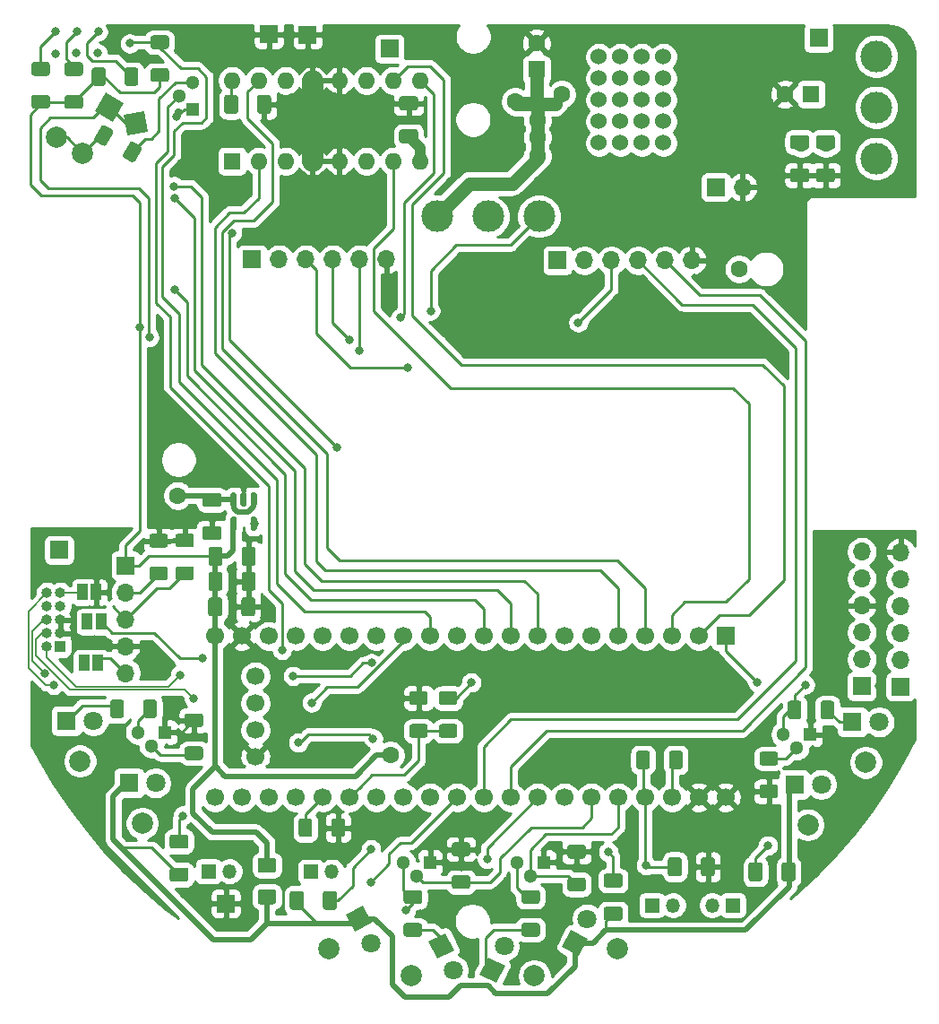
<source format=gbl>
G04 #@! TF.GenerationSoftware,KiCad,Pcbnew,(5.1.12-1-10_14)*
G04 #@! TF.CreationDate,2023-02-02T16:13:30-08:00*
G04 #@! TF.ProjectId,mouse_v2_PAIN,6d6f7573-655f-4763-925f-5041494e2e6b,rev?*
G04 #@! TF.SameCoordinates,Original*
G04 #@! TF.FileFunction,Copper,L2,Bot*
G04 #@! TF.FilePolarity,Positive*
%FSLAX46Y46*%
G04 Gerber Fmt 4.6, Leading zero omitted, Abs format (unit mm)*
G04 Created by KiCad (PCBNEW (5.1.12-1-10_14)) date 2023-02-02 16:13:30*
%MOMM*%
%LPD*%
G01*
G04 APERTURE LIST*
G04 #@! TA.AperFunction,ComponentPad*
%ADD10R,1.700000X1.700000*%
G04 #@! TD*
G04 #@! TA.AperFunction,ComponentPad*
%ADD11O,1.700000X1.700000*%
G04 #@! TD*
G04 #@! TA.AperFunction,ComponentPad*
%ADD12C,0.100000*%
G04 #@! TD*
G04 #@! TA.AperFunction,ComponentPad*
%ADD13C,2.000000*%
G04 #@! TD*
G04 #@! TA.AperFunction,ComponentPad*
%ADD14R,1.600000X1.600000*%
G04 #@! TD*
G04 #@! TA.AperFunction,ComponentPad*
%ADD15C,1.600000*%
G04 #@! TD*
G04 #@! TA.AperFunction,ComponentPad*
%ADD16R,1.000000X1.000000*%
G04 #@! TD*
G04 #@! TA.AperFunction,ComponentPad*
%ADD17O,1.000000X1.000000*%
G04 #@! TD*
G04 #@! TA.AperFunction,SMDPad,CuDef*
%ADD18R,1.000000X1.500000*%
G04 #@! TD*
G04 #@! TA.AperFunction,ComponentPad*
%ADD19C,1.300000*%
G04 #@! TD*
G04 #@! TA.AperFunction,ComponentPad*
%ADD20R,1.300000X1.300000*%
G04 #@! TD*
G04 #@! TA.AperFunction,ComponentPad*
%ADD21C,3.000000*%
G04 #@! TD*
G04 #@! TA.AperFunction,ComponentPad*
%ADD22O,1.600000X1.600000*%
G04 #@! TD*
G04 #@! TA.AperFunction,ComponentPad*
%ADD23R,1.800000X1.800000*%
G04 #@! TD*
G04 #@! TA.AperFunction,ComponentPad*
%ADD24C,1.800000*%
G04 #@! TD*
G04 #@! TA.AperFunction,ComponentPad*
%ADD25O,1.350000X1.350000*%
G04 #@! TD*
G04 #@! TA.AperFunction,ComponentPad*
%ADD26R,1.350000X1.350000*%
G04 #@! TD*
G04 #@! TA.AperFunction,ComponentPad*
%ADD27C,1.524000*%
G04 #@! TD*
G04 #@! TA.AperFunction,ComponentPad*
%ADD28C,1.700000*%
G04 #@! TD*
G04 #@! TA.AperFunction,ViaPad*
%ADD29C,1.600000*%
G04 #@! TD*
G04 #@! TA.AperFunction,ViaPad*
%ADD30C,0.800000*%
G04 #@! TD*
G04 #@! TA.AperFunction,Conductor*
%ADD31C,0.250000*%
G04 #@! TD*
G04 #@! TA.AperFunction,Conductor*
%ADD32C,2.000000*%
G04 #@! TD*
G04 #@! TA.AperFunction,Conductor*
%ADD33C,1.250000*%
G04 #@! TD*
G04 #@! TA.AperFunction,Conductor*
%ADD34C,0.500000*%
G04 #@! TD*
G04 #@! TA.AperFunction,Conductor*
%ADD35C,0.130000*%
G04 #@! TD*
G04 #@! TA.AperFunction,Conductor*
%ADD36C,1.000000*%
G04 #@! TD*
G04 #@! TA.AperFunction,Conductor*
%ADD37C,0.254000*%
G04 #@! TD*
G04 #@! TA.AperFunction,Conductor*
%ADD38C,0.100000*%
G04 #@! TD*
G04 APERTURE END LIST*
D10*
X183032400Y-70662800D03*
D11*
X185572400Y-70662800D03*
D10*
X200482200Y-117805200D03*
D11*
X200482200Y-115265200D03*
X200482200Y-112725200D03*
X200482200Y-110185200D03*
X200482200Y-107645200D03*
X200482200Y-105105200D03*
G04 #@! TA.AperFunction,SMDPad,CuDef*
G36*
G01*
X128463400Y-59598399D02*
X128463400Y-60848401D01*
G75*
G02*
X128213401Y-61098400I-249999J0D01*
G01*
X127413399Y-61098400D01*
G75*
G02*
X127163400Y-60848401I0J249999D01*
G01*
X127163400Y-59598399D01*
G75*
G02*
X127413399Y-59348400I249999J0D01*
G01*
X128213401Y-59348400D01*
G75*
G02*
X128463400Y-59598399I0J-249999D01*
G01*
G37*
G04 #@! TD.AperFunction*
G04 #@! TA.AperFunction,SMDPad,CuDef*
G36*
G01*
X125363400Y-59598399D02*
X125363400Y-60848401D01*
G75*
G02*
X125113401Y-61098400I-249999J0D01*
G01*
X124313399Y-61098400D01*
G75*
G02*
X124063400Y-60848401I0J249999D01*
G01*
X124063400Y-59598399D01*
G75*
G02*
X124313399Y-59348400I249999J0D01*
G01*
X125113401Y-59348400D01*
G75*
G02*
X125363400Y-59598399I0J-249999D01*
G01*
G37*
G04 #@! TD.AperFunction*
G04 #@! TA.AperFunction,SMDPad,CuDef*
G36*
G01*
X118602599Y-61936200D02*
X119852601Y-61936200D01*
G75*
G02*
X120102600Y-62186199I0J-249999D01*
G01*
X120102600Y-62986201D01*
G75*
G02*
X119852601Y-63236200I-249999J0D01*
G01*
X118602599Y-63236200D01*
G75*
G02*
X118352600Y-62986201I0J249999D01*
G01*
X118352600Y-62186199D01*
G75*
G02*
X118602599Y-61936200I249999J0D01*
G01*
G37*
G04 #@! TD.AperFunction*
G04 #@! TA.AperFunction,SMDPad,CuDef*
G36*
G01*
X118602599Y-58836200D02*
X119852601Y-58836200D01*
G75*
G02*
X120102600Y-59086199I0J-249999D01*
G01*
X120102600Y-59886201D01*
G75*
G02*
X119852601Y-60136200I-249999J0D01*
G01*
X118602599Y-60136200D01*
G75*
G02*
X118352600Y-59886201I0J249999D01*
G01*
X118352600Y-59086199D01*
G75*
G02*
X118602599Y-58836200I249999J0D01*
G01*
G37*
G04 #@! TD.AperFunction*
G04 #@! TA.AperFunction,SMDPad,CuDef*
G36*
G01*
X121726799Y-58861000D02*
X122976801Y-58861000D01*
G75*
G02*
X123226800Y-59110999I0J-249999D01*
G01*
X123226800Y-59911001D01*
G75*
G02*
X122976801Y-60161000I-249999J0D01*
G01*
X121726799Y-60161000D01*
G75*
G02*
X121476800Y-59911001I0J249999D01*
G01*
X121476800Y-59110999D01*
G75*
G02*
X121726799Y-58861000I249999J0D01*
G01*
G37*
G04 #@! TD.AperFunction*
G04 #@! TA.AperFunction,SMDPad,CuDef*
G36*
G01*
X121726799Y-61961000D02*
X122976801Y-61961000D01*
G75*
G02*
X123226800Y-62210999I0J-249999D01*
G01*
X123226800Y-63011001D01*
G75*
G02*
X122976801Y-63261000I-249999J0D01*
G01*
X121726799Y-63261000D01*
G75*
G02*
X121476800Y-63011001I0J249999D01*
G01*
X121476800Y-62210999D01*
G75*
G02*
X121726799Y-61961000I249999J0D01*
G01*
G37*
G04 #@! TD.AperFunction*
G04 #@! TA.AperFunction,ComponentPad*
D12*
G36*
X129004960Y-63459144D02*
G01*
X129352256Y-65428760D01*
X127382640Y-65776056D01*
X127035344Y-63806440D01*
X129004960Y-63459144D01*
G37*
G04 #@! TD.AperFunction*
D13*
X120709261Y-65937326D03*
G04 #@! TA.AperFunction,ComponentPad*
D12*
G36*
X125338575Y-61727575D02*
G01*
X127070625Y-62727575D01*
X126070625Y-64459625D01*
X124338575Y-63459625D01*
X125338575Y-61727575D01*
G37*
G04 #@! TD.AperFunction*
D13*
X123204600Y-67423727D03*
D14*
X192049400Y-61874400D03*
D15*
X189549400Y-61874400D03*
G04 #@! TA.AperFunction,SMDPad,CuDef*
G36*
G01*
X136560600Y-63489602D02*
X136560600Y-62189598D01*
G75*
G02*
X136810598Y-61939600I249998J0D01*
G01*
X137635602Y-61939600D01*
G75*
G02*
X137885600Y-62189598I0J-249998D01*
G01*
X137885600Y-63489602D01*
G75*
G02*
X137635602Y-63739600I-249998J0D01*
G01*
X136810598Y-63739600D01*
G75*
G02*
X136560600Y-63489602I0J249998D01*
G01*
G37*
G04 #@! TD.AperFunction*
G04 #@! TA.AperFunction,SMDPad,CuDef*
G36*
G01*
X139685600Y-63489602D02*
X139685600Y-62189598D01*
G75*
G02*
X139935598Y-61939600I249998J0D01*
G01*
X140760602Y-61939600D01*
G75*
G02*
X141010600Y-62189598I0J-249998D01*
G01*
X141010600Y-63489602D01*
G75*
G02*
X140760602Y-63739600I-249998J0D01*
G01*
X139935598Y-63739600D01*
G75*
G02*
X139685600Y-63489602I0J249998D01*
G01*
G37*
G04 #@! TD.AperFunction*
G04 #@! TA.AperFunction,SMDPad,CuDef*
G36*
G01*
X154650202Y-66512400D02*
X153350198Y-66512400D01*
G75*
G02*
X153100200Y-66262402I0J249998D01*
G01*
X153100200Y-65437398D01*
G75*
G02*
X153350198Y-65187400I249998J0D01*
G01*
X154650202Y-65187400D01*
G75*
G02*
X154900200Y-65437398I0J-249998D01*
G01*
X154900200Y-66262402D01*
G75*
G02*
X154650202Y-66512400I-249998J0D01*
G01*
G37*
G04 #@! TD.AperFunction*
G04 #@! TA.AperFunction,SMDPad,CuDef*
G36*
G01*
X154650202Y-63387400D02*
X153350198Y-63387400D01*
G75*
G02*
X153100200Y-63137402I0J249998D01*
G01*
X153100200Y-62312398D01*
G75*
G02*
X153350198Y-62062400I249998J0D01*
G01*
X154650202Y-62062400D01*
G75*
G02*
X154900200Y-62312398I0J-249998D01*
G01*
X154900200Y-63137402D01*
G75*
G02*
X154650202Y-63387400I-249998J0D01*
G01*
G37*
G04 #@! TD.AperFunction*
D16*
X121081800Y-114046000D03*
D17*
X119811800Y-114046000D03*
X121081800Y-112776000D03*
X119811800Y-112776000D03*
X121081800Y-111506000D03*
X119811800Y-111506000D03*
X121081800Y-110236000D03*
X119811800Y-110236000D03*
X121081800Y-108966000D03*
X119811800Y-108966000D03*
D10*
X127254000Y-106375200D03*
D11*
X127254000Y-108915200D03*
X127254000Y-111455200D03*
X127254000Y-113995200D03*
X127254000Y-116535200D03*
D18*
X124932200Y-111683800D03*
X123632200Y-111683800D03*
X123175000Y-108889800D03*
X124475000Y-108889800D03*
X124627400Y-115570000D03*
X123327400Y-115570000D03*
D19*
X190677800Y-123596400D03*
X189407800Y-122326400D03*
D20*
X191947800Y-122326400D03*
X166751000Y-134391400D03*
D19*
X164211000Y-134391400D03*
X165481000Y-135661400D03*
X129692400Y-123393200D03*
X128422400Y-122123200D03*
D20*
X130962400Y-122123200D03*
X156032200Y-134391400D03*
D19*
X153492200Y-134391400D03*
X154762200Y-135661400D03*
X132308600Y-62026800D03*
X133578600Y-60756800D03*
D20*
X133578600Y-63296800D03*
G04 #@! TA.AperFunction,SMDPad,CuDef*
G36*
G01*
X191124000Y-119389999D02*
X191124000Y-120640001D01*
G75*
G02*
X190874001Y-120890000I-249999J0D01*
G01*
X190073999Y-120890000D01*
G75*
G02*
X189824000Y-120640001I0J249999D01*
G01*
X189824000Y-119389999D01*
G75*
G02*
X190073999Y-119140000I249999J0D01*
G01*
X190874001Y-119140000D01*
G75*
G02*
X191124000Y-119389999I0J-249999D01*
G01*
G37*
G04 #@! TD.AperFunction*
G04 #@! TA.AperFunction,SMDPad,CuDef*
G36*
G01*
X194224000Y-119389999D02*
X194224000Y-120640001D01*
G75*
G02*
X193974001Y-120890000I-249999J0D01*
G01*
X193173999Y-120890000D01*
G75*
G02*
X192924000Y-120640001I0J249999D01*
G01*
X192924000Y-119389999D01*
G75*
G02*
X193173999Y-119140000I249999J0D01*
G01*
X193974001Y-119140000D01*
G75*
G02*
X194224000Y-119389999I0J-249999D01*
G01*
G37*
G04 #@! TD.AperFunction*
G04 #@! TA.AperFunction,SMDPad,CuDef*
G36*
G01*
X166156801Y-138317400D02*
X164906799Y-138317400D01*
G75*
G02*
X164656800Y-138067401I0J249999D01*
G01*
X164656800Y-137267399D01*
G75*
G02*
X164906799Y-137017400I249999J0D01*
G01*
X166156801Y-137017400D01*
G75*
G02*
X166406800Y-137267399I0J-249999D01*
G01*
X166406800Y-138067401D01*
G75*
G02*
X166156801Y-138317400I-249999J0D01*
G01*
G37*
G04 #@! TD.AperFunction*
G04 #@! TA.AperFunction,SMDPad,CuDef*
G36*
G01*
X166156801Y-141417400D02*
X164906799Y-141417400D01*
G75*
G02*
X164656800Y-141167401I0J249999D01*
G01*
X164656800Y-140367399D01*
G75*
G02*
X164906799Y-140117400I249999J0D01*
G01*
X166156801Y-140117400D01*
G75*
G02*
X166406800Y-140367399I0J-249999D01*
G01*
X166406800Y-141167401D01*
G75*
G02*
X166156801Y-141417400I-249999J0D01*
G01*
G37*
G04 #@! TD.AperFunction*
G04 #@! TA.AperFunction,SMDPad,CuDef*
G36*
G01*
X128916000Y-120538401D02*
X128916000Y-119288399D01*
G75*
G02*
X129165999Y-119038400I249999J0D01*
G01*
X129966001Y-119038400D01*
G75*
G02*
X130216000Y-119288399I0J-249999D01*
G01*
X130216000Y-120538401D01*
G75*
G02*
X129966001Y-120788400I-249999J0D01*
G01*
X129165999Y-120788400D01*
G75*
G02*
X128916000Y-120538401I0J249999D01*
G01*
G37*
G04 #@! TD.AperFunction*
G04 #@! TA.AperFunction,SMDPad,CuDef*
G36*
G01*
X125816000Y-120538401D02*
X125816000Y-119288399D01*
G75*
G02*
X126065999Y-119038400I249999J0D01*
G01*
X126866001Y-119038400D01*
G75*
G02*
X127116000Y-119288399I0J-249999D01*
G01*
X127116000Y-120538401D01*
G75*
G02*
X126866001Y-120788400I-249999J0D01*
G01*
X126065999Y-120788400D01*
G75*
G02*
X125816000Y-120538401I0J249999D01*
G01*
G37*
G04 #@! TD.AperFunction*
G04 #@! TA.AperFunction,SMDPad,CuDef*
G36*
G01*
X155031601Y-141442800D02*
X153781599Y-141442800D01*
G75*
G02*
X153531600Y-141192801I0J249999D01*
G01*
X153531600Y-140392799D01*
G75*
G02*
X153781599Y-140142800I249999J0D01*
G01*
X155031601Y-140142800D01*
G75*
G02*
X155281600Y-140392799I0J-249999D01*
G01*
X155281600Y-141192801D01*
G75*
G02*
X155031601Y-141442800I-249999J0D01*
G01*
G37*
G04 #@! TD.AperFunction*
G04 #@! TA.AperFunction,SMDPad,CuDef*
G36*
G01*
X155031601Y-138342800D02*
X153781599Y-138342800D01*
G75*
G02*
X153531600Y-138092801I0J249999D01*
G01*
X153531600Y-137292799D01*
G75*
G02*
X153781599Y-137042800I249999J0D01*
G01*
X155031601Y-137042800D01*
G75*
G02*
X155281600Y-137292799I0J-249999D01*
G01*
X155281600Y-138092801D01*
G75*
G02*
X155031601Y-138342800I-249999J0D01*
G01*
G37*
G04 #@! TD.AperFunction*
G04 #@! TA.AperFunction,SMDPad,CuDef*
G36*
G01*
X131003201Y-104687800D02*
X129753199Y-104687800D01*
G75*
G02*
X129503200Y-104437801I0J249999D01*
G01*
X129503200Y-103637799D01*
G75*
G02*
X129753199Y-103387800I249999J0D01*
G01*
X131003201Y-103387800D01*
G75*
G02*
X131253200Y-103637799I0J-249999D01*
G01*
X131253200Y-104437801D01*
G75*
G02*
X131003201Y-104687800I-249999J0D01*
G01*
G37*
G04 #@! TD.AperFunction*
G04 #@! TA.AperFunction,SMDPad,CuDef*
G36*
G01*
X131003201Y-107787800D02*
X129753199Y-107787800D01*
G75*
G02*
X129503200Y-107537801I0J249999D01*
G01*
X129503200Y-106737799D01*
G75*
G02*
X129753199Y-106487800I249999J0D01*
G01*
X131003201Y-106487800D01*
G75*
G02*
X131253200Y-106737799I0J-249999D01*
G01*
X131253200Y-107537801D01*
G75*
G02*
X131003201Y-107787800I-249999J0D01*
G01*
G37*
G04 #@! TD.AperFunction*
G04 #@! TA.AperFunction,SMDPad,CuDef*
G36*
G01*
X133467001Y-107762400D02*
X132216999Y-107762400D01*
G75*
G02*
X131967000Y-107512401I0J249999D01*
G01*
X131967000Y-106712399D01*
G75*
G02*
X132216999Y-106462400I249999J0D01*
G01*
X133467001Y-106462400D01*
G75*
G02*
X133717000Y-106712399I0J-249999D01*
G01*
X133717000Y-107512401D01*
G75*
G02*
X133467001Y-107762400I-249999J0D01*
G01*
G37*
G04 #@! TD.AperFunction*
G04 #@! TA.AperFunction,SMDPad,CuDef*
G36*
G01*
X133467001Y-104662400D02*
X132216999Y-104662400D01*
G75*
G02*
X131967000Y-104412401I0J249999D01*
G01*
X131967000Y-103612399D01*
G75*
G02*
X132216999Y-103362400I249999J0D01*
G01*
X133467001Y-103362400D01*
G75*
G02*
X133717000Y-103612399I0J-249999D01*
G01*
X133717000Y-104412401D01*
G75*
G02*
X133467001Y-104662400I-249999J0D01*
G01*
G37*
G04 #@! TD.AperFunction*
G04 #@! TA.AperFunction,SMDPad,CuDef*
G36*
G01*
X131104801Y-57621600D02*
X129854799Y-57621600D01*
G75*
G02*
X129604800Y-57371601I0J249999D01*
G01*
X129604800Y-56571599D01*
G75*
G02*
X129854799Y-56321600I249999J0D01*
G01*
X131104801Y-56321600D01*
G75*
G02*
X131354800Y-56571599I0J-249999D01*
G01*
X131354800Y-57371601D01*
G75*
G02*
X131104801Y-57621600I-249999J0D01*
G01*
G37*
G04 #@! TD.AperFunction*
G04 #@! TA.AperFunction,SMDPad,CuDef*
G36*
G01*
X131104801Y-60721600D02*
X129854799Y-60721600D01*
G75*
G02*
X129604800Y-60471601I0J249999D01*
G01*
X129604800Y-59671599D01*
G75*
G02*
X129854799Y-59421600I249999J0D01*
G01*
X131104801Y-59421600D01*
G75*
G02*
X131354800Y-59671599I0J-249999D01*
G01*
X131354800Y-60471601D01*
G75*
G02*
X131104801Y-60721600I-249999J0D01*
G01*
G37*
G04 #@! TD.AperFunction*
G04 #@! TA.AperFunction,SMDPad,CuDef*
G36*
G01*
X188661201Y-128361800D02*
X187411199Y-128361800D01*
G75*
G02*
X187161200Y-128111801I0J249999D01*
G01*
X187161200Y-127311799D01*
G75*
G02*
X187411199Y-127061800I249999J0D01*
G01*
X188661201Y-127061800D01*
G75*
G02*
X188911200Y-127311799I0J-249999D01*
G01*
X188911200Y-128111801D01*
G75*
G02*
X188661201Y-128361800I-249999J0D01*
G01*
G37*
G04 #@! TD.AperFunction*
G04 #@! TA.AperFunction,SMDPad,CuDef*
G36*
G01*
X188661201Y-125261800D02*
X187411199Y-125261800D01*
G75*
G02*
X187161200Y-125011801I0J249999D01*
G01*
X187161200Y-124211799D01*
G75*
G02*
X187411199Y-123961800I249999J0D01*
G01*
X188661201Y-123961800D01*
G75*
G02*
X188911200Y-124211799I0J-249999D01*
G01*
X188911200Y-125011801D01*
G75*
G02*
X188661201Y-125261800I-249999J0D01*
G01*
G37*
G04 #@! TD.AperFunction*
G04 #@! TA.AperFunction,SMDPad,CuDef*
G36*
G01*
X169250199Y-132750200D02*
X170500201Y-132750200D01*
G75*
G02*
X170750200Y-133000199I0J-249999D01*
G01*
X170750200Y-133800201D01*
G75*
G02*
X170500201Y-134050200I-249999J0D01*
G01*
X169250199Y-134050200D01*
G75*
G02*
X169000200Y-133800201I0J249999D01*
G01*
X169000200Y-133000199D01*
G75*
G02*
X169250199Y-132750200I249999J0D01*
G01*
G37*
G04 #@! TD.AperFunction*
G04 #@! TA.AperFunction,SMDPad,CuDef*
G36*
G01*
X169250199Y-135850200D02*
X170500201Y-135850200D01*
G75*
G02*
X170750200Y-136100199I0J-249999D01*
G01*
X170750200Y-136900201D01*
G75*
G02*
X170500201Y-137150200I-249999J0D01*
G01*
X169250199Y-137150200D01*
G75*
G02*
X169000200Y-136900201I0J249999D01*
G01*
X169000200Y-136100199D01*
G75*
G02*
X169250199Y-135850200I249999J0D01*
G01*
G37*
G04 #@! TD.AperFunction*
G04 #@! TA.AperFunction,SMDPad,CuDef*
G36*
G01*
X133080599Y-120355000D02*
X134330601Y-120355000D01*
G75*
G02*
X134580600Y-120604999I0J-249999D01*
G01*
X134580600Y-121405001D01*
G75*
G02*
X134330601Y-121655000I-249999J0D01*
G01*
X133080599Y-121655000D01*
G75*
G02*
X132830600Y-121405001I0J249999D01*
G01*
X132830600Y-120604999D01*
G75*
G02*
X133080599Y-120355000I249999J0D01*
G01*
G37*
G04 #@! TD.AperFunction*
G04 #@! TA.AperFunction,SMDPad,CuDef*
G36*
G01*
X133080599Y-123455000D02*
X134330601Y-123455000D01*
G75*
G02*
X134580600Y-123704999I0J-249999D01*
G01*
X134580600Y-124505001D01*
G75*
G02*
X134330601Y-124755000I-249999J0D01*
G01*
X133080599Y-124755000D01*
G75*
G02*
X132830600Y-124505001I0J249999D01*
G01*
X132830600Y-123704999D01*
G75*
G02*
X133080599Y-123455000I249999J0D01*
G01*
G37*
G04 #@! TD.AperFunction*
G04 #@! TA.AperFunction,SMDPad,CuDef*
G36*
G01*
X158328199Y-132521600D02*
X159578201Y-132521600D01*
G75*
G02*
X159828200Y-132771599I0J-249999D01*
G01*
X159828200Y-133571601D01*
G75*
G02*
X159578201Y-133821600I-249999J0D01*
G01*
X158328199Y-133821600D01*
G75*
G02*
X158078200Y-133571601I0J249999D01*
G01*
X158078200Y-132771599D01*
G75*
G02*
X158328199Y-132521600I249999J0D01*
G01*
G37*
G04 #@! TD.AperFunction*
G04 #@! TA.AperFunction,SMDPad,CuDef*
G36*
G01*
X158328199Y-135621600D02*
X159578201Y-135621600D01*
G75*
G02*
X159828200Y-135871599I0J-249999D01*
G01*
X159828200Y-136671601D01*
G75*
G02*
X159578201Y-136921600I-249999J0D01*
G01*
X158328199Y-136921600D01*
G75*
G02*
X158078200Y-136671601I0J249999D01*
G01*
X158078200Y-135871599D01*
G75*
G02*
X158328199Y-135621600I249999J0D01*
G01*
G37*
G04 #@! TD.AperFunction*
G04 #@! TA.AperFunction,SMDPad,CuDef*
G36*
G01*
X144896000Y-130515199D02*
X144896000Y-131765201D01*
G75*
G02*
X144646001Y-132015200I-249999J0D01*
G01*
X143845999Y-132015200D01*
G75*
G02*
X143596000Y-131765201I0J249999D01*
G01*
X143596000Y-130515199D01*
G75*
G02*
X143845999Y-130265200I249999J0D01*
G01*
X144646001Y-130265200D01*
G75*
G02*
X144896000Y-130515199I0J-249999D01*
G01*
G37*
G04 #@! TD.AperFunction*
G04 #@! TA.AperFunction,SMDPad,CuDef*
G36*
G01*
X147996000Y-130515199D02*
X147996000Y-131765201D01*
G75*
G02*
X147746001Y-132015200I-249999J0D01*
G01*
X146945999Y-132015200D01*
G75*
G02*
X146696000Y-131765201I0J249999D01*
G01*
X146696000Y-130515199D01*
G75*
G02*
X146945999Y-130265200I249999J0D01*
G01*
X147746001Y-130265200D01*
G75*
G02*
X147996000Y-130515199I0J-249999D01*
G01*
G37*
G04 #@! TD.AperFunction*
G04 #@! TA.AperFunction,SMDPad,CuDef*
G36*
G01*
X128760556Y-67106733D02*
X128135555Y-68189266D01*
G75*
G02*
X127794050Y-68280772I-216505J124999D01*
G01*
X127101227Y-67880771D01*
G75*
G02*
X127009722Y-67539267I125000J216505D01*
G01*
X127634723Y-66456734D01*
G75*
G02*
X127976228Y-66365228I216505J-124999D01*
G01*
X128669051Y-66765229D01*
G75*
G02*
X128760556Y-67106733I-125000J-216505D01*
G01*
G37*
G04 #@! TD.AperFunction*
G04 #@! TA.AperFunction,SMDPad,CuDef*
G36*
G01*
X126075878Y-65556733D02*
X125450877Y-66639266D01*
G75*
G02*
X125109372Y-66730772I-216505J124999D01*
G01*
X124416549Y-66330771D01*
G75*
G02*
X124325044Y-65989267I125000J216505D01*
G01*
X124950045Y-64906734D01*
G75*
G02*
X125291550Y-64815228I216505J-124999D01*
G01*
X125984373Y-65215229D01*
G75*
G02*
X126075878Y-65556733I-125000J-216505D01*
G01*
G37*
G04 #@! TD.AperFunction*
G04 #@! TA.AperFunction,SMDPad,CuDef*
G36*
G01*
X157108999Y-121346800D02*
X158359001Y-121346800D01*
G75*
G02*
X158609000Y-121596799I0J-249999D01*
G01*
X158609000Y-122396801D01*
G75*
G02*
X158359001Y-122646800I-249999J0D01*
G01*
X157108999Y-122646800D01*
G75*
G02*
X156859000Y-122396801I0J249999D01*
G01*
X156859000Y-121596799D01*
G75*
G02*
X157108999Y-121346800I249999J0D01*
G01*
G37*
G04 #@! TD.AperFunction*
G04 #@! TA.AperFunction,SMDPad,CuDef*
G36*
G01*
X157108999Y-118246800D02*
X158359001Y-118246800D01*
G75*
G02*
X158609000Y-118496799I0J-249999D01*
G01*
X158609000Y-119296801D01*
G75*
G02*
X158359001Y-119546800I-249999J0D01*
G01*
X157108999Y-119546800D01*
G75*
G02*
X156859000Y-119296801I0J249999D01*
G01*
X156859000Y-118496799D01*
G75*
G02*
X157108999Y-118246800I249999J0D01*
G01*
G37*
G04 #@! TD.AperFunction*
G04 #@! TA.AperFunction,SMDPad,CuDef*
G36*
G01*
X155565001Y-122646800D02*
X154314999Y-122646800D01*
G75*
G02*
X154065000Y-122396801I0J249999D01*
G01*
X154065000Y-121596799D01*
G75*
G02*
X154314999Y-121346800I249999J0D01*
G01*
X155565001Y-121346800D01*
G75*
G02*
X155815000Y-121596799I0J-249999D01*
G01*
X155815000Y-122396801D01*
G75*
G02*
X155565001Y-122646800I-249999J0D01*
G01*
G37*
G04 #@! TD.AperFunction*
G04 #@! TA.AperFunction,SMDPad,CuDef*
G36*
G01*
X155565001Y-119546800D02*
X154314999Y-119546800D01*
G75*
G02*
X154065000Y-119296801I0J249999D01*
G01*
X154065000Y-118496799D01*
G75*
G02*
X154314999Y-118246800I249999J0D01*
G01*
X155565001Y-118246800D01*
G75*
G02*
X155815000Y-118496799I0J-249999D01*
G01*
X155815000Y-119296801D01*
G75*
G02*
X155565001Y-119546800I-249999J0D01*
G01*
G37*
G04 #@! TD.AperFunction*
D21*
X198196200Y-63119000D03*
X198196200Y-67945000D03*
X198196200Y-58293000D03*
D10*
X192735200Y-56565800D03*
X136728200Y-138303000D03*
D14*
X137312400Y-68199000D03*
D22*
X155092400Y-60579000D03*
X139852400Y-68199000D03*
X152552400Y-60579000D03*
X142392400Y-68199000D03*
X150012400Y-60579000D03*
X144932400Y-68199000D03*
X147472400Y-60579000D03*
X147472400Y-68199000D03*
X144932400Y-60579000D03*
X150012400Y-68199000D03*
X142392400Y-60579000D03*
X152552400Y-68199000D03*
X139852400Y-60579000D03*
X155092400Y-68199000D03*
X137312400Y-60579000D03*
D21*
X161493200Y-73406000D03*
X166319200Y-73406000D03*
X156667200Y-73406000D03*
D23*
X195935600Y-121158000D03*
D24*
X198475600Y-121158000D03*
D13*
X197205600Y-124968000D03*
X165875971Y-145140247D03*
D24*
X163032942Y-142303667D03*
G04 #@! TA.AperFunction,ComponentPad*
D12*
G36*
X162303463Y-145783819D02*
G01*
X160692581Y-144980663D01*
X161495737Y-143369781D01*
X163106619Y-144172937D01*
X162303463Y-145783819D01*
G37*
G04 #@! TD.AperFunction*
D13*
X122948700Y-124841000D03*
D24*
X124218700Y-121031000D03*
D23*
X121678700Y-121031000D03*
G04 #@! TA.AperFunction,ComponentPad*
D12*
G36*
X155876239Y-141899804D02*
G01*
X157487121Y-141096648D01*
X158290277Y-142707530D01*
X156679395Y-143510686D01*
X155876239Y-141899804D01*
G37*
G04 #@! TD.AperFunction*
D24*
X158216600Y-144576800D03*
D13*
X154240229Y-145140247D03*
D23*
X190449200Y-127050800D03*
D24*
X192989200Y-127050800D03*
D13*
X191719200Y-130860800D03*
X173699171Y-142574847D03*
D24*
X170856142Y-139738267D03*
G04 #@! TA.AperFunction,ComponentPad*
D12*
G36*
X170126663Y-143218419D02*
G01*
X168515781Y-142415263D01*
X169318937Y-140804381D01*
X170929819Y-141607537D01*
X170126663Y-143218419D01*
G37*
G04 #@! TD.AperFunction*
D23*
X127558800Y-126923800D03*
D24*
X130098800Y-126923800D03*
D13*
X128828800Y-130733800D03*
X146442429Y-142574847D03*
D24*
X150418800Y-142011400D03*
G04 #@! TA.AperFunction,ComponentPad*
D12*
G36*
X148078439Y-139334404D02*
G01*
X149689321Y-138531248D01*
X150492477Y-140142130D01*
X148881595Y-140945286D01*
X148078439Y-139334404D01*
G37*
G04 #@! TD.AperFunction*
G04 #@! TA.AperFunction,SMDPad,CuDef*
G36*
G01*
X190307198Y-65745400D02*
X191607202Y-65745400D01*
G75*
G02*
X191857200Y-65995398I0J-249998D01*
G01*
X191857200Y-66820402D01*
G75*
G02*
X191607202Y-67070400I-249998J0D01*
G01*
X190307198Y-67070400D01*
G75*
G02*
X190057200Y-66820402I0J249998D01*
G01*
X190057200Y-65995398D01*
G75*
G02*
X190307198Y-65745400I249998J0D01*
G01*
G37*
G04 #@! TD.AperFunction*
G04 #@! TA.AperFunction,SMDPad,CuDef*
G36*
G01*
X190307198Y-68870400D02*
X191607202Y-68870400D01*
G75*
G02*
X191857200Y-69120398I0J-249998D01*
G01*
X191857200Y-69945402D01*
G75*
G02*
X191607202Y-70195400I-249998J0D01*
G01*
X190307198Y-70195400D01*
G75*
G02*
X190057200Y-69945402I0J249998D01*
G01*
X190057200Y-69120398D01*
G75*
G02*
X190307198Y-68870400I249998J0D01*
G01*
G37*
G04 #@! TD.AperFunction*
G04 #@! TA.AperFunction,SMDPad,CuDef*
G36*
G01*
X135087400Y-108523802D02*
X135087400Y-107223798D01*
G75*
G02*
X135337398Y-106973800I249998J0D01*
G01*
X136162402Y-106973800D01*
G75*
G02*
X136412400Y-107223798I0J-249998D01*
G01*
X136412400Y-108523802D01*
G75*
G02*
X136162402Y-108773800I-249998J0D01*
G01*
X135337398Y-108773800D01*
G75*
G02*
X135087400Y-108523802I0J249998D01*
G01*
G37*
G04 #@! TD.AperFunction*
G04 #@! TA.AperFunction,SMDPad,CuDef*
G36*
G01*
X138212400Y-108523802D02*
X138212400Y-107223798D01*
G75*
G02*
X138462398Y-106973800I249998J0D01*
G01*
X139287402Y-106973800D01*
G75*
G02*
X139537400Y-107223798I0J-249998D01*
G01*
X139537400Y-108523802D01*
G75*
G02*
X139287402Y-108773800I-249998J0D01*
G01*
X138462398Y-108773800D01*
G75*
G02*
X138212400Y-108523802I0J249998D01*
G01*
G37*
G04 #@! TD.AperFunction*
G04 #@! TA.AperFunction,SMDPad,CuDef*
G36*
G01*
X138212400Y-106161602D02*
X138212400Y-104861598D01*
G75*
G02*
X138462398Y-104611600I249998J0D01*
G01*
X139287402Y-104611600D01*
G75*
G02*
X139537400Y-104861598I0J-249998D01*
G01*
X139537400Y-106161602D01*
G75*
G02*
X139287402Y-106411600I-249998J0D01*
G01*
X138462398Y-106411600D01*
G75*
G02*
X138212400Y-106161602I0J249998D01*
G01*
G37*
G04 #@! TD.AperFunction*
G04 #@! TA.AperFunction,SMDPad,CuDef*
G36*
G01*
X135087400Y-106161602D02*
X135087400Y-104861598D01*
G75*
G02*
X135337398Y-104611600I249998J0D01*
G01*
X136162402Y-104611600D01*
G75*
G02*
X136412400Y-104861598I0J-249998D01*
G01*
X136412400Y-106161602D01*
G75*
G02*
X136162402Y-106411600I-249998J0D01*
G01*
X135337398Y-106411600D01*
G75*
G02*
X135087400Y-106161602I0J249998D01*
G01*
G37*
G04 #@! TD.AperFunction*
G04 #@! TA.AperFunction,SMDPad,CuDef*
G36*
G01*
X137304600Y-99495200D02*
X137604600Y-99495200D01*
G75*
G02*
X137754600Y-99645200I0J-150000D01*
G01*
X137754600Y-100670200D01*
G75*
G02*
X137604600Y-100820200I-150000J0D01*
G01*
X137304600Y-100820200D01*
G75*
G02*
X137154600Y-100670200I0J150000D01*
G01*
X137154600Y-99645200D01*
G75*
G02*
X137304600Y-99495200I150000J0D01*
G01*
G37*
G04 #@! TD.AperFunction*
G04 #@! TA.AperFunction,SMDPad,CuDef*
G36*
G01*
X138254600Y-99495200D02*
X138554600Y-99495200D01*
G75*
G02*
X138704600Y-99645200I0J-150000D01*
G01*
X138704600Y-100670200D01*
G75*
G02*
X138554600Y-100820200I-150000J0D01*
G01*
X138254600Y-100820200D01*
G75*
G02*
X138104600Y-100670200I0J150000D01*
G01*
X138104600Y-99645200D01*
G75*
G02*
X138254600Y-99495200I150000J0D01*
G01*
G37*
G04 #@! TD.AperFunction*
G04 #@! TA.AperFunction,SMDPad,CuDef*
G36*
G01*
X139204600Y-99495200D02*
X139504600Y-99495200D01*
G75*
G02*
X139654600Y-99645200I0J-150000D01*
G01*
X139654600Y-100670200D01*
G75*
G02*
X139504600Y-100820200I-150000J0D01*
G01*
X139204600Y-100820200D01*
G75*
G02*
X139054600Y-100670200I0J150000D01*
G01*
X139054600Y-99645200D01*
G75*
G02*
X139204600Y-99495200I150000J0D01*
G01*
G37*
G04 #@! TD.AperFunction*
G04 #@! TA.AperFunction,SMDPad,CuDef*
G36*
G01*
X139204600Y-101770200D02*
X139504600Y-101770200D01*
G75*
G02*
X139654600Y-101920200I0J-150000D01*
G01*
X139654600Y-102945200D01*
G75*
G02*
X139504600Y-103095200I-150000J0D01*
G01*
X139204600Y-103095200D01*
G75*
G02*
X139054600Y-102945200I0J150000D01*
G01*
X139054600Y-101920200D01*
G75*
G02*
X139204600Y-101770200I150000J0D01*
G01*
G37*
G04 #@! TD.AperFunction*
G04 #@! TA.AperFunction,SMDPad,CuDef*
G36*
G01*
X137304600Y-101770200D02*
X137604600Y-101770200D01*
G75*
G02*
X137754600Y-101920200I0J-150000D01*
G01*
X137754600Y-102945200D01*
G75*
G02*
X137604600Y-103095200I-150000J0D01*
G01*
X137304600Y-103095200D01*
G75*
G02*
X137154600Y-102945200I0J150000D01*
G01*
X137154600Y-101920200D01*
G75*
G02*
X137304600Y-101770200I150000J0D01*
G01*
G37*
G04 #@! TD.AperFunction*
D14*
X166090600Y-59537600D03*
D15*
X166090600Y-57037600D03*
G04 #@! TA.AperFunction,SMDPad,CuDef*
G36*
G01*
X134757398Y-99515100D02*
X136057402Y-99515100D01*
G75*
G02*
X136307400Y-99765098I0J-249998D01*
G01*
X136307400Y-100590102D01*
G75*
G02*
X136057402Y-100840100I-249998J0D01*
G01*
X134757398Y-100840100D01*
G75*
G02*
X134507400Y-100590102I0J249998D01*
G01*
X134507400Y-99765098D01*
G75*
G02*
X134757398Y-99515100I249998J0D01*
G01*
G37*
G04 #@! TD.AperFunction*
G04 #@! TA.AperFunction,SMDPad,CuDef*
G36*
G01*
X134757398Y-102640100D02*
X136057402Y-102640100D01*
G75*
G02*
X136307400Y-102890098I0J-249998D01*
G01*
X136307400Y-103715102D01*
G75*
G02*
X136057402Y-103965100I-249998J0D01*
G01*
X134757398Y-103965100D01*
G75*
G02*
X134507400Y-103715102I0J249998D01*
G01*
X134507400Y-102890098D01*
G75*
G02*
X134757398Y-102640100I249998J0D01*
G01*
G37*
G04 #@! TD.AperFunction*
G04 #@! TA.AperFunction,SMDPad,CuDef*
G36*
G01*
X138187000Y-110936802D02*
X138187000Y-109636798D01*
G75*
G02*
X138436998Y-109386800I249998J0D01*
G01*
X139262002Y-109386800D01*
G75*
G02*
X139512000Y-109636798I0J-249998D01*
G01*
X139512000Y-110936802D01*
G75*
G02*
X139262002Y-111186800I-249998J0D01*
G01*
X138436998Y-111186800D01*
G75*
G02*
X138187000Y-110936802I0J249998D01*
G01*
G37*
G04 #@! TD.AperFunction*
G04 #@! TA.AperFunction,SMDPad,CuDef*
G36*
G01*
X135062000Y-110936802D02*
X135062000Y-109636798D01*
G75*
G02*
X135311998Y-109386800I249998J0D01*
G01*
X136137002Y-109386800D01*
G75*
G02*
X136387000Y-109636798I0J-249998D01*
G01*
X136387000Y-110936802D01*
G75*
G02*
X136137002Y-111186800I-249998J0D01*
G01*
X135311998Y-111186800D01*
G75*
G02*
X135062000Y-110936802I0J249998D01*
G01*
G37*
G04 #@! TD.AperFunction*
G04 #@! TA.AperFunction,SMDPad,CuDef*
G36*
G01*
X178496000Y-135473202D02*
X178496000Y-134173198D01*
G75*
G02*
X178745998Y-133923200I249998J0D01*
G01*
X179571002Y-133923200D01*
G75*
G02*
X179821000Y-134173198I0J-249998D01*
G01*
X179821000Y-135473202D01*
G75*
G02*
X179571002Y-135723200I-249998J0D01*
G01*
X178745998Y-135723200D01*
G75*
G02*
X178496000Y-135473202I0J249998D01*
G01*
G37*
G04 #@! TD.AperFunction*
G04 #@! TA.AperFunction,SMDPad,CuDef*
G36*
G01*
X181621000Y-135473202D02*
X181621000Y-134173198D01*
G75*
G02*
X181870998Y-133923200I249998J0D01*
G01*
X182696002Y-133923200D01*
G75*
G02*
X182946000Y-134173198I0J-249998D01*
G01*
X182946000Y-135473202D01*
G75*
G02*
X182696002Y-135723200I-249998J0D01*
G01*
X181870998Y-135723200D01*
G75*
G02*
X181621000Y-135473202I0J249998D01*
G01*
G37*
G04 #@! TD.AperFunction*
D11*
X151917400Y-77470000D03*
X149377400Y-77470000D03*
X146837400Y-77470000D03*
X144297400Y-77470000D03*
X141757400Y-77470000D03*
D10*
X139217400Y-77470000D03*
X168071800Y-77571600D03*
D11*
X170611800Y-77571600D03*
X173151800Y-77571600D03*
X175691800Y-77571600D03*
X178231800Y-77571600D03*
X180771800Y-77571600D03*
G04 #@! TA.AperFunction,SMDPad,CuDef*
G36*
G01*
X179898400Y-124114399D02*
X179898400Y-125364401D01*
G75*
G02*
X179648401Y-125614400I-249999J0D01*
G01*
X178848399Y-125614400D01*
G75*
G02*
X178598400Y-125364401I0J249999D01*
G01*
X178598400Y-124114399D01*
G75*
G02*
X178848399Y-123864400I249999J0D01*
G01*
X179648401Y-123864400D01*
G75*
G02*
X179898400Y-124114399I0J-249999D01*
G01*
G37*
G04 #@! TD.AperFunction*
G04 #@! TA.AperFunction,SMDPad,CuDef*
G36*
G01*
X176798400Y-124114399D02*
X176798400Y-125364401D01*
G75*
G02*
X176548401Y-125614400I-249999J0D01*
G01*
X175748399Y-125614400D01*
G75*
G02*
X175498400Y-125364401I0J249999D01*
G01*
X175498400Y-124114399D01*
G75*
G02*
X175748399Y-123864400I249999J0D01*
G01*
X176548401Y-123864400D01*
G75*
G02*
X176798400Y-124114399I0J-249999D01*
G01*
G37*
G04 #@! TD.AperFunction*
D10*
X152196800Y-57581800D03*
X120980200Y-104902000D03*
G04 #@! TA.AperFunction,SMDPad,CuDef*
G36*
G01*
X194045602Y-70195400D02*
X192745598Y-70195400D01*
G75*
G02*
X192495600Y-69945402I0J249998D01*
G01*
X192495600Y-69120398D01*
G75*
G02*
X192745598Y-68870400I249998J0D01*
G01*
X194045602Y-68870400D01*
G75*
G02*
X194295600Y-69120398I0J-249998D01*
G01*
X194295600Y-69945402D01*
G75*
G02*
X194045602Y-70195400I-249998J0D01*
G01*
G37*
G04 #@! TD.AperFunction*
G04 #@! TA.AperFunction,SMDPad,CuDef*
G36*
G01*
X194045602Y-67070400D02*
X192745598Y-67070400D01*
G75*
G02*
X192495600Y-66820402I0J249998D01*
G01*
X192495600Y-65995398D01*
G75*
G02*
X192745598Y-65745400I249998J0D01*
G01*
X194045602Y-65745400D01*
G75*
G02*
X194295600Y-65995398I0J-249998D01*
G01*
X194295600Y-66820402D01*
G75*
G02*
X194045602Y-67070400I-249998J0D01*
G01*
G37*
G04 #@! TD.AperFunction*
G04 #@! TA.AperFunction,SMDPad,CuDef*
G36*
G01*
X139989400Y-133969400D02*
X141239400Y-133969400D01*
G75*
G02*
X141489400Y-134219400I0J-250000D01*
G01*
X141489400Y-135144400D01*
G75*
G02*
X141239400Y-135394400I-250000J0D01*
G01*
X139989400Y-135394400D01*
G75*
G02*
X139739400Y-135144400I0J250000D01*
G01*
X139739400Y-134219400D01*
G75*
G02*
X139989400Y-133969400I250000J0D01*
G01*
G37*
G04 #@! TD.AperFunction*
G04 #@! TA.AperFunction,SMDPad,CuDef*
G36*
G01*
X139989400Y-136944400D02*
X141239400Y-136944400D01*
G75*
G02*
X141489400Y-137194400I0J-250000D01*
G01*
X141489400Y-138119400D01*
G75*
G02*
X141239400Y-138369400I-250000J0D01*
G01*
X139989400Y-138369400D01*
G75*
G02*
X139739400Y-138119400I0J250000D01*
G01*
X139739400Y-137194400D01*
G75*
G02*
X139989400Y-136944400I250000J0D01*
G01*
G37*
G04 #@! TD.AperFunction*
D25*
X146754600Y-135280400D03*
D26*
X144754600Y-135280400D03*
X135077200Y-135255000D03*
D25*
X137077200Y-135255000D03*
X178987200Y-138455400D03*
D26*
X176987200Y-138455400D03*
X184658000Y-138455400D03*
D25*
X182658000Y-138455400D03*
G04 #@! TA.AperFunction,SMDPad,CuDef*
G36*
G01*
X142770500Y-138648202D02*
X142770500Y-137348198D01*
G75*
G02*
X143020498Y-137098200I249998J0D01*
G01*
X143845502Y-137098200D01*
G75*
G02*
X144095500Y-137348198I0J-249998D01*
G01*
X144095500Y-138648202D01*
G75*
G02*
X143845502Y-138898200I-249998J0D01*
G01*
X143020498Y-138898200D01*
G75*
G02*
X142770500Y-138648202I0J249998D01*
G01*
G37*
G04 #@! TD.AperFunction*
G04 #@! TA.AperFunction,SMDPad,CuDef*
G36*
G01*
X145895500Y-138648202D02*
X145895500Y-137348198D01*
G75*
G02*
X146145498Y-137098200I249998J0D01*
G01*
X146970502Y-137098200D01*
G75*
G02*
X147220500Y-137348198I0J-249998D01*
G01*
X147220500Y-138648202D01*
G75*
G02*
X146970502Y-138898200I-249998J0D01*
G01*
X146145498Y-138898200D01*
G75*
G02*
X145895500Y-138648202I0J249998D01*
G01*
G37*
G04 #@! TD.AperFunction*
G04 #@! TA.AperFunction,SMDPad,CuDef*
G36*
G01*
X187441000Y-134655798D02*
X187441000Y-135955802D01*
G75*
G02*
X187191002Y-136205800I-249998J0D01*
G01*
X186365998Y-136205800D01*
G75*
G02*
X186116000Y-135955802I0J249998D01*
G01*
X186116000Y-134655798D01*
G75*
G02*
X186365998Y-134405800I249998J0D01*
G01*
X187191002Y-134405800D01*
G75*
G02*
X187441000Y-134655798I0J-249998D01*
G01*
G37*
G04 #@! TD.AperFunction*
G04 #@! TA.AperFunction,SMDPad,CuDef*
G36*
G01*
X190566000Y-134655798D02*
X190566000Y-135955802D01*
G75*
G02*
X190316002Y-136205800I-249998J0D01*
G01*
X189490998Y-136205800D01*
G75*
G02*
X189241000Y-135955802I0J249998D01*
G01*
X189241000Y-134655798D01*
G75*
G02*
X189490998Y-134405800I249998J0D01*
G01*
X190316002Y-134405800D01*
G75*
G02*
X190566000Y-134655798I0J-249998D01*
G01*
G37*
G04 #@! TD.AperFunction*
G04 #@! TA.AperFunction,SMDPad,CuDef*
G36*
G01*
X132958602Y-136235400D02*
X131658598Y-136235400D01*
G75*
G02*
X131408600Y-135985402I0J249998D01*
G01*
X131408600Y-135160398D01*
G75*
G02*
X131658598Y-134910400I249998J0D01*
G01*
X132958602Y-134910400D01*
G75*
G02*
X133208600Y-135160398I0J-249998D01*
G01*
X133208600Y-135985402D01*
G75*
G02*
X132958602Y-136235400I-249998J0D01*
G01*
G37*
G04 #@! TD.AperFunction*
G04 #@! TA.AperFunction,SMDPad,CuDef*
G36*
G01*
X132958602Y-133110400D02*
X131658598Y-133110400D01*
G75*
G02*
X131408600Y-132860402I0J249998D01*
G01*
X131408600Y-132035398D01*
G75*
G02*
X131658598Y-131785400I249998J0D01*
G01*
X132958602Y-131785400D01*
G75*
G02*
X133208600Y-132035398I0J-249998D01*
G01*
X133208600Y-132860402D01*
G75*
G02*
X132958602Y-133110400I-249998J0D01*
G01*
G37*
G04 #@! TD.AperFunction*
G04 #@! TA.AperFunction,SMDPad,CuDef*
G36*
G01*
X173979602Y-136793400D02*
X172679598Y-136793400D01*
G75*
G02*
X172429600Y-136543402I0J249998D01*
G01*
X172429600Y-135718398D01*
G75*
G02*
X172679598Y-135468400I249998J0D01*
G01*
X173979602Y-135468400D01*
G75*
G02*
X174229600Y-135718398I0J-249998D01*
G01*
X174229600Y-136543402D01*
G75*
G02*
X173979602Y-136793400I-249998J0D01*
G01*
G37*
G04 #@! TD.AperFunction*
G04 #@! TA.AperFunction,SMDPad,CuDef*
G36*
G01*
X173979602Y-139918400D02*
X172679598Y-139918400D01*
G75*
G02*
X172429600Y-139668402I0J249998D01*
G01*
X172429600Y-138843398D01*
G75*
G02*
X172679598Y-138593400I249998J0D01*
G01*
X173979602Y-138593400D01*
G75*
G02*
X174229600Y-138843398I0J-249998D01*
G01*
X174229600Y-139668402D01*
G75*
G02*
X173979602Y-139918400I-249998J0D01*
G01*
G37*
G04 #@! TD.AperFunction*
D27*
X176047400Y-58343800D03*
X176047400Y-60375800D03*
X178079400Y-60375800D03*
X178079400Y-58343800D03*
X174015400Y-58343800D03*
X171983400Y-58343800D03*
X174015400Y-60375800D03*
X171983400Y-60375800D03*
X171983400Y-62407800D03*
X174015400Y-62407800D03*
X176047400Y-62407800D03*
X178079400Y-62407800D03*
X171983400Y-64439800D03*
X174015400Y-64439800D03*
X176047400Y-64439800D03*
X178079400Y-64439800D03*
X178079400Y-66471800D03*
X176047400Y-66471800D03*
X174015400Y-66471800D03*
X171983400Y-66471800D03*
D28*
X139522200Y-116840000D03*
X139522200Y-119380000D03*
X139522200Y-121920000D03*
X139522200Y-124460000D03*
X183972200Y-128270000D03*
D10*
X183972200Y-113030000D03*
D28*
X181432200Y-128270000D03*
X181432200Y-113030000D03*
X178892200Y-128270000D03*
X178892200Y-113030000D03*
X176352200Y-128270000D03*
X176352200Y-113030000D03*
X173812200Y-128270000D03*
X173812200Y-113030000D03*
X171272200Y-128270000D03*
X171272200Y-113030000D03*
X168732200Y-128270000D03*
X168732200Y-113030000D03*
X166192200Y-128270000D03*
X166192200Y-113030000D03*
X163652200Y-128270000D03*
X163652200Y-113030000D03*
X161112200Y-128270000D03*
X161112200Y-113030000D03*
X158572200Y-128270000D03*
X158572200Y-113030000D03*
X156032200Y-128270000D03*
X156032200Y-113030000D03*
X153492200Y-128270000D03*
X153492200Y-113030000D03*
X150952200Y-128270000D03*
X150952200Y-113030000D03*
X148412200Y-128270000D03*
X148412200Y-113030000D03*
X145872200Y-128270000D03*
X145872200Y-113030000D03*
X143332200Y-128270000D03*
X143332200Y-113030000D03*
X140792200Y-128270000D03*
X140792200Y-113030000D03*
X138252200Y-128270000D03*
X138252200Y-113030000D03*
X135712200Y-128270000D03*
X135712200Y-113030000D03*
D10*
X196824600Y-117779800D03*
D11*
X196824600Y-115239800D03*
X196824600Y-112699800D03*
X196824600Y-110159800D03*
X196824600Y-107619800D03*
X196824600Y-105079800D03*
D10*
X144449800Y-56261000D03*
X140792200Y-56235600D03*
D29*
X185216800Y-78384400D03*
D30*
X124663200Y-55972600D03*
X120599200Y-55972600D03*
X122631200Y-55972600D03*
X136194800Y-57023000D03*
X158978600Y-133705600D03*
X184099200Y-64465200D03*
X168529000Y-65379600D03*
X164058600Y-65659000D03*
X154000200Y-62738000D03*
X154965400Y-118897400D03*
X138836400Y-110286800D03*
X138912600Y-107848400D03*
X138938000Y-105486200D03*
X184404000Y-135280400D03*
X182397400Y-134772400D03*
X184404000Y-134264400D03*
D29*
X160756600Y-120370600D03*
X157124400Y-138252200D03*
X160248600Y-85115400D03*
X162001200Y-85115400D03*
X163728400Y-85115400D03*
X165430200Y-85115400D03*
X167182800Y-85090000D03*
X168935400Y-84988400D03*
X170688000Y-85013800D03*
X172415200Y-85039200D03*
X174142400Y-85064600D03*
X175869600Y-85039200D03*
X177571400Y-85013800D03*
X179273200Y-84988400D03*
X180949600Y-85039200D03*
X182651400Y-85064600D03*
X184353200Y-85090000D03*
X186029600Y-85064600D03*
D30*
X182651400Y-136728200D03*
X180365400Y-136753600D03*
X181508400Y-136753600D03*
D29*
X194386200Y-129540000D03*
X195656200Y-128498600D03*
X196875400Y-127279400D03*
X195326000Y-126796800D03*
X193497200Y-124460000D03*
X195021200Y-123698000D03*
X124155200Y-126898400D03*
X125374400Y-125577600D03*
X125653800Y-123545600D03*
X127203200Y-124561600D03*
X134264400Y-98069400D03*
X135788400Y-97129600D03*
X134747000Y-95605600D03*
X133527800Y-94208600D03*
X131622800Y-93853000D03*
X131495800Y-92100400D03*
X133375400Y-101777800D03*
X131648200Y-101879400D03*
D30*
X137363200Y-107848400D03*
X137312400Y-108991400D03*
X137363200Y-110236000D03*
X137185400Y-111633000D03*
X140385800Y-111277400D03*
D29*
X156616400Y-116967000D03*
X158267400Y-116967000D03*
X152857200Y-120421400D03*
X151206200Y-120396000D03*
X184429400Y-117322600D03*
X184556400Y-119024400D03*
X182905400Y-118262400D03*
X176707800Y-117602000D03*
X174929800Y-117652800D03*
X173177200Y-117729000D03*
X171399200Y-117729000D03*
X169646600Y-117602000D03*
X167868600Y-117602000D03*
X166065200Y-117576600D03*
X162077400Y-119176800D03*
X162077400Y-117398800D03*
X163779200Y-118135400D03*
X146888200Y-62433200D03*
X150901400Y-74066400D03*
X144932400Y-62534800D03*
X143103600Y-62585600D03*
X162610800Y-59461400D03*
X162636200Y-57835800D03*
X162763200Y-56184800D03*
X164058600Y-57124600D03*
X164033200Y-58724800D03*
X168554400Y-56134000D03*
X168630600Y-57886600D03*
X168630600Y-59486800D03*
X181991000Y-56642000D03*
X183819800Y-56616600D03*
X185623200Y-56616600D03*
X187375800Y-56616600D03*
X189128400Y-56616600D03*
X187985400Y-70307200D03*
X199898000Y-65481200D03*
X201091800Y-64211200D03*
X201091800Y-66802000D03*
X199872600Y-60655200D03*
X201066400Y-59334400D03*
X201193400Y-61671200D03*
X201041000Y-69418200D03*
X199593200Y-70789800D03*
X190677800Y-76276200D03*
X190703200Y-77978000D03*
X190703200Y-79679800D03*
X190779400Y-81432400D03*
X182956200Y-79095600D03*
X183057800Y-76479400D03*
D30*
X162077400Y-65430400D03*
X162229800Y-64363600D03*
X164109400Y-67335400D03*
X167970200Y-67030600D03*
X169265600Y-67030600D03*
D29*
X187807600Y-63373000D03*
X189331600Y-63982600D03*
X187934600Y-65125600D03*
D30*
X187604400Y-61620400D03*
X180924200Y-65887600D03*
X180771800Y-64033400D03*
D29*
X161213800Y-137744200D03*
X162433000Y-138811000D03*
D30*
X160324800Y-134823200D03*
X157657800Y-134924800D03*
X132105400Y-63982600D03*
X140411200Y-110363000D03*
D29*
X193065400Y-108864400D03*
X194487800Y-106248200D03*
X193065400Y-107137200D03*
X194487800Y-108000800D03*
X181635400Y-123571000D03*
X183413400Y-123596400D03*
X185140600Y-123545600D03*
X185166000Y-125349000D03*
X183438800Y-125349000D03*
X181584600Y-125298200D03*
D30*
X167513000Y-140792200D03*
X167513000Y-141732000D03*
X158953200Y-134823200D03*
X155092400Y-139242800D03*
X156946600Y-139649200D03*
X157861000Y-139649200D03*
X136880600Y-123317000D03*
X137718800Y-124460000D03*
X137566400Y-116306600D03*
X136931400Y-116992400D03*
X169875200Y-133400200D03*
X156057600Y-139242800D03*
X159054800Y-141833600D03*
X167436800Y-137388600D03*
X168376600Y-137668000D03*
X167309800Y-138328400D03*
X168402000Y-138658600D03*
X169291000Y-138125200D03*
X163728400Y-139547600D03*
X132384800Y-56997600D03*
X133375400Y-57023000D03*
X132892800Y-56083200D03*
X132842000Y-57937400D03*
D29*
X193065400Y-105359200D03*
D30*
X194030600Y-117983000D03*
X194843400Y-117475000D03*
X198450200Y-116459000D03*
X198450200Y-117754400D03*
X198399400Y-119176800D03*
X138658600Y-55880000D03*
X138658600Y-57048400D03*
X193116200Y-117957600D03*
X194843400Y-118389400D03*
D29*
X134264400Y-137464800D03*
D30*
X138760200Y-134518400D03*
X138760200Y-135788400D03*
X138734800Y-137236200D03*
X138709400Y-138430000D03*
X139166600Y-139446000D03*
X138328400Y-140182600D03*
X137312400Y-140284200D03*
X136321800Y-140208000D03*
X125044200Y-113639600D03*
X120396000Y-119049800D03*
X121361200Y-119075200D03*
X127406400Y-128930400D03*
X130378200Y-132080000D03*
D29*
X166154500Y-62699500D03*
X166154500Y-64325100D03*
X166154500Y-65925300D03*
X166154500Y-67703300D03*
X168465100Y-61899800D03*
X164084000Y-62572500D03*
X132181600Y-99771200D03*
D30*
X129489200Y-84836000D03*
X156083000Y-82321400D03*
X159918400Y-117424200D03*
D29*
X193433700Y-66509900D03*
X191122300Y-66509900D03*
X152273000Y-124307600D03*
D30*
X170027600Y-83439000D03*
X153873200Y-87680800D03*
X128625600Y-83896200D03*
X132390755Y-116707045D03*
X133718300Y-118960900D03*
X119606971Y-116536829D03*
X123632200Y-111683800D03*
X120472200Y-117652800D03*
X123327400Y-115570000D03*
X176148400Y-124739400D03*
X150647400Y-122707400D03*
X143560800Y-123088400D03*
X176422000Y-134677200D03*
X134518400Y-115163600D03*
X143078200Y-116814600D03*
X150489045Y-115589445D03*
X149377400Y-86106000D03*
X148412200Y-85039200D03*
X161417000Y-134112000D03*
X150444200Y-136271600D03*
X186969400Y-117424200D03*
X188036200Y-124611800D03*
X191465200Y-117643400D03*
X144830800Y-119329200D03*
X142036800Y-114350800D03*
X127647600Y-57073800D03*
X124637800Y-58013600D03*
X131826000Y-70561200D03*
X120599200Y-58039000D03*
X131902200Y-80365600D03*
X122580400Y-58013600D03*
X131876800Y-71653400D03*
X147243800Y-95250000D03*
X137337800Y-74955400D03*
X153212800Y-82981800D03*
X150444200Y-133171600D03*
X132664200Y-129997800D03*
X172872400Y-133425600D03*
X187960000Y-132817200D03*
X129566000Y-119913400D03*
X153746200Y-138938000D03*
X139395200Y-102463600D03*
D31*
X194717000Y-121158000D02*
X193574000Y-120015000D01*
X195935600Y-121158000D02*
X194717000Y-121158000D01*
X161899600Y-144576800D02*
X161290000Y-143967200D01*
X161290000Y-143967200D02*
X161290000Y-141528800D01*
X162051400Y-140767400D02*
X165531800Y-140767400D01*
X161290000Y-141528800D02*
X162051400Y-140767400D01*
X121678700Y-121031000D02*
X121818400Y-121031000D01*
X121678700Y-121031000D02*
X121716800Y-121031000D01*
X121716800Y-121031000D02*
X123164600Y-119583200D01*
X126135800Y-119583200D02*
X126466000Y-119913400D01*
X123164600Y-119583200D02*
X126135800Y-119583200D01*
X157083258Y-142303667D02*
X157083258Y-141563858D01*
X156312200Y-140792800D02*
X154406600Y-140792800D01*
X157083258Y-141563858D02*
X156312200Y-140792800D01*
X127813400Y-60223400D02*
X127812800Y-60223400D01*
X127812800Y-60223400D02*
X126288800Y-58699400D01*
X126288800Y-58699400D02*
X124104400Y-58699400D01*
X124104400Y-58699400D02*
X123621800Y-58216800D01*
X123621800Y-57014000D02*
X124663200Y-55972600D01*
X123621800Y-58216800D02*
X123621800Y-57014000D01*
X119227600Y-57344200D02*
X120599200Y-55972600D01*
X119227600Y-59486200D02*
X119227600Y-57344200D01*
X122351800Y-59511000D02*
X122351800Y-59207400D01*
X122351800Y-59207400D02*
X121640600Y-58496200D01*
X121640600Y-56963200D02*
X122631200Y-55972600D01*
X121640600Y-58496200D02*
X121640600Y-56963200D01*
X121718199Y-65937326D02*
X120709261Y-65937326D01*
X123204600Y-67423727D02*
X121718199Y-65937326D01*
X124855327Y-65773000D02*
X125200461Y-65773000D01*
X123204600Y-67423727D02*
X124855327Y-65773000D01*
X132587400Y-122123200D02*
X133705600Y-121005000D01*
X130962400Y-122123200D02*
X132587400Y-122123200D01*
D32*
X144932400Y-68199000D02*
X144932400Y-62534800D01*
X144932400Y-62534800D02*
X144932400Y-60579000D01*
D31*
X132791200Y-63296800D02*
X132105400Y-63982600D01*
X133578600Y-63296800D02*
X132791200Y-63296800D01*
D33*
X156667200Y-73406000D02*
X159766000Y-70307200D01*
X166090600Y-59537600D02*
X166090600Y-62661800D01*
X166154500Y-62699500D02*
X166154500Y-67931900D01*
X163779200Y-70307200D02*
X159766000Y-70307200D01*
X166154500Y-67931900D02*
X163779200Y-70307200D01*
X166154500Y-62699500D02*
X164096300Y-62699500D01*
X164096300Y-62699500D02*
X164185600Y-62788800D01*
X164185600Y-62788800D02*
X167843200Y-62788800D01*
D31*
X127228600Y-64617600D02*
X125704600Y-63093600D01*
X128193800Y-64617600D02*
X127228600Y-64617600D01*
X137223100Y-60668300D02*
X137312400Y-60579000D01*
X137223100Y-62839600D02*
X137223100Y-60668300D01*
D34*
X135001000Y-99771200D02*
X135407400Y-100177600D01*
X132181600Y-99771200D02*
X135001000Y-99771200D01*
X137434700Y-100177600D02*
X137454600Y-100157700D01*
X135407400Y-100177600D02*
X137434700Y-100177600D01*
D31*
X129413000Y-71704200D02*
X129413000Y-84759800D01*
X119202200Y-69977000D02*
X119989600Y-70764400D01*
X119202200Y-65049400D02*
X119202200Y-69977000D01*
X129413000Y-84759800D02*
X129489200Y-84836000D01*
X119989600Y-70764400D02*
X128473200Y-70764400D01*
X120142000Y-64109600D02*
X119202200Y-65049400D01*
X124206000Y-64109600D02*
X120142000Y-64109600D01*
X125222000Y-63093600D02*
X124206000Y-64109600D01*
X128473200Y-70764400D02*
X129413000Y-71704200D01*
X125704600Y-63093600D02*
X125222000Y-63093600D01*
D34*
X137454600Y-100157700D02*
X137454600Y-100954800D01*
X137454600Y-100954800D02*
X137795000Y-101295200D01*
X139354600Y-100820200D02*
X139354600Y-100157700D01*
X138879600Y-101295200D02*
X139354600Y-100820200D01*
X137795000Y-101295200D02*
X138879600Y-101295200D01*
D31*
X157734000Y-118896800D02*
X158445800Y-118896800D01*
X158445800Y-118896800D02*
X159918400Y-117424200D01*
X166319200Y-73406000D02*
X163626800Y-76098400D01*
X163626800Y-76098400D02*
X158521400Y-76098400D01*
X156083000Y-78536800D02*
X156083000Y-82321400D01*
X158521400Y-76098400D02*
X156083000Y-78536800D01*
X124713400Y-60249400D02*
X122351800Y-62611000D01*
X124713400Y-60223400D02*
X124713400Y-60249400D01*
X119252400Y-62611000D02*
X119227600Y-62586200D01*
X122351800Y-62611000D02*
X119252400Y-62611000D01*
X124713400Y-60223400D02*
X124968000Y-60223400D01*
X124713400Y-60223400D02*
X125222000Y-60223400D01*
X125222000Y-60223400D02*
X126695200Y-61696600D01*
X126695200Y-61696600D02*
X129946400Y-61696600D01*
X130479800Y-61163200D02*
X130479800Y-60071600D01*
X129946400Y-61696600D02*
X130479800Y-61163200D01*
X178892200Y-125095600D02*
X179248400Y-124739400D01*
X178892200Y-128270000D02*
X178892200Y-125095600D01*
X127254000Y-106375200D02*
X127254000Y-106400600D01*
D34*
X135712200Y-125374400D02*
X133629400Y-127457200D01*
X133629400Y-127457200D02*
X133629400Y-129743200D01*
X133629400Y-129743200D02*
X135432800Y-131546600D01*
X135432800Y-131546600D02*
X139573000Y-131546600D01*
X140614400Y-132588000D02*
X140614400Y-134681900D01*
X139573000Y-131546600D02*
X140614400Y-132588000D01*
X135712200Y-125374400D02*
X135712200Y-113030000D01*
X135749900Y-112992300D02*
X135712200Y-113030000D01*
X135749900Y-105511600D02*
X135749900Y-112992300D01*
D31*
X127254000Y-104495600D02*
X127254000Y-106375200D01*
X128625600Y-103124000D02*
X127254000Y-104495600D01*
X127914400Y-71424800D02*
X128625600Y-72136000D01*
X118262400Y-63779400D02*
X118262400Y-70408800D01*
X119278400Y-71424800D02*
X127914400Y-71424800D01*
X118262400Y-70408800D02*
X119278400Y-71424800D01*
X119227600Y-62814200D02*
X118262400Y-63779400D01*
X119227600Y-62586200D02*
X119227600Y-62814200D01*
X127254000Y-106375200D02*
X128549400Y-106375200D01*
X129413000Y-105511600D02*
X135749900Y-105511600D01*
X128549400Y-106375200D02*
X129413000Y-105511600D01*
D34*
X135712200Y-125374400D02*
X135788400Y-125374400D01*
X135788400Y-125374400D02*
X136677400Y-126263400D01*
X148971000Y-126263400D02*
X150926800Y-124307600D01*
X136677400Y-126263400D02*
X148971000Y-126263400D01*
X150926800Y-124307600D02*
X152273000Y-124307600D01*
D31*
X128625600Y-72136000D02*
X128625600Y-83896200D01*
X173151800Y-80314800D02*
X170027600Y-83439000D01*
X173151800Y-77571600D02*
X173151800Y-80314800D01*
X128625600Y-83896200D02*
X128625600Y-103124000D01*
X144297400Y-77470000D02*
X145313400Y-78486000D01*
X145313400Y-78486000D02*
X145313400Y-84480400D01*
X148513800Y-87680800D02*
X153873200Y-87680800D01*
X145313400Y-84480400D02*
X148513800Y-87680800D01*
D34*
X136880600Y-105511600D02*
X137439400Y-104952800D01*
X135749900Y-105511600D02*
X136880600Y-105511600D01*
X137439400Y-102447900D02*
X137454600Y-102432700D01*
X137439400Y-104952800D02*
X137439400Y-102447900D01*
D31*
X127025400Y-109143800D02*
X127254000Y-108915200D01*
X128600800Y-108915200D02*
X130378200Y-107137800D01*
X127254000Y-108915200D02*
X128600800Y-108915200D01*
D35*
X119811800Y-114046000D02*
X119811800Y-114753106D01*
X119811800Y-114046000D02*
X119811800Y-115036600D01*
X119811800Y-115036600D02*
X122580400Y-117805200D01*
X131292600Y-117805200D02*
X132390755Y-116707045D01*
X122580400Y-117805200D02*
X131292600Y-117805200D01*
D31*
X127254000Y-111455200D02*
X126034800Y-110236000D01*
X129387600Y-109372400D02*
X130225800Y-108534200D01*
X131420200Y-108534200D02*
X132842000Y-107112400D01*
X130225800Y-108534200D02*
X131420200Y-108534200D01*
X129336800Y-109372400D02*
X129387600Y-109372400D01*
X127254000Y-111455200D02*
X129336800Y-109372400D01*
D35*
X132848008Y-118090608D02*
X133718300Y-118960900D01*
X122002208Y-118090608D02*
X132848008Y-118090608D01*
X119354600Y-112776000D02*
X118770400Y-113360200D01*
X119811800Y-112776000D02*
X119354600Y-112776000D01*
X118770400Y-114858800D02*
X122002208Y-118090608D01*
X118770400Y-113360200D02*
X118770400Y-114858800D01*
X119811800Y-111506000D02*
X119507000Y-111506000D01*
X119507000Y-111506000D02*
X118465600Y-112547400D01*
X118465600Y-115395458D02*
X119606971Y-116536829D01*
X118465600Y-112547400D02*
X118465600Y-115395458D01*
X123098800Y-108966000D02*
X123175000Y-108889800D01*
X121081800Y-108966000D02*
X123098800Y-108966000D01*
X119811800Y-108966000D02*
X118084600Y-110693200D01*
X118084600Y-110693200D02*
X118084600Y-116027200D01*
X119710200Y-117652800D02*
X120472200Y-117652800D01*
X118084600Y-116027200D02*
X119710200Y-117652800D01*
D31*
X125831600Y-115112800D02*
X124881400Y-115112800D01*
X127254000Y-116535200D02*
X125831600Y-115112800D01*
X176148400Y-128066200D02*
X176352200Y-128270000D01*
X176148400Y-124739400D02*
X176148400Y-124739400D01*
X176568000Y-134823200D02*
X179158500Y-134823200D01*
X176352200Y-128270000D02*
X176352200Y-134607400D01*
X176148400Y-124739400D02*
X176148400Y-128066200D01*
X150291800Y-122351800D02*
X150647400Y-122707400D01*
X145008600Y-122351800D02*
X150291800Y-122351800D01*
X145008600Y-122351800D02*
X144500600Y-122351800D01*
X143764000Y-123088400D02*
X143560800Y-123088400D01*
X144500600Y-122351800D02*
X143764000Y-123088400D01*
X176568000Y-134823200D02*
X176422000Y-134677200D01*
X176422000Y-134677200D02*
X176352200Y-134607400D01*
X124932200Y-111683800D02*
X125999000Y-112750600D01*
X125999000Y-112750600D02*
X128498600Y-112750600D01*
X128498600Y-112750600D02*
X129971800Y-112750600D01*
X132384800Y-115163600D02*
X134518400Y-115163600D01*
X129971800Y-112750600D02*
X132384800Y-115163600D01*
X143078200Y-116814600D02*
X148488400Y-116814600D01*
X149713555Y-115589445D02*
X150489045Y-115589445D01*
X148488400Y-116814600D02*
X149713555Y-115589445D01*
X149377400Y-77470000D02*
X149377400Y-83413600D01*
X149377400Y-83413600D02*
X149377400Y-86106000D01*
X146837400Y-77470000D02*
X146837400Y-80594200D01*
X146837400Y-83413600D02*
X146812000Y-83439000D01*
X146837400Y-80594200D02*
X146837400Y-83413600D01*
X146837400Y-83464400D02*
X148412200Y-85039200D01*
X146837400Y-83413600D02*
X146837400Y-83464400D01*
X161112200Y-123469400D02*
X161112200Y-128270000D01*
X185039000Y-120904000D02*
X163677600Y-120904000D01*
X190601600Y-85852000D02*
X190601600Y-115341400D01*
X190601600Y-115341400D02*
X185039000Y-120904000D01*
X186486800Y-81737200D02*
X190601600Y-85852000D01*
X163677600Y-120904000D02*
X161112200Y-123469400D01*
X179857400Y-81737200D02*
X186486800Y-81737200D01*
X175691800Y-77571600D02*
X179857400Y-81737200D01*
X167055800Y-121970800D02*
X163652200Y-125374400D01*
X163652200Y-125374400D02*
X163652200Y-128270000D01*
X185547000Y-121970800D02*
X167055800Y-121970800D01*
X191541400Y-115976400D02*
X185547000Y-121970800D01*
X191541400Y-85191600D02*
X191541400Y-115976400D01*
X187172600Y-80822800D02*
X191541400Y-85191600D01*
X181483000Y-80822800D02*
X187172600Y-80822800D01*
X178231800Y-77571600D02*
X181483000Y-80822800D01*
X161417000Y-133045200D02*
X161417000Y-134112000D01*
X166192200Y-128270000D02*
X161417000Y-133045200D01*
X158572200Y-128270000D02*
X154279600Y-132562600D01*
X154279600Y-132562600D02*
X153212800Y-132562600D01*
X153212800Y-132562600D02*
X152171400Y-133604000D01*
X152171400Y-134544400D02*
X150444200Y-136271600D01*
X152171400Y-133604000D02*
X152171400Y-134544400D01*
X189662400Y-124611800D02*
X190677800Y-123596400D01*
X188036200Y-124611800D02*
X189662400Y-124611800D01*
X183972200Y-114427000D02*
X186969400Y-117424200D01*
X183972200Y-113030000D02*
X183972200Y-114427000D01*
X190474000Y-120015000D02*
X189992000Y-120015000D01*
X189407800Y-120599200D02*
X189407800Y-122326400D01*
X189992000Y-120015000D02*
X189407800Y-120599200D01*
X190474000Y-118634600D02*
X191465200Y-117643400D01*
X190474000Y-120015000D02*
X190474000Y-118634600D01*
X169036400Y-135661400D02*
X169875200Y-136500200D01*
X165481000Y-135661400D02*
X169036400Y-135661400D01*
X165481000Y-135661400D02*
X165481000Y-133223000D01*
X165481000Y-133223000D02*
X166954200Y-131749800D01*
X166954200Y-131749800D02*
X173151800Y-131749800D01*
X173812200Y-131089400D02*
X173812200Y-128270000D01*
X173151800Y-131749800D02*
X173812200Y-131089400D01*
X129692400Y-123393200D02*
X130530600Y-124231400D01*
X133579200Y-124231400D02*
X133705600Y-124105000D01*
X130530600Y-124231400D02*
X133579200Y-124231400D01*
X149174200Y-117830600D02*
X153492200Y-113512600D01*
X153492200Y-113512600D02*
X153492200Y-113030000D01*
X146329400Y-117830600D02*
X149174200Y-117830600D01*
X144830800Y-119329200D02*
X146329400Y-117830600D01*
X155372400Y-136271600D02*
X154762200Y-135661400D01*
X158953200Y-136271600D02*
X155372400Y-136271600D01*
X171272200Y-128270000D02*
X171272200Y-130225800D01*
X171272200Y-130225800D02*
X170383200Y-131114800D01*
X170383200Y-131114800D02*
X165557200Y-131114800D01*
X165557200Y-131114800D02*
X162636200Y-134035800D01*
X162636200Y-134035800D02*
X162636200Y-135331200D01*
X161695800Y-136271600D02*
X158953200Y-136271600D01*
X162636200Y-135331200D02*
X161695800Y-136271600D01*
X131241800Y-63093600D02*
X132308600Y-62026800D01*
X131241800Y-67259200D02*
X131241800Y-63093600D01*
X130149600Y-68351400D02*
X131241800Y-67259200D01*
X130149600Y-81559400D02*
X130149600Y-68351400D01*
X131470400Y-82880200D02*
X130149600Y-81559400D01*
X140766800Y-98831400D02*
X131470400Y-89535000D01*
X142036800Y-114350800D02*
X142036800Y-109982000D01*
X131470400Y-89535000D02*
X131470400Y-82880200D01*
X140766800Y-108712000D02*
X140766800Y-98831400D01*
X142036800Y-109982000D02*
X140766800Y-108712000D01*
X144246000Y-129896200D02*
X145872200Y-128270000D01*
X144246000Y-131140200D02*
X144246000Y-129896200D01*
X130408830Y-62300970D02*
X131953000Y-60756800D01*
X130408830Y-65374370D02*
X130408830Y-62300970D01*
X131953000Y-60756800D02*
X133578600Y-60756800D01*
X129667000Y-66116200D02*
X130408830Y-65374370D01*
X129091939Y-66116200D02*
X129667000Y-66116200D01*
X127885139Y-67323000D02*
X129091939Y-66116200D01*
X127749800Y-56971600D02*
X127647600Y-57073800D01*
X130479800Y-56971600D02*
X127749800Y-56971600D01*
X156032200Y-111252000D02*
X156032200Y-113030000D01*
X155498800Y-110718600D02*
X156032200Y-111252000D01*
X144170400Y-110718600D02*
X155498800Y-110718600D01*
X132308600Y-89027000D02*
X132334000Y-89027000D01*
X130708400Y-68757800D02*
X130708400Y-81000600D01*
X132308600Y-82600800D02*
X132308600Y-89027000D01*
X131851400Y-67614800D02*
X130708400Y-68757800D01*
X132638800Y-64541400D02*
X131851400Y-65328800D01*
X134899400Y-64084200D02*
X134442200Y-64541400D01*
X131851400Y-65328800D02*
X131851400Y-67614800D01*
X141579600Y-108127800D02*
X144170400Y-110718600D01*
X130708400Y-81000600D02*
X132308600Y-82600800D01*
X130479800Y-57429400D02*
X132486400Y-59436000D01*
X134442200Y-64541400D02*
X132638800Y-64541400D01*
X134899400Y-60248800D02*
X134899400Y-64084200D01*
X134086600Y-59436000D02*
X134899400Y-60248800D01*
X132486400Y-59436000D02*
X134086600Y-59436000D01*
X141579600Y-98272600D02*
X141579600Y-108127800D01*
X132334000Y-89027000D02*
X141579600Y-98272600D01*
X130479800Y-56971600D02*
X130479800Y-57429400D01*
X166192200Y-109067600D02*
X166192200Y-113030000D01*
X164947600Y-107823000D02*
X166192200Y-109067600D01*
X134442200Y-71577200D02*
X134442200Y-87426800D01*
X131826000Y-70561200D02*
X133426200Y-70561200D01*
X144195800Y-97180400D02*
X144195800Y-106197400D01*
X145821400Y-107823000D02*
X164947600Y-107823000D01*
X134442200Y-87426800D02*
X144195800Y-97180400D01*
X144195800Y-106197400D02*
X145821400Y-107823000D01*
X133426200Y-70561200D02*
X134442200Y-71577200D01*
X161112200Y-110464600D02*
X161112200Y-113030000D01*
X142341600Y-97764600D02*
X142341600Y-107162600D01*
X160274000Y-109626400D02*
X161112200Y-110464600D01*
X133045200Y-88468200D02*
X142341600Y-97764600D01*
X133045200Y-81508600D02*
X133045200Y-88468200D01*
X144805400Y-109626400D02*
X160274000Y-109626400D01*
X142341600Y-107162600D02*
X144805400Y-109626400D01*
X131902200Y-80365600D02*
X133045200Y-81508600D01*
X163652200Y-109956600D02*
X163652200Y-113030000D01*
X162356800Y-108661200D02*
X163652200Y-109956600D01*
X145008600Y-108661200D02*
X162356800Y-108661200D01*
X143281400Y-106934000D02*
X145008600Y-108661200D01*
X131876800Y-71653400D02*
X133756400Y-73533000D01*
X143281400Y-97434400D02*
X143281400Y-106934000D01*
X133756400Y-87909400D02*
X143281400Y-97434400D01*
X133756400Y-73533000D02*
X133756400Y-87909400D01*
X154940000Y-124815600D02*
X154940000Y-121996800D01*
X150545800Y-126161800D02*
X153593800Y-126161800D01*
X149428200Y-127279400D02*
X150545800Y-126161800D01*
X148412200Y-128270000D02*
X149402800Y-127279400D01*
X149402800Y-127279400D02*
X149428200Y-127279400D01*
X153593800Y-126161800D02*
X154940000Y-124815600D01*
X154940000Y-121996800D02*
X157734000Y-121996800D01*
X173812200Y-108559600D02*
X173812200Y-113030000D01*
X137058400Y-73075800D02*
X135686800Y-74447400D01*
X146126200Y-106857800D02*
X172110400Y-106857800D01*
X139852400Y-71653400D02*
X138430000Y-73075800D01*
X138430000Y-73075800D02*
X137058400Y-73075800D01*
X145262600Y-105994200D02*
X146126200Y-106857800D01*
X135686800Y-74447400D02*
X135686800Y-86334600D01*
X139852400Y-68199000D02*
X139852400Y-71653400D01*
X135686800Y-86334600D02*
X145262600Y-95910400D01*
X145262600Y-95910400D02*
X145262600Y-105994200D01*
X172110400Y-106857800D02*
X173812200Y-108559600D01*
X152552400Y-68199000D02*
X153162000Y-68199000D01*
X178892200Y-111023400D02*
X178892200Y-113030000D01*
X180111400Y-109804200D02*
X178892200Y-111023400D01*
X186131200Y-107645200D02*
X183972200Y-109804200D01*
X183972200Y-109804200D02*
X180111400Y-109804200D01*
X184683400Y-89662000D02*
X186131200Y-91109800D01*
X150672800Y-82372200D02*
X157962600Y-89662000D01*
X150672800Y-76428600D02*
X150672800Y-82372200D01*
X152552400Y-74549000D02*
X150672800Y-76428600D01*
X186131200Y-91109800D02*
X186131200Y-107645200D01*
X157962600Y-89662000D02*
X184683400Y-89662000D01*
X152552400Y-68199000D02*
X152552400Y-74549000D01*
X183362600Y-111099600D02*
X181432200Y-113030000D01*
X186131200Y-111099600D02*
X183362600Y-111099600D01*
X189433200Y-107797600D02*
X186131200Y-111099600D01*
X156768800Y-85217000D02*
X156794200Y-85191600D01*
X156057600Y-59258200D02*
X157327600Y-60528200D01*
X153873200Y-59258200D02*
X156057600Y-59258200D01*
X152552400Y-60579000D02*
X153873200Y-59258200D01*
X154330400Y-82778600D02*
X156768800Y-85217000D01*
X157327600Y-60528200D02*
X157327600Y-69291200D01*
X154330400Y-72288400D02*
X154330400Y-82778600D01*
X157327600Y-69291200D02*
X154330400Y-72288400D01*
X158953200Y-87401400D02*
X187426600Y-87401400D01*
X156768800Y-85217000D02*
X158953200Y-87401400D01*
X187426600Y-87401400D02*
X189433200Y-89408000D01*
X189433200Y-89408000D02*
X189433200Y-107797600D01*
X176352200Y-108534200D02*
X176352200Y-113030000D01*
X146304000Y-104724200D02*
X147497800Y-105918000D01*
X146304000Y-95808800D02*
X146304000Y-104724200D01*
X139852400Y-60579000D02*
X138785600Y-61645800D01*
X138785600Y-64160400D02*
X141147800Y-66522600D01*
X136423400Y-74879200D02*
X136423400Y-85928200D01*
X139369800Y-73812400D02*
X137490200Y-73812400D01*
X173736000Y-105918000D02*
X176352200Y-108534200D01*
X136423400Y-85928200D02*
X146304000Y-95808800D01*
X141147800Y-72034400D02*
X139369800Y-73812400D01*
X141147800Y-66522600D02*
X141147800Y-72034400D01*
X147497800Y-105918000D02*
X173736000Y-105918000D01*
X138785600Y-61645800D02*
X138785600Y-64160400D01*
X137490200Y-73812400D02*
X136423400Y-74879200D01*
X147243800Y-95250000D02*
X147243800Y-95250000D01*
X137083800Y-85090000D02*
X147243800Y-95250000D01*
X137083800Y-75209400D02*
X137083800Y-85090000D01*
X137337800Y-74955400D02*
X137083800Y-75209400D01*
X155092400Y-60579000D02*
X156362400Y-61849000D01*
X156362400Y-61849000D02*
X156362400Y-69316600D01*
X156362400Y-69316600D02*
X153568400Y-72110600D01*
X153568400Y-72110600D02*
X153568400Y-81635600D01*
X153568400Y-82626200D02*
X153212800Y-82981800D01*
X153568400Y-81635600D02*
X153568400Y-82626200D01*
D36*
X155092400Y-66942100D02*
X154000200Y-65849900D01*
X155092400Y-68199000D02*
X155092400Y-66942100D01*
D31*
X146558000Y-137998200D02*
X147320000Y-137998200D01*
X147320000Y-137998200D02*
X148717000Y-136601200D01*
X148717000Y-134898800D02*
X150444200Y-133171600D01*
X148717000Y-136601200D02*
X148717000Y-134898800D01*
X132308600Y-130353400D02*
X132664200Y-129997800D01*
X132308600Y-132447900D02*
X132308600Y-130353400D01*
X173329600Y-133882800D02*
X172872400Y-133425600D01*
X173329600Y-136130900D02*
X173329600Y-133882800D01*
X186778500Y-133998700D02*
X187960000Y-132817200D01*
X186778500Y-135305800D02*
X186778500Y-133998700D01*
D34*
X127558800Y-126923800D02*
X127355600Y-126923800D01*
X127355600Y-126923800D02*
X126085600Y-128193800D01*
X126085600Y-128193800D02*
X126085600Y-132257800D01*
X135534400Y-141706600D02*
X139065000Y-141706600D01*
X140614400Y-140157200D02*
X140614400Y-137656900D01*
X139065000Y-141706600D02*
X140614400Y-140157200D01*
X148866525Y-140157200D02*
X149285458Y-139738267D01*
X149285458Y-139738267D02*
X150787267Y-139738267D01*
X150787267Y-139738267D02*
X152450800Y-141401800D01*
X152450800Y-141401800D02*
X152450800Y-145923000D01*
X152450800Y-145923000D02*
X153644600Y-147116800D01*
X153644600Y-147116800D02*
X157835600Y-147116800D01*
X157835600Y-147116800D02*
X158902400Y-146050000D01*
X158902400Y-146050000D02*
X161493200Y-146050000D01*
X161493200Y-146050000D02*
X162229800Y-146786600D01*
X162229800Y-146786600D02*
X167157400Y-146786600D01*
X169722800Y-144221200D02*
X169722800Y-142011400D01*
X167157400Y-146786600D02*
X169722800Y-144221200D01*
X169722800Y-142011400D02*
X171424600Y-142011400D01*
X171424600Y-142011400D02*
X172618400Y-140817600D01*
X172618400Y-140817600D02*
X185801000Y-140817600D01*
X185801000Y-140817600D02*
X189941200Y-136677400D01*
X189941200Y-127558800D02*
X190449200Y-127050800D01*
X189941200Y-136677400D02*
X189941200Y-127558800D01*
D31*
X143433000Y-138200600D02*
X145389600Y-140157200D01*
X143433000Y-137998200D02*
X143433000Y-138200600D01*
D34*
X145389600Y-140157200D02*
X148866525Y-140157200D01*
X140614400Y-140157200D02*
X145389600Y-140157200D01*
D31*
X132308600Y-135572900D02*
X132270900Y-135572900D01*
X129730500Y-133032500D02*
X126860300Y-133032500D01*
X132270900Y-135572900D02*
X129730500Y-133032500D01*
D34*
X126860300Y-133032500D02*
X135534400Y-141706600D01*
X126085600Y-132257800D02*
X126860300Y-133032500D01*
D31*
X172618400Y-139967100D02*
X173329600Y-139255900D01*
X172618400Y-140817600D02*
X172618400Y-139967100D01*
X165531800Y-137667400D02*
X165074000Y-137667400D01*
X164211000Y-136804400D02*
X164211000Y-134391400D01*
X165074000Y-137667400D02*
X164211000Y-136804400D01*
X128422400Y-121057000D02*
X129566000Y-119913400D01*
X128422400Y-122123200D02*
X128422400Y-121057000D01*
X154406600Y-137692800D02*
X154152000Y-137692800D01*
X153492200Y-137033000D02*
X153492200Y-134391400D01*
X154152000Y-137692800D02*
X153492200Y-137033000D01*
X154406600Y-138277600D02*
X153746200Y-138938000D01*
X154406600Y-137692800D02*
X154406600Y-138277600D01*
D34*
X139354600Y-102453400D02*
X139354600Y-102432700D01*
D37*
X189185928Y-119746270D02*
X188896802Y-120035397D01*
X188867799Y-120059199D01*
X188825435Y-120110820D01*
X188772826Y-120174924D01*
X188709540Y-120293323D01*
X188702254Y-120306954D01*
X188658797Y-120450215D01*
X188647800Y-120561868D01*
X188647800Y-120561878D01*
X188644124Y-120599200D01*
X188647800Y-120636523D01*
X188647800Y-121288759D01*
X188588660Y-121328275D01*
X188409675Y-121507260D01*
X188269047Y-121717724D01*
X188172181Y-121951579D01*
X188122800Y-122199839D01*
X188122800Y-122452961D01*
X188172181Y-122701221D01*
X188269047Y-122935076D01*
X188409675Y-123145540D01*
X188587863Y-123323728D01*
X187411199Y-123323728D01*
X187237945Y-123340792D01*
X187071349Y-123391328D01*
X186917813Y-123473395D01*
X186783238Y-123583838D01*
X186672795Y-123718413D01*
X186590728Y-123871949D01*
X186540192Y-124038545D01*
X186523128Y-124211799D01*
X186523128Y-125011801D01*
X186540192Y-125185055D01*
X186590728Y-125351651D01*
X186672795Y-125505187D01*
X186783238Y-125639762D01*
X186917813Y-125750205D01*
X187071349Y-125832272D01*
X187237945Y-125882808D01*
X187411199Y-125899872D01*
X188661201Y-125899872D01*
X188834455Y-125882808D01*
X188999126Y-125832856D01*
X188959698Y-125906620D01*
X188923388Y-126026318D01*
X188911128Y-126150800D01*
X188911128Y-126423728D01*
X188321950Y-126426800D01*
X188163200Y-126585550D01*
X188163200Y-127584800D01*
X188183200Y-127584800D01*
X188183200Y-127838800D01*
X188163200Y-127838800D01*
X188163200Y-128838050D01*
X188321950Y-128996800D01*
X188911200Y-128999872D01*
X189035682Y-128987612D01*
X189056201Y-128981388D01*
X189056200Y-133886079D01*
X188997613Y-133917395D01*
X188863038Y-134027838D01*
X188752595Y-134162413D01*
X188670528Y-134315948D01*
X188619992Y-134482544D01*
X188602928Y-134655798D01*
X188602928Y-135955802D01*
X188619992Y-136129056D01*
X188670528Y-136295652D01*
X188752595Y-136449187D01*
X188827077Y-136539944D01*
X185434422Y-139932600D01*
X174823021Y-139932600D01*
X174850608Y-139841656D01*
X174867672Y-139668402D01*
X174867672Y-138843398D01*
X174850608Y-138670144D01*
X174800072Y-138503548D01*
X174718005Y-138350013D01*
X174607562Y-138215438D01*
X174472987Y-138104995D01*
X174319452Y-138022928D01*
X174152856Y-137972392D01*
X173979602Y-137955328D01*
X172679598Y-137955328D01*
X172506344Y-137972392D01*
X172339748Y-138022928D01*
X172186213Y-138104995D01*
X172051638Y-138215438D01*
X171941195Y-138350013D01*
X171859128Y-138503548D01*
X171843560Y-138554868D01*
X171834647Y-138545955D01*
X171583237Y-138377968D01*
X171303885Y-138262256D01*
X171007326Y-138203267D01*
X170704958Y-138203267D01*
X170408399Y-138262256D01*
X170129047Y-138377968D01*
X169877637Y-138545955D01*
X169663830Y-138759762D01*
X169495843Y-139011172D01*
X169380131Y-139290524D01*
X169321142Y-139587083D01*
X169321142Y-139889451D01*
X169376978Y-140170158D01*
X169363447Y-140167863D01*
X169238413Y-140171410D01*
X169116474Y-140199282D01*
X169002315Y-140250408D01*
X168900324Y-140322822D01*
X168814420Y-140413742D01*
X168747904Y-140519675D01*
X167944748Y-142130557D01*
X167900177Y-142247430D01*
X167879263Y-142370753D01*
X167882810Y-142495787D01*
X167910682Y-142617726D01*
X167961808Y-142731885D01*
X168034222Y-142833876D01*
X168125142Y-142919780D01*
X168231075Y-142986296D01*
X168837800Y-143288798D01*
X168837800Y-143854621D01*
X167510971Y-145181451D01*
X167510971Y-144979214D01*
X167448139Y-144663335D01*
X167324889Y-144365784D01*
X167145958Y-144097995D01*
X166918223Y-143870260D01*
X166650434Y-143691329D01*
X166352883Y-143568079D01*
X166037004Y-143505247D01*
X165714938Y-143505247D01*
X165399059Y-143568079D01*
X165101508Y-143691329D01*
X164833719Y-143870260D01*
X164605984Y-144097995D01*
X164427053Y-144365784D01*
X164303803Y-144663335D01*
X164240971Y-144979214D01*
X164240971Y-145301280D01*
X164303803Y-145617159D01*
X164421623Y-145901600D01*
X162957722Y-145901600D01*
X163677652Y-144457643D01*
X163722223Y-144340770D01*
X163743137Y-144217447D01*
X163739590Y-144092413D01*
X163711718Y-143970474D01*
X163660592Y-143856315D01*
X163588178Y-143754324D01*
X163574072Y-143740996D01*
X163760037Y-143663966D01*
X164011447Y-143495979D01*
X164225254Y-143282172D01*
X164393241Y-143030762D01*
X164508953Y-142751410D01*
X164567942Y-142454851D01*
X164567942Y-142152483D01*
X164531422Y-141968882D01*
X164566949Y-141987872D01*
X164733545Y-142038408D01*
X164906799Y-142055472D01*
X166156801Y-142055472D01*
X166330055Y-142038408D01*
X166496651Y-141987872D01*
X166650187Y-141905805D01*
X166784762Y-141795362D01*
X166895205Y-141660787D01*
X166977272Y-141507251D01*
X167027808Y-141340655D01*
X167044872Y-141167401D01*
X167044872Y-140367399D01*
X167027808Y-140194145D01*
X166977272Y-140027549D01*
X166895205Y-139874013D01*
X166784762Y-139739438D01*
X166650187Y-139628995D01*
X166496651Y-139546928D01*
X166330055Y-139496392D01*
X166156801Y-139479328D01*
X164906799Y-139479328D01*
X164733545Y-139496392D01*
X164566949Y-139546928D01*
X164413413Y-139628995D01*
X164278838Y-139739438D01*
X164168395Y-139874013D01*
X164097098Y-140007400D01*
X162088722Y-140007400D01*
X162051399Y-140003724D01*
X162014076Y-140007400D01*
X162014067Y-140007400D01*
X161902414Y-140018397D01*
X161759153Y-140061854D01*
X161755000Y-140064074D01*
X161755000Y-139783117D01*
X161688325Y-139447919D01*
X161557537Y-139132169D01*
X161367663Y-138848002D01*
X161125998Y-138606337D01*
X160841831Y-138416463D01*
X160526081Y-138285675D01*
X160190883Y-138219000D01*
X159849117Y-138219000D01*
X159513919Y-138285675D01*
X159198169Y-138416463D01*
X158914002Y-138606337D01*
X158672337Y-138848002D01*
X158482463Y-139132169D01*
X158351675Y-139447919D01*
X158285000Y-139783117D01*
X158285000Y-140124883D01*
X158351675Y-140460081D01*
X158482463Y-140775831D01*
X158672337Y-141059998D01*
X158914002Y-141301663D01*
X159198169Y-141491537D01*
X159513919Y-141622325D01*
X159849117Y-141689000D01*
X160190883Y-141689000D01*
X160526081Y-141622325D01*
X160530001Y-141620701D01*
X160530000Y-143876729D01*
X160121548Y-144695957D01*
X160076977Y-144812830D01*
X160056063Y-144936153D01*
X160059610Y-145061187D01*
X160083339Y-145165000D01*
X159634431Y-145165000D01*
X159692611Y-145024543D01*
X159751600Y-144727984D01*
X159751600Y-144425616D01*
X159692611Y-144129057D01*
X159576899Y-143849705D01*
X159408912Y-143598295D01*
X159195105Y-143384488D01*
X158943695Y-143216501D01*
X158757730Y-143139471D01*
X158771836Y-143126143D01*
X158844250Y-143024152D01*
X158895376Y-142909993D01*
X158923248Y-142788054D01*
X158926795Y-142663020D01*
X158905881Y-142539697D01*
X158861310Y-142422824D01*
X158058154Y-140811942D01*
X157991638Y-140706009D01*
X157905734Y-140615089D01*
X157803743Y-140542675D01*
X157689584Y-140491549D01*
X157567645Y-140463677D01*
X157442611Y-140460130D01*
X157319288Y-140481044D01*
X157202415Y-140525615D01*
X157147297Y-140553096D01*
X156876003Y-140281802D01*
X156852201Y-140252799D01*
X156736476Y-140157826D01*
X156604447Y-140087254D01*
X156461186Y-140043797D01*
X156349533Y-140032800D01*
X156349522Y-140032800D01*
X156312200Y-140029124D01*
X156274878Y-140032800D01*
X155841302Y-140032800D01*
X155770005Y-139899413D01*
X155659562Y-139764838D01*
X155524987Y-139654395D01*
X155371451Y-139572328D01*
X155204855Y-139521792D01*
X155031601Y-139504728D01*
X154612308Y-139504728D01*
X154663405Y-139428256D01*
X154741426Y-139239898D01*
X154781200Y-139039939D01*
X154781200Y-138980872D01*
X155031601Y-138980872D01*
X155204855Y-138963808D01*
X155371451Y-138913272D01*
X155524987Y-138831205D01*
X155659562Y-138720762D01*
X155770005Y-138586187D01*
X155852072Y-138432651D01*
X155902608Y-138266055D01*
X155919672Y-138092801D01*
X155919672Y-137292799D01*
X155902608Y-137119545D01*
X155875930Y-137031600D01*
X157518498Y-137031600D01*
X157589795Y-137164987D01*
X157700238Y-137299562D01*
X157834813Y-137410005D01*
X157988349Y-137492072D01*
X158154945Y-137542608D01*
X158328199Y-137559672D01*
X159578201Y-137559672D01*
X159751455Y-137542608D01*
X159918051Y-137492072D01*
X160071587Y-137410005D01*
X160206162Y-137299562D01*
X160316605Y-137164987D01*
X160387902Y-137031600D01*
X161658478Y-137031600D01*
X161695800Y-137035276D01*
X161733122Y-137031600D01*
X161733133Y-137031600D01*
X161844786Y-137020603D01*
X161988047Y-136977146D01*
X162120076Y-136906574D01*
X162235801Y-136811601D01*
X162259603Y-136782598D01*
X163147208Y-135894995D01*
X163176201Y-135871201D01*
X163199995Y-135842208D01*
X163199999Y-135842204D01*
X163271173Y-135755477D01*
X163275546Y-135747296D01*
X163341746Y-135623447D01*
X163385203Y-135480186D01*
X163393992Y-135390950D01*
X163451001Y-135429042D01*
X163451000Y-136767077D01*
X163447324Y-136804400D01*
X163451000Y-136841722D01*
X163451000Y-136841732D01*
X163461997Y-136953385D01*
X163499051Y-137075537D01*
X163505454Y-137096646D01*
X163576026Y-137228676D01*
X163615871Y-137277226D01*
X163670999Y-137344401D01*
X163700002Y-137368203D01*
X164018728Y-137686929D01*
X164018728Y-138067401D01*
X164035792Y-138240655D01*
X164086328Y-138407251D01*
X164168395Y-138560787D01*
X164278838Y-138695362D01*
X164413413Y-138805805D01*
X164566949Y-138887872D01*
X164733545Y-138938408D01*
X164906799Y-138955472D01*
X166156801Y-138955472D01*
X166330055Y-138938408D01*
X166496651Y-138887872D01*
X166650187Y-138805805D01*
X166784762Y-138695362D01*
X166895205Y-138560787D01*
X166977272Y-138407251D01*
X167027808Y-138240655D01*
X167044872Y-138067401D01*
X167044872Y-137267399D01*
X167027808Y-137094145D01*
X166977272Y-136927549D01*
X166895205Y-136774013D01*
X166784762Y-136639438D01*
X166650187Y-136528995D01*
X166500286Y-136448871D01*
X166518641Y-136421400D01*
X168362128Y-136421400D01*
X168362128Y-136900201D01*
X168379192Y-137073455D01*
X168429728Y-137240051D01*
X168511795Y-137393587D01*
X168622238Y-137528162D01*
X168756813Y-137638605D01*
X168910349Y-137720672D01*
X169076945Y-137771208D01*
X169250199Y-137788272D01*
X170500201Y-137788272D01*
X170580126Y-137780400D01*
X175674128Y-137780400D01*
X175674128Y-139130400D01*
X175686388Y-139254882D01*
X175722698Y-139374580D01*
X175781663Y-139484894D01*
X175861015Y-139581585D01*
X175957706Y-139660937D01*
X176068020Y-139719902D01*
X176187718Y-139756212D01*
X176312200Y-139768472D01*
X177662200Y-139768472D01*
X177786682Y-139756212D01*
X177906380Y-139719902D01*
X178016694Y-139660937D01*
X178113385Y-139581585D01*
X178184687Y-139494703D01*
X178366682Y-139616307D01*
X178605087Y-139715058D01*
X178858176Y-139765400D01*
X179116224Y-139765400D01*
X179369313Y-139715058D01*
X179607718Y-139616307D01*
X179822277Y-139472944D01*
X180004744Y-139290477D01*
X180148107Y-139075918D01*
X180246858Y-138837513D01*
X180297200Y-138584424D01*
X180297200Y-138326376D01*
X181348000Y-138326376D01*
X181348000Y-138584424D01*
X181398342Y-138837513D01*
X181497093Y-139075918D01*
X181640456Y-139290477D01*
X181822923Y-139472944D01*
X182037482Y-139616307D01*
X182275887Y-139715058D01*
X182528976Y-139765400D01*
X182787024Y-139765400D01*
X183040113Y-139715058D01*
X183278518Y-139616307D01*
X183460513Y-139494703D01*
X183531815Y-139581585D01*
X183628506Y-139660937D01*
X183738820Y-139719902D01*
X183858518Y-139756212D01*
X183983000Y-139768472D01*
X185333000Y-139768472D01*
X185457482Y-139756212D01*
X185577180Y-139719902D01*
X185687494Y-139660937D01*
X185784185Y-139581585D01*
X185863537Y-139484894D01*
X185922502Y-139374580D01*
X185958812Y-139254882D01*
X185971072Y-139130400D01*
X185971072Y-137780400D01*
X185958812Y-137655918D01*
X185922502Y-137536220D01*
X185863537Y-137425906D01*
X185784185Y-137329215D01*
X185687494Y-137249863D01*
X185577180Y-137190898D01*
X185457482Y-137154588D01*
X185333000Y-137142328D01*
X183983000Y-137142328D01*
X183858518Y-137154588D01*
X183738820Y-137190898D01*
X183628506Y-137249863D01*
X183531815Y-137329215D01*
X183460513Y-137416097D01*
X183278518Y-137294493D01*
X183040113Y-137195742D01*
X182787024Y-137145400D01*
X182528976Y-137145400D01*
X182275887Y-137195742D01*
X182037482Y-137294493D01*
X181822923Y-137437856D01*
X181640456Y-137620323D01*
X181497093Y-137834882D01*
X181398342Y-138073287D01*
X181348000Y-138326376D01*
X180297200Y-138326376D01*
X180246858Y-138073287D01*
X180148107Y-137834882D01*
X180004744Y-137620323D01*
X179822277Y-137437856D01*
X179607718Y-137294493D01*
X179369313Y-137195742D01*
X179116224Y-137145400D01*
X178858176Y-137145400D01*
X178605087Y-137195742D01*
X178366682Y-137294493D01*
X178184687Y-137416097D01*
X178113385Y-137329215D01*
X178016694Y-137249863D01*
X177906380Y-137190898D01*
X177786682Y-137154588D01*
X177662200Y-137142328D01*
X176312200Y-137142328D01*
X176187718Y-137154588D01*
X176068020Y-137190898D01*
X175957706Y-137249863D01*
X175861015Y-137329215D01*
X175781663Y-137425906D01*
X175722698Y-137536220D01*
X175686388Y-137655918D01*
X175674128Y-137780400D01*
X170580126Y-137780400D01*
X170673455Y-137771208D01*
X170840051Y-137720672D01*
X170993587Y-137638605D01*
X171128162Y-137528162D01*
X171238605Y-137393587D01*
X171320672Y-137240051D01*
X171371208Y-137073455D01*
X171388272Y-136900201D01*
X171388272Y-136100199D01*
X171371208Y-135926945D01*
X171320672Y-135760349D01*
X171238605Y-135606813D01*
X171128162Y-135472238D01*
X170993587Y-135361795D01*
X170840051Y-135279728D01*
X170673455Y-135229192D01*
X170500201Y-135212128D01*
X169661929Y-135212128D01*
X169600203Y-135150402D01*
X169576401Y-135121399D01*
X169460676Y-135026426D01*
X169328647Y-134955854D01*
X169185386Y-134912397D01*
X169073733Y-134901400D01*
X169073722Y-134901400D01*
X169036400Y-134897724D01*
X168999078Y-134901400D01*
X168037891Y-134901400D01*
X168036000Y-134677150D01*
X167877250Y-134518400D01*
X166878000Y-134518400D01*
X166878000Y-134538400D01*
X166624000Y-134538400D01*
X166624000Y-134518400D01*
X166604000Y-134518400D01*
X166604000Y-134264400D01*
X166624000Y-134264400D01*
X166624000Y-133265150D01*
X166878000Y-133265150D01*
X166878000Y-134264400D01*
X167877250Y-134264400D01*
X168036000Y-134105650D01*
X168036467Y-134050200D01*
X168362128Y-134050200D01*
X168374388Y-134174682D01*
X168410698Y-134294380D01*
X168469663Y-134404694D01*
X168549015Y-134501385D01*
X168645706Y-134580737D01*
X168756020Y-134639702D01*
X168875718Y-134676012D01*
X169000200Y-134688272D01*
X169589450Y-134685200D01*
X169748200Y-134526450D01*
X169748200Y-133527200D01*
X170002200Y-133527200D01*
X170002200Y-134526450D01*
X170160950Y-134685200D01*
X170750200Y-134688272D01*
X170874682Y-134676012D01*
X170994380Y-134639702D01*
X171104694Y-134580737D01*
X171201385Y-134501385D01*
X171280737Y-134404694D01*
X171339702Y-134294380D01*
X171376012Y-134174682D01*
X171388272Y-134050200D01*
X171385200Y-133685950D01*
X171226450Y-133527200D01*
X170002200Y-133527200D01*
X169748200Y-133527200D01*
X168523950Y-133527200D01*
X168365200Y-133685950D01*
X168362128Y-134050200D01*
X168036467Y-134050200D01*
X168039072Y-133741400D01*
X168026812Y-133616918D01*
X167990502Y-133497220D01*
X167931537Y-133386906D01*
X167852185Y-133290215D01*
X167755494Y-133210863D01*
X167645180Y-133151898D01*
X167525482Y-133115588D01*
X167401000Y-133103328D01*
X167036750Y-133106400D01*
X166878000Y-133265150D01*
X166624000Y-133265150D01*
X166568826Y-133209976D01*
X167269003Y-132509800D01*
X168409551Y-132509800D01*
X168374388Y-132625718D01*
X168362128Y-132750200D01*
X168365200Y-133114450D01*
X168523950Y-133273200D01*
X169748200Y-133273200D01*
X169748200Y-133253200D01*
X170002200Y-133253200D01*
X170002200Y-133273200D01*
X171226450Y-133273200D01*
X171385200Y-133114450D01*
X171388272Y-132750200D01*
X171376012Y-132625718D01*
X171340849Y-132509800D01*
X172380041Y-132509800D01*
X172212626Y-132621663D01*
X172068463Y-132765826D01*
X171955195Y-132935344D01*
X171877174Y-133123702D01*
X171837400Y-133323661D01*
X171837400Y-133527539D01*
X171877174Y-133727498D01*
X171955195Y-133915856D01*
X172068463Y-134085374D01*
X172212626Y-134229537D01*
X172382144Y-134342805D01*
X172569601Y-134420453D01*
X172569601Y-134841162D01*
X172506344Y-134847392D01*
X172339748Y-134897928D01*
X172186213Y-134979995D01*
X172051638Y-135090438D01*
X171941195Y-135225013D01*
X171859128Y-135378548D01*
X171808592Y-135545144D01*
X171791528Y-135718398D01*
X171791528Y-136543402D01*
X171808592Y-136716656D01*
X171859128Y-136883252D01*
X171941195Y-137036787D01*
X172051638Y-137171362D01*
X172186213Y-137281805D01*
X172339748Y-137363872D01*
X172506344Y-137414408D01*
X172679598Y-137431472D01*
X173979602Y-137431472D01*
X174152856Y-137414408D01*
X174319452Y-137363872D01*
X174472987Y-137281805D01*
X174607562Y-137171362D01*
X174718005Y-137036787D01*
X174800072Y-136883252D01*
X174850608Y-136716656D01*
X174867672Y-136543402D01*
X174867672Y-135718398D01*
X174850608Y-135545144D01*
X174800072Y-135378548D01*
X174718005Y-135225013D01*
X174607562Y-135090438D01*
X174472987Y-134979995D01*
X174319452Y-134897928D01*
X174152856Y-134847392D01*
X174089600Y-134841162D01*
X174089600Y-133920122D01*
X174093276Y-133882799D01*
X174089600Y-133845476D01*
X174089600Y-133845467D01*
X174078603Y-133733814D01*
X174035146Y-133590553D01*
X173964574Y-133458524D01*
X173907400Y-133388857D01*
X173907400Y-133323661D01*
X173867626Y-133123702D01*
X173789605Y-132935344D01*
X173676337Y-132765826D01*
X173532174Y-132621663D01*
X173362656Y-132508395D01*
X173323133Y-132492024D01*
X173444047Y-132455346D01*
X173576076Y-132384774D01*
X173691801Y-132289801D01*
X173715603Y-132260798D01*
X174323204Y-131653198D01*
X174352201Y-131629401D01*
X174447174Y-131513676D01*
X174517746Y-131381647D01*
X174561203Y-131238386D01*
X174572200Y-131126733D01*
X174572200Y-131126725D01*
X174575876Y-131089400D01*
X174572200Y-131052075D01*
X174572200Y-129548178D01*
X174758832Y-129423475D01*
X174965675Y-129216632D01*
X175082200Y-129042240D01*
X175198725Y-129216632D01*
X175405568Y-129423475D01*
X175592200Y-129548179D01*
X175592201Y-134056131D01*
X175504795Y-134186944D01*
X175426774Y-134375302D01*
X175387000Y-134575261D01*
X175387000Y-134779139D01*
X175426774Y-134979098D01*
X175504795Y-135167456D01*
X175618063Y-135336974D01*
X175762226Y-135481137D01*
X175931744Y-135594405D01*
X176120102Y-135672426D01*
X176320061Y-135712200D01*
X176523939Y-135712200D01*
X176723898Y-135672426D01*
X176912256Y-135594405D01*
X176929026Y-135583200D01*
X177868762Y-135583200D01*
X177874992Y-135646456D01*
X177925528Y-135813052D01*
X178007595Y-135966587D01*
X178118038Y-136101162D01*
X178252613Y-136211605D01*
X178406148Y-136293672D01*
X178572744Y-136344208D01*
X178745998Y-136361272D01*
X179571002Y-136361272D01*
X179744256Y-136344208D01*
X179910852Y-136293672D01*
X180064387Y-136211605D01*
X180198962Y-136101162D01*
X180309405Y-135966587D01*
X180391472Y-135813052D01*
X180418728Y-135723200D01*
X180982928Y-135723200D01*
X180995188Y-135847682D01*
X181031498Y-135967380D01*
X181090463Y-136077694D01*
X181169815Y-136174385D01*
X181266506Y-136253737D01*
X181376820Y-136312702D01*
X181496518Y-136349012D01*
X181621000Y-136361272D01*
X181997750Y-136358200D01*
X182156500Y-136199450D01*
X182156500Y-134950200D01*
X182410500Y-134950200D01*
X182410500Y-136199450D01*
X182569250Y-136358200D01*
X182946000Y-136361272D01*
X183070482Y-136349012D01*
X183190180Y-136312702D01*
X183300494Y-136253737D01*
X183397185Y-136174385D01*
X183476537Y-136077694D01*
X183535502Y-135967380D01*
X183571812Y-135847682D01*
X183584072Y-135723200D01*
X183581000Y-135108950D01*
X183422250Y-134950200D01*
X182410500Y-134950200D01*
X182156500Y-134950200D01*
X181144750Y-134950200D01*
X180986000Y-135108950D01*
X180982928Y-135723200D01*
X180418728Y-135723200D01*
X180442008Y-135646456D01*
X180459072Y-135473202D01*
X180459072Y-134173198D01*
X180442008Y-133999944D01*
X180418729Y-133923200D01*
X180982928Y-133923200D01*
X180986000Y-134537450D01*
X181144750Y-134696200D01*
X182156500Y-134696200D01*
X182156500Y-133446950D01*
X182410500Y-133446950D01*
X182410500Y-134696200D01*
X183422250Y-134696200D01*
X183462652Y-134655798D01*
X185477928Y-134655798D01*
X185477928Y-135955802D01*
X185494992Y-136129056D01*
X185545528Y-136295652D01*
X185627595Y-136449187D01*
X185738038Y-136583762D01*
X185872613Y-136694205D01*
X186026148Y-136776272D01*
X186192744Y-136826808D01*
X186365998Y-136843872D01*
X187191002Y-136843872D01*
X187364256Y-136826808D01*
X187530852Y-136776272D01*
X187684387Y-136694205D01*
X187818962Y-136583762D01*
X187929405Y-136449187D01*
X188011472Y-136295652D01*
X188062008Y-136129056D01*
X188079072Y-135955802D01*
X188079072Y-134655798D01*
X188062008Y-134482544D01*
X188011472Y-134315948D01*
X187929405Y-134162413D01*
X187821307Y-134030695D01*
X187999802Y-133852200D01*
X188061939Y-133852200D01*
X188261898Y-133812426D01*
X188450256Y-133734405D01*
X188619774Y-133621137D01*
X188763937Y-133476974D01*
X188877205Y-133307456D01*
X188955226Y-133119098D01*
X188995000Y-132919139D01*
X188995000Y-132715261D01*
X188955226Y-132515302D01*
X188877205Y-132326944D01*
X188763937Y-132157426D01*
X188619774Y-132013263D01*
X188450256Y-131899995D01*
X188261898Y-131821974D01*
X188061939Y-131782200D01*
X187858061Y-131782200D01*
X187658102Y-131821974D01*
X187469744Y-131899995D01*
X187300226Y-132013263D01*
X187156063Y-132157426D01*
X187042795Y-132326944D01*
X186964774Y-132515302D01*
X186925000Y-132715261D01*
X186925000Y-132777398D01*
X186267498Y-133434901D01*
X186238500Y-133458699D01*
X186214702Y-133487697D01*
X186214701Y-133487698D01*
X186143526Y-133574424D01*
X186072954Y-133706454D01*
X186048294Y-133787752D01*
X186034644Y-133832751D01*
X186026148Y-133835328D01*
X185872613Y-133917395D01*
X185738038Y-134027838D01*
X185627595Y-134162413D01*
X185545528Y-134315948D01*
X185494992Y-134482544D01*
X185477928Y-134655798D01*
X183462652Y-134655798D01*
X183581000Y-134537450D01*
X183584072Y-133923200D01*
X183571812Y-133798718D01*
X183535502Y-133679020D01*
X183476537Y-133568706D01*
X183397185Y-133472015D01*
X183300494Y-133392663D01*
X183190180Y-133333698D01*
X183070482Y-133297388D01*
X182946000Y-133285128D01*
X182569250Y-133288200D01*
X182410500Y-133446950D01*
X182156500Y-133446950D01*
X181997750Y-133288200D01*
X181621000Y-133285128D01*
X181496518Y-133297388D01*
X181376820Y-133333698D01*
X181266506Y-133392663D01*
X181169815Y-133472015D01*
X181090463Y-133568706D01*
X181031498Y-133679020D01*
X180995188Y-133798718D01*
X180982928Y-133923200D01*
X180418729Y-133923200D01*
X180391472Y-133833348D01*
X180309405Y-133679813D01*
X180198962Y-133545238D01*
X180064387Y-133434795D01*
X179910852Y-133352728D01*
X179744256Y-133302192D01*
X179571002Y-133285128D01*
X178745998Y-133285128D01*
X178572744Y-133302192D01*
X178406148Y-133352728D01*
X178252613Y-133434795D01*
X178118038Y-133545238D01*
X178007595Y-133679813D01*
X177925528Y-133833348D01*
X177874992Y-133999944D01*
X177868762Y-134063200D01*
X177256522Y-134063200D01*
X177225937Y-134017426D01*
X177112200Y-133903689D01*
X177112200Y-129548178D01*
X177298832Y-129423475D01*
X177505675Y-129216632D01*
X177622200Y-129042240D01*
X177738725Y-129216632D01*
X177945568Y-129423475D01*
X178188789Y-129585990D01*
X178459042Y-129697932D01*
X178745940Y-129755000D01*
X179038460Y-129755000D01*
X179325358Y-129697932D01*
X179595611Y-129585990D01*
X179838832Y-129423475D01*
X179963910Y-129298397D01*
X180583408Y-129298397D01*
X180661043Y-129547472D01*
X180925083Y-129673371D01*
X181208611Y-129745339D01*
X181500731Y-129760611D01*
X181790219Y-129718599D01*
X182065947Y-129620919D01*
X182203357Y-129547472D01*
X182280992Y-129298397D01*
X183123408Y-129298397D01*
X183201043Y-129547472D01*
X183465083Y-129673371D01*
X183748611Y-129745339D01*
X184040731Y-129760611D01*
X184330219Y-129718599D01*
X184605947Y-129620919D01*
X184743357Y-129547472D01*
X184820992Y-129298397D01*
X183972200Y-128449605D01*
X183123408Y-129298397D01*
X182280992Y-129298397D01*
X181432200Y-128449605D01*
X180583408Y-129298397D01*
X179963910Y-129298397D01*
X180045675Y-129216632D01*
X180161511Y-129043271D01*
X180403803Y-129118792D01*
X181252595Y-128270000D01*
X181611805Y-128270000D01*
X182460597Y-129118792D01*
X182702200Y-129043486D01*
X182943803Y-129118792D01*
X183792595Y-128270000D01*
X184151805Y-128270000D01*
X185000597Y-129118792D01*
X185249672Y-129041157D01*
X185375571Y-128777117D01*
X185447539Y-128493589D01*
X185454428Y-128361800D01*
X186523128Y-128361800D01*
X186535388Y-128486282D01*
X186571698Y-128605980D01*
X186630663Y-128716294D01*
X186710015Y-128812985D01*
X186806706Y-128892337D01*
X186917020Y-128951302D01*
X187036718Y-128987612D01*
X187161200Y-128999872D01*
X187750450Y-128996800D01*
X187909200Y-128838050D01*
X187909200Y-127838800D01*
X186684950Y-127838800D01*
X186526200Y-127997550D01*
X186523128Y-128361800D01*
X185454428Y-128361800D01*
X185462811Y-128201469D01*
X185420799Y-127911981D01*
X185323119Y-127636253D01*
X185249672Y-127498843D01*
X185000597Y-127421208D01*
X184151805Y-128270000D01*
X183792595Y-128270000D01*
X182943803Y-127421208D01*
X182702200Y-127496514D01*
X182460597Y-127421208D01*
X181611805Y-128270000D01*
X181252595Y-128270000D01*
X180403803Y-127421208D01*
X180161511Y-127496729D01*
X180045675Y-127323368D01*
X179963910Y-127241603D01*
X180583408Y-127241603D01*
X181432200Y-128090395D01*
X182280992Y-127241603D01*
X183123408Y-127241603D01*
X183972200Y-128090395D01*
X184820992Y-127241603D01*
X184764949Y-127061800D01*
X186523128Y-127061800D01*
X186526200Y-127426050D01*
X186684950Y-127584800D01*
X187909200Y-127584800D01*
X187909200Y-126585550D01*
X187750450Y-126426800D01*
X187161200Y-126423728D01*
X187036718Y-126435988D01*
X186917020Y-126472298D01*
X186806706Y-126531263D01*
X186710015Y-126610615D01*
X186630663Y-126707306D01*
X186571698Y-126817620D01*
X186535388Y-126937318D01*
X186523128Y-127061800D01*
X184764949Y-127061800D01*
X184743357Y-126992528D01*
X184479317Y-126866629D01*
X184195789Y-126794661D01*
X183903669Y-126779389D01*
X183614181Y-126821401D01*
X183338453Y-126919081D01*
X183201043Y-126992528D01*
X183123408Y-127241603D01*
X182280992Y-127241603D01*
X182203357Y-126992528D01*
X181939317Y-126866629D01*
X181655789Y-126794661D01*
X181363669Y-126779389D01*
X181074181Y-126821401D01*
X180798453Y-126919081D01*
X180661043Y-126992528D01*
X180583408Y-127241603D01*
X179963910Y-127241603D01*
X179838832Y-127116525D01*
X179652200Y-126991822D01*
X179652200Y-126252098D01*
X179821655Y-126235408D01*
X179988251Y-126184872D01*
X180141787Y-126102805D01*
X180276362Y-125992362D01*
X180386805Y-125857787D01*
X180468872Y-125704251D01*
X180519408Y-125537655D01*
X180536472Y-125364401D01*
X180536472Y-124114399D01*
X180519408Y-123941145D01*
X180468872Y-123774549D01*
X180386805Y-123621013D01*
X180276362Y-123486438D01*
X180141787Y-123375995D01*
X179988251Y-123293928D01*
X179821655Y-123243392D01*
X179648401Y-123226328D01*
X178848399Y-123226328D01*
X178675145Y-123243392D01*
X178508549Y-123293928D01*
X178355013Y-123375995D01*
X178220438Y-123486438D01*
X178109995Y-123621013D01*
X178027928Y-123774549D01*
X177977392Y-123941145D01*
X177960328Y-124114399D01*
X177960328Y-125364401D01*
X177977392Y-125537655D01*
X178027928Y-125704251D01*
X178109995Y-125857787D01*
X178132201Y-125884845D01*
X178132200Y-126991821D01*
X177945568Y-127116525D01*
X177738725Y-127323368D01*
X177622200Y-127497760D01*
X177505675Y-127323368D01*
X177298832Y-127116525D01*
X177055611Y-126954010D01*
X176908400Y-126893033D01*
X176908400Y-126174102D01*
X177041787Y-126102805D01*
X177176362Y-125992362D01*
X177286805Y-125857787D01*
X177368872Y-125704251D01*
X177419408Y-125537655D01*
X177436472Y-125364401D01*
X177436472Y-124114399D01*
X177419408Y-123941145D01*
X177368872Y-123774549D01*
X177286805Y-123621013D01*
X177176362Y-123486438D01*
X177041787Y-123375995D01*
X176888251Y-123293928D01*
X176721655Y-123243392D01*
X176548401Y-123226328D01*
X175748399Y-123226328D01*
X175575145Y-123243392D01*
X175408549Y-123293928D01*
X175255013Y-123375995D01*
X175120438Y-123486438D01*
X175009995Y-123621013D01*
X174927928Y-123774549D01*
X174877392Y-123941145D01*
X174860328Y-124114399D01*
X174860328Y-125364401D01*
X174877392Y-125537655D01*
X174927928Y-125704251D01*
X175009995Y-125857787D01*
X175120438Y-125992362D01*
X175255013Y-126102805D01*
X175388400Y-126174102D01*
X175388401Y-127133692D01*
X175198725Y-127323368D01*
X175082200Y-127497760D01*
X174965675Y-127323368D01*
X174758832Y-127116525D01*
X174515611Y-126954010D01*
X174245358Y-126842068D01*
X173958460Y-126785000D01*
X173665940Y-126785000D01*
X173379042Y-126842068D01*
X173108789Y-126954010D01*
X172865568Y-127116525D01*
X172658725Y-127323368D01*
X172542200Y-127497760D01*
X172425675Y-127323368D01*
X172218832Y-127116525D01*
X171975611Y-126954010D01*
X171705358Y-126842068D01*
X171418460Y-126785000D01*
X171125940Y-126785000D01*
X170839042Y-126842068D01*
X170568789Y-126954010D01*
X170325568Y-127116525D01*
X170118725Y-127323368D01*
X170002200Y-127497760D01*
X169885675Y-127323368D01*
X169678832Y-127116525D01*
X169435611Y-126954010D01*
X169165358Y-126842068D01*
X168878460Y-126785000D01*
X168585940Y-126785000D01*
X168299042Y-126842068D01*
X168028789Y-126954010D01*
X167785568Y-127116525D01*
X167578725Y-127323368D01*
X167462200Y-127497760D01*
X167345675Y-127323368D01*
X167138832Y-127116525D01*
X166895611Y-126954010D01*
X166625358Y-126842068D01*
X166338460Y-126785000D01*
X166045940Y-126785000D01*
X165759042Y-126842068D01*
X165488789Y-126954010D01*
X165245568Y-127116525D01*
X165038725Y-127323368D01*
X164922200Y-127497760D01*
X164805675Y-127323368D01*
X164598832Y-127116525D01*
X164412200Y-126991822D01*
X164412200Y-125689201D01*
X167370602Y-122730800D01*
X185509678Y-122730800D01*
X185547000Y-122734476D01*
X185584322Y-122730800D01*
X185584333Y-122730800D01*
X185695986Y-122719803D01*
X185839247Y-122676346D01*
X185971276Y-122605774D01*
X186087001Y-122510801D01*
X186110804Y-122481797D01*
X189185928Y-119406674D01*
X189185928Y-119746270D01*
G04 #@! TA.AperFunction,Conductor*
D38*
G36*
X189185928Y-119746270D02*
G01*
X188896802Y-120035397D01*
X188867799Y-120059199D01*
X188825435Y-120110820D01*
X188772826Y-120174924D01*
X188709540Y-120293323D01*
X188702254Y-120306954D01*
X188658797Y-120450215D01*
X188647800Y-120561868D01*
X188647800Y-120561878D01*
X188644124Y-120599200D01*
X188647800Y-120636523D01*
X188647800Y-121288759D01*
X188588660Y-121328275D01*
X188409675Y-121507260D01*
X188269047Y-121717724D01*
X188172181Y-121951579D01*
X188122800Y-122199839D01*
X188122800Y-122452961D01*
X188172181Y-122701221D01*
X188269047Y-122935076D01*
X188409675Y-123145540D01*
X188587863Y-123323728D01*
X187411199Y-123323728D01*
X187237945Y-123340792D01*
X187071349Y-123391328D01*
X186917813Y-123473395D01*
X186783238Y-123583838D01*
X186672795Y-123718413D01*
X186590728Y-123871949D01*
X186540192Y-124038545D01*
X186523128Y-124211799D01*
X186523128Y-125011801D01*
X186540192Y-125185055D01*
X186590728Y-125351651D01*
X186672795Y-125505187D01*
X186783238Y-125639762D01*
X186917813Y-125750205D01*
X187071349Y-125832272D01*
X187237945Y-125882808D01*
X187411199Y-125899872D01*
X188661201Y-125899872D01*
X188834455Y-125882808D01*
X188999126Y-125832856D01*
X188959698Y-125906620D01*
X188923388Y-126026318D01*
X188911128Y-126150800D01*
X188911128Y-126423728D01*
X188321950Y-126426800D01*
X188163200Y-126585550D01*
X188163200Y-127584800D01*
X188183200Y-127584800D01*
X188183200Y-127838800D01*
X188163200Y-127838800D01*
X188163200Y-128838050D01*
X188321950Y-128996800D01*
X188911200Y-128999872D01*
X189035682Y-128987612D01*
X189056201Y-128981388D01*
X189056200Y-133886079D01*
X188997613Y-133917395D01*
X188863038Y-134027838D01*
X188752595Y-134162413D01*
X188670528Y-134315948D01*
X188619992Y-134482544D01*
X188602928Y-134655798D01*
X188602928Y-135955802D01*
X188619992Y-136129056D01*
X188670528Y-136295652D01*
X188752595Y-136449187D01*
X188827077Y-136539944D01*
X185434422Y-139932600D01*
X174823021Y-139932600D01*
X174850608Y-139841656D01*
X174867672Y-139668402D01*
X174867672Y-138843398D01*
X174850608Y-138670144D01*
X174800072Y-138503548D01*
X174718005Y-138350013D01*
X174607562Y-138215438D01*
X174472987Y-138104995D01*
X174319452Y-138022928D01*
X174152856Y-137972392D01*
X173979602Y-137955328D01*
X172679598Y-137955328D01*
X172506344Y-137972392D01*
X172339748Y-138022928D01*
X172186213Y-138104995D01*
X172051638Y-138215438D01*
X171941195Y-138350013D01*
X171859128Y-138503548D01*
X171843560Y-138554868D01*
X171834647Y-138545955D01*
X171583237Y-138377968D01*
X171303885Y-138262256D01*
X171007326Y-138203267D01*
X170704958Y-138203267D01*
X170408399Y-138262256D01*
X170129047Y-138377968D01*
X169877637Y-138545955D01*
X169663830Y-138759762D01*
X169495843Y-139011172D01*
X169380131Y-139290524D01*
X169321142Y-139587083D01*
X169321142Y-139889451D01*
X169376978Y-140170158D01*
X169363447Y-140167863D01*
X169238413Y-140171410D01*
X169116474Y-140199282D01*
X169002315Y-140250408D01*
X168900324Y-140322822D01*
X168814420Y-140413742D01*
X168747904Y-140519675D01*
X167944748Y-142130557D01*
X167900177Y-142247430D01*
X167879263Y-142370753D01*
X167882810Y-142495787D01*
X167910682Y-142617726D01*
X167961808Y-142731885D01*
X168034222Y-142833876D01*
X168125142Y-142919780D01*
X168231075Y-142986296D01*
X168837800Y-143288798D01*
X168837800Y-143854621D01*
X167510971Y-145181451D01*
X167510971Y-144979214D01*
X167448139Y-144663335D01*
X167324889Y-144365784D01*
X167145958Y-144097995D01*
X166918223Y-143870260D01*
X166650434Y-143691329D01*
X166352883Y-143568079D01*
X166037004Y-143505247D01*
X165714938Y-143505247D01*
X165399059Y-143568079D01*
X165101508Y-143691329D01*
X164833719Y-143870260D01*
X164605984Y-144097995D01*
X164427053Y-144365784D01*
X164303803Y-144663335D01*
X164240971Y-144979214D01*
X164240971Y-145301280D01*
X164303803Y-145617159D01*
X164421623Y-145901600D01*
X162957722Y-145901600D01*
X163677652Y-144457643D01*
X163722223Y-144340770D01*
X163743137Y-144217447D01*
X163739590Y-144092413D01*
X163711718Y-143970474D01*
X163660592Y-143856315D01*
X163588178Y-143754324D01*
X163574072Y-143740996D01*
X163760037Y-143663966D01*
X164011447Y-143495979D01*
X164225254Y-143282172D01*
X164393241Y-143030762D01*
X164508953Y-142751410D01*
X164567942Y-142454851D01*
X164567942Y-142152483D01*
X164531422Y-141968882D01*
X164566949Y-141987872D01*
X164733545Y-142038408D01*
X164906799Y-142055472D01*
X166156801Y-142055472D01*
X166330055Y-142038408D01*
X166496651Y-141987872D01*
X166650187Y-141905805D01*
X166784762Y-141795362D01*
X166895205Y-141660787D01*
X166977272Y-141507251D01*
X167027808Y-141340655D01*
X167044872Y-141167401D01*
X167044872Y-140367399D01*
X167027808Y-140194145D01*
X166977272Y-140027549D01*
X166895205Y-139874013D01*
X166784762Y-139739438D01*
X166650187Y-139628995D01*
X166496651Y-139546928D01*
X166330055Y-139496392D01*
X166156801Y-139479328D01*
X164906799Y-139479328D01*
X164733545Y-139496392D01*
X164566949Y-139546928D01*
X164413413Y-139628995D01*
X164278838Y-139739438D01*
X164168395Y-139874013D01*
X164097098Y-140007400D01*
X162088722Y-140007400D01*
X162051399Y-140003724D01*
X162014076Y-140007400D01*
X162014067Y-140007400D01*
X161902414Y-140018397D01*
X161759153Y-140061854D01*
X161755000Y-140064074D01*
X161755000Y-139783117D01*
X161688325Y-139447919D01*
X161557537Y-139132169D01*
X161367663Y-138848002D01*
X161125998Y-138606337D01*
X160841831Y-138416463D01*
X160526081Y-138285675D01*
X160190883Y-138219000D01*
X159849117Y-138219000D01*
X159513919Y-138285675D01*
X159198169Y-138416463D01*
X158914002Y-138606337D01*
X158672337Y-138848002D01*
X158482463Y-139132169D01*
X158351675Y-139447919D01*
X158285000Y-139783117D01*
X158285000Y-140124883D01*
X158351675Y-140460081D01*
X158482463Y-140775831D01*
X158672337Y-141059998D01*
X158914002Y-141301663D01*
X159198169Y-141491537D01*
X159513919Y-141622325D01*
X159849117Y-141689000D01*
X160190883Y-141689000D01*
X160526081Y-141622325D01*
X160530001Y-141620701D01*
X160530000Y-143876729D01*
X160121548Y-144695957D01*
X160076977Y-144812830D01*
X160056063Y-144936153D01*
X160059610Y-145061187D01*
X160083339Y-145165000D01*
X159634431Y-145165000D01*
X159692611Y-145024543D01*
X159751600Y-144727984D01*
X159751600Y-144425616D01*
X159692611Y-144129057D01*
X159576899Y-143849705D01*
X159408912Y-143598295D01*
X159195105Y-143384488D01*
X158943695Y-143216501D01*
X158757730Y-143139471D01*
X158771836Y-143126143D01*
X158844250Y-143024152D01*
X158895376Y-142909993D01*
X158923248Y-142788054D01*
X158926795Y-142663020D01*
X158905881Y-142539697D01*
X158861310Y-142422824D01*
X158058154Y-140811942D01*
X157991638Y-140706009D01*
X157905734Y-140615089D01*
X157803743Y-140542675D01*
X157689584Y-140491549D01*
X157567645Y-140463677D01*
X157442611Y-140460130D01*
X157319288Y-140481044D01*
X157202415Y-140525615D01*
X157147297Y-140553096D01*
X156876003Y-140281802D01*
X156852201Y-140252799D01*
X156736476Y-140157826D01*
X156604447Y-140087254D01*
X156461186Y-140043797D01*
X156349533Y-140032800D01*
X156349522Y-140032800D01*
X156312200Y-140029124D01*
X156274878Y-140032800D01*
X155841302Y-140032800D01*
X155770005Y-139899413D01*
X155659562Y-139764838D01*
X155524987Y-139654395D01*
X155371451Y-139572328D01*
X155204855Y-139521792D01*
X155031601Y-139504728D01*
X154612308Y-139504728D01*
X154663405Y-139428256D01*
X154741426Y-139239898D01*
X154781200Y-139039939D01*
X154781200Y-138980872D01*
X155031601Y-138980872D01*
X155204855Y-138963808D01*
X155371451Y-138913272D01*
X155524987Y-138831205D01*
X155659562Y-138720762D01*
X155770005Y-138586187D01*
X155852072Y-138432651D01*
X155902608Y-138266055D01*
X155919672Y-138092801D01*
X155919672Y-137292799D01*
X155902608Y-137119545D01*
X155875930Y-137031600D01*
X157518498Y-137031600D01*
X157589795Y-137164987D01*
X157700238Y-137299562D01*
X157834813Y-137410005D01*
X157988349Y-137492072D01*
X158154945Y-137542608D01*
X158328199Y-137559672D01*
X159578201Y-137559672D01*
X159751455Y-137542608D01*
X159918051Y-137492072D01*
X160071587Y-137410005D01*
X160206162Y-137299562D01*
X160316605Y-137164987D01*
X160387902Y-137031600D01*
X161658478Y-137031600D01*
X161695800Y-137035276D01*
X161733122Y-137031600D01*
X161733133Y-137031600D01*
X161844786Y-137020603D01*
X161988047Y-136977146D01*
X162120076Y-136906574D01*
X162235801Y-136811601D01*
X162259603Y-136782598D01*
X163147208Y-135894995D01*
X163176201Y-135871201D01*
X163199995Y-135842208D01*
X163199999Y-135842204D01*
X163271173Y-135755477D01*
X163275546Y-135747296D01*
X163341746Y-135623447D01*
X163385203Y-135480186D01*
X163393992Y-135390950D01*
X163451001Y-135429042D01*
X163451000Y-136767077D01*
X163447324Y-136804400D01*
X163451000Y-136841722D01*
X163451000Y-136841732D01*
X163461997Y-136953385D01*
X163499051Y-137075537D01*
X163505454Y-137096646D01*
X163576026Y-137228676D01*
X163615871Y-137277226D01*
X163670999Y-137344401D01*
X163700002Y-137368203D01*
X164018728Y-137686929D01*
X164018728Y-138067401D01*
X164035792Y-138240655D01*
X164086328Y-138407251D01*
X164168395Y-138560787D01*
X164278838Y-138695362D01*
X164413413Y-138805805D01*
X164566949Y-138887872D01*
X164733545Y-138938408D01*
X164906799Y-138955472D01*
X166156801Y-138955472D01*
X166330055Y-138938408D01*
X166496651Y-138887872D01*
X166650187Y-138805805D01*
X166784762Y-138695362D01*
X166895205Y-138560787D01*
X166977272Y-138407251D01*
X167027808Y-138240655D01*
X167044872Y-138067401D01*
X167044872Y-137267399D01*
X167027808Y-137094145D01*
X166977272Y-136927549D01*
X166895205Y-136774013D01*
X166784762Y-136639438D01*
X166650187Y-136528995D01*
X166500286Y-136448871D01*
X166518641Y-136421400D01*
X168362128Y-136421400D01*
X168362128Y-136900201D01*
X168379192Y-137073455D01*
X168429728Y-137240051D01*
X168511795Y-137393587D01*
X168622238Y-137528162D01*
X168756813Y-137638605D01*
X168910349Y-137720672D01*
X169076945Y-137771208D01*
X169250199Y-137788272D01*
X170500201Y-137788272D01*
X170580126Y-137780400D01*
X175674128Y-137780400D01*
X175674128Y-139130400D01*
X175686388Y-139254882D01*
X175722698Y-139374580D01*
X175781663Y-139484894D01*
X175861015Y-139581585D01*
X175957706Y-139660937D01*
X176068020Y-139719902D01*
X176187718Y-139756212D01*
X176312200Y-139768472D01*
X177662200Y-139768472D01*
X177786682Y-139756212D01*
X177906380Y-139719902D01*
X178016694Y-139660937D01*
X178113385Y-139581585D01*
X178184687Y-139494703D01*
X178366682Y-139616307D01*
X178605087Y-139715058D01*
X178858176Y-139765400D01*
X179116224Y-139765400D01*
X179369313Y-139715058D01*
X179607718Y-139616307D01*
X179822277Y-139472944D01*
X180004744Y-139290477D01*
X180148107Y-139075918D01*
X180246858Y-138837513D01*
X180297200Y-138584424D01*
X180297200Y-138326376D01*
X181348000Y-138326376D01*
X181348000Y-138584424D01*
X181398342Y-138837513D01*
X181497093Y-139075918D01*
X181640456Y-139290477D01*
X181822923Y-139472944D01*
X182037482Y-139616307D01*
X182275887Y-139715058D01*
X182528976Y-139765400D01*
X182787024Y-139765400D01*
X183040113Y-139715058D01*
X183278518Y-139616307D01*
X183460513Y-139494703D01*
X183531815Y-139581585D01*
X183628506Y-139660937D01*
X183738820Y-139719902D01*
X183858518Y-139756212D01*
X183983000Y-139768472D01*
X185333000Y-139768472D01*
X185457482Y-139756212D01*
X185577180Y-139719902D01*
X185687494Y-139660937D01*
X185784185Y-139581585D01*
X185863537Y-139484894D01*
X185922502Y-139374580D01*
X185958812Y-139254882D01*
X185971072Y-139130400D01*
X185971072Y-137780400D01*
X185958812Y-137655918D01*
X185922502Y-137536220D01*
X185863537Y-137425906D01*
X185784185Y-137329215D01*
X185687494Y-137249863D01*
X185577180Y-137190898D01*
X185457482Y-137154588D01*
X185333000Y-137142328D01*
X183983000Y-137142328D01*
X183858518Y-137154588D01*
X183738820Y-137190898D01*
X183628506Y-137249863D01*
X183531815Y-137329215D01*
X183460513Y-137416097D01*
X183278518Y-137294493D01*
X183040113Y-137195742D01*
X182787024Y-137145400D01*
X182528976Y-137145400D01*
X182275887Y-137195742D01*
X182037482Y-137294493D01*
X181822923Y-137437856D01*
X181640456Y-137620323D01*
X181497093Y-137834882D01*
X181398342Y-138073287D01*
X181348000Y-138326376D01*
X180297200Y-138326376D01*
X180246858Y-138073287D01*
X180148107Y-137834882D01*
X180004744Y-137620323D01*
X179822277Y-137437856D01*
X179607718Y-137294493D01*
X179369313Y-137195742D01*
X179116224Y-137145400D01*
X178858176Y-137145400D01*
X178605087Y-137195742D01*
X178366682Y-137294493D01*
X178184687Y-137416097D01*
X178113385Y-137329215D01*
X178016694Y-137249863D01*
X177906380Y-137190898D01*
X177786682Y-137154588D01*
X177662200Y-137142328D01*
X176312200Y-137142328D01*
X176187718Y-137154588D01*
X176068020Y-137190898D01*
X175957706Y-137249863D01*
X175861015Y-137329215D01*
X175781663Y-137425906D01*
X175722698Y-137536220D01*
X175686388Y-137655918D01*
X175674128Y-137780400D01*
X170580126Y-137780400D01*
X170673455Y-137771208D01*
X170840051Y-137720672D01*
X170993587Y-137638605D01*
X171128162Y-137528162D01*
X171238605Y-137393587D01*
X171320672Y-137240051D01*
X171371208Y-137073455D01*
X171388272Y-136900201D01*
X171388272Y-136100199D01*
X171371208Y-135926945D01*
X171320672Y-135760349D01*
X171238605Y-135606813D01*
X171128162Y-135472238D01*
X170993587Y-135361795D01*
X170840051Y-135279728D01*
X170673455Y-135229192D01*
X170500201Y-135212128D01*
X169661929Y-135212128D01*
X169600203Y-135150402D01*
X169576401Y-135121399D01*
X169460676Y-135026426D01*
X169328647Y-134955854D01*
X169185386Y-134912397D01*
X169073733Y-134901400D01*
X169073722Y-134901400D01*
X169036400Y-134897724D01*
X168999078Y-134901400D01*
X168037891Y-134901400D01*
X168036000Y-134677150D01*
X167877250Y-134518400D01*
X166878000Y-134518400D01*
X166878000Y-134538400D01*
X166624000Y-134538400D01*
X166624000Y-134518400D01*
X166604000Y-134518400D01*
X166604000Y-134264400D01*
X166624000Y-134264400D01*
X166624000Y-133265150D01*
X166878000Y-133265150D01*
X166878000Y-134264400D01*
X167877250Y-134264400D01*
X168036000Y-134105650D01*
X168036467Y-134050200D01*
X168362128Y-134050200D01*
X168374388Y-134174682D01*
X168410698Y-134294380D01*
X168469663Y-134404694D01*
X168549015Y-134501385D01*
X168645706Y-134580737D01*
X168756020Y-134639702D01*
X168875718Y-134676012D01*
X169000200Y-134688272D01*
X169589450Y-134685200D01*
X169748200Y-134526450D01*
X169748200Y-133527200D01*
X170002200Y-133527200D01*
X170002200Y-134526450D01*
X170160950Y-134685200D01*
X170750200Y-134688272D01*
X170874682Y-134676012D01*
X170994380Y-134639702D01*
X171104694Y-134580737D01*
X171201385Y-134501385D01*
X171280737Y-134404694D01*
X171339702Y-134294380D01*
X171376012Y-134174682D01*
X171388272Y-134050200D01*
X171385200Y-133685950D01*
X171226450Y-133527200D01*
X170002200Y-133527200D01*
X169748200Y-133527200D01*
X168523950Y-133527200D01*
X168365200Y-133685950D01*
X168362128Y-134050200D01*
X168036467Y-134050200D01*
X168039072Y-133741400D01*
X168026812Y-133616918D01*
X167990502Y-133497220D01*
X167931537Y-133386906D01*
X167852185Y-133290215D01*
X167755494Y-133210863D01*
X167645180Y-133151898D01*
X167525482Y-133115588D01*
X167401000Y-133103328D01*
X167036750Y-133106400D01*
X166878000Y-133265150D01*
X166624000Y-133265150D01*
X166568826Y-133209976D01*
X167269003Y-132509800D01*
X168409551Y-132509800D01*
X168374388Y-132625718D01*
X168362128Y-132750200D01*
X168365200Y-133114450D01*
X168523950Y-133273200D01*
X169748200Y-133273200D01*
X169748200Y-133253200D01*
X170002200Y-133253200D01*
X170002200Y-133273200D01*
X171226450Y-133273200D01*
X171385200Y-133114450D01*
X171388272Y-132750200D01*
X171376012Y-132625718D01*
X171340849Y-132509800D01*
X172380041Y-132509800D01*
X172212626Y-132621663D01*
X172068463Y-132765826D01*
X171955195Y-132935344D01*
X171877174Y-133123702D01*
X171837400Y-133323661D01*
X171837400Y-133527539D01*
X171877174Y-133727498D01*
X171955195Y-133915856D01*
X172068463Y-134085374D01*
X172212626Y-134229537D01*
X172382144Y-134342805D01*
X172569601Y-134420453D01*
X172569601Y-134841162D01*
X172506344Y-134847392D01*
X172339748Y-134897928D01*
X172186213Y-134979995D01*
X172051638Y-135090438D01*
X171941195Y-135225013D01*
X171859128Y-135378548D01*
X171808592Y-135545144D01*
X171791528Y-135718398D01*
X171791528Y-136543402D01*
X171808592Y-136716656D01*
X171859128Y-136883252D01*
X171941195Y-137036787D01*
X172051638Y-137171362D01*
X172186213Y-137281805D01*
X172339748Y-137363872D01*
X172506344Y-137414408D01*
X172679598Y-137431472D01*
X173979602Y-137431472D01*
X174152856Y-137414408D01*
X174319452Y-137363872D01*
X174472987Y-137281805D01*
X174607562Y-137171362D01*
X174718005Y-137036787D01*
X174800072Y-136883252D01*
X174850608Y-136716656D01*
X174867672Y-136543402D01*
X174867672Y-135718398D01*
X174850608Y-135545144D01*
X174800072Y-135378548D01*
X174718005Y-135225013D01*
X174607562Y-135090438D01*
X174472987Y-134979995D01*
X174319452Y-134897928D01*
X174152856Y-134847392D01*
X174089600Y-134841162D01*
X174089600Y-133920122D01*
X174093276Y-133882799D01*
X174089600Y-133845476D01*
X174089600Y-133845467D01*
X174078603Y-133733814D01*
X174035146Y-133590553D01*
X173964574Y-133458524D01*
X173907400Y-133388857D01*
X173907400Y-133323661D01*
X173867626Y-133123702D01*
X173789605Y-132935344D01*
X173676337Y-132765826D01*
X173532174Y-132621663D01*
X173362656Y-132508395D01*
X173323133Y-132492024D01*
X173444047Y-132455346D01*
X173576076Y-132384774D01*
X173691801Y-132289801D01*
X173715603Y-132260798D01*
X174323204Y-131653198D01*
X174352201Y-131629401D01*
X174447174Y-131513676D01*
X174517746Y-131381647D01*
X174561203Y-131238386D01*
X174572200Y-131126733D01*
X174572200Y-131126725D01*
X174575876Y-131089400D01*
X174572200Y-131052075D01*
X174572200Y-129548178D01*
X174758832Y-129423475D01*
X174965675Y-129216632D01*
X175082200Y-129042240D01*
X175198725Y-129216632D01*
X175405568Y-129423475D01*
X175592200Y-129548179D01*
X175592201Y-134056131D01*
X175504795Y-134186944D01*
X175426774Y-134375302D01*
X175387000Y-134575261D01*
X175387000Y-134779139D01*
X175426774Y-134979098D01*
X175504795Y-135167456D01*
X175618063Y-135336974D01*
X175762226Y-135481137D01*
X175931744Y-135594405D01*
X176120102Y-135672426D01*
X176320061Y-135712200D01*
X176523939Y-135712200D01*
X176723898Y-135672426D01*
X176912256Y-135594405D01*
X176929026Y-135583200D01*
X177868762Y-135583200D01*
X177874992Y-135646456D01*
X177925528Y-135813052D01*
X178007595Y-135966587D01*
X178118038Y-136101162D01*
X178252613Y-136211605D01*
X178406148Y-136293672D01*
X178572744Y-136344208D01*
X178745998Y-136361272D01*
X179571002Y-136361272D01*
X179744256Y-136344208D01*
X179910852Y-136293672D01*
X180064387Y-136211605D01*
X180198962Y-136101162D01*
X180309405Y-135966587D01*
X180391472Y-135813052D01*
X180418728Y-135723200D01*
X180982928Y-135723200D01*
X180995188Y-135847682D01*
X181031498Y-135967380D01*
X181090463Y-136077694D01*
X181169815Y-136174385D01*
X181266506Y-136253737D01*
X181376820Y-136312702D01*
X181496518Y-136349012D01*
X181621000Y-136361272D01*
X181997750Y-136358200D01*
X182156500Y-136199450D01*
X182156500Y-134950200D01*
X182410500Y-134950200D01*
X182410500Y-136199450D01*
X182569250Y-136358200D01*
X182946000Y-136361272D01*
X183070482Y-136349012D01*
X183190180Y-136312702D01*
X183300494Y-136253737D01*
X183397185Y-136174385D01*
X183476537Y-136077694D01*
X183535502Y-135967380D01*
X183571812Y-135847682D01*
X183584072Y-135723200D01*
X183581000Y-135108950D01*
X183422250Y-134950200D01*
X182410500Y-134950200D01*
X182156500Y-134950200D01*
X181144750Y-134950200D01*
X180986000Y-135108950D01*
X180982928Y-135723200D01*
X180418728Y-135723200D01*
X180442008Y-135646456D01*
X180459072Y-135473202D01*
X180459072Y-134173198D01*
X180442008Y-133999944D01*
X180418729Y-133923200D01*
X180982928Y-133923200D01*
X180986000Y-134537450D01*
X181144750Y-134696200D01*
X182156500Y-134696200D01*
X182156500Y-133446950D01*
X182410500Y-133446950D01*
X182410500Y-134696200D01*
X183422250Y-134696200D01*
X183462652Y-134655798D01*
X185477928Y-134655798D01*
X185477928Y-135955802D01*
X185494992Y-136129056D01*
X185545528Y-136295652D01*
X185627595Y-136449187D01*
X185738038Y-136583762D01*
X185872613Y-136694205D01*
X186026148Y-136776272D01*
X186192744Y-136826808D01*
X186365998Y-136843872D01*
X187191002Y-136843872D01*
X187364256Y-136826808D01*
X187530852Y-136776272D01*
X187684387Y-136694205D01*
X187818962Y-136583762D01*
X187929405Y-136449187D01*
X188011472Y-136295652D01*
X188062008Y-136129056D01*
X188079072Y-135955802D01*
X188079072Y-134655798D01*
X188062008Y-134482544D01*
X188011472Y-134315948D01*
X187929405Y-134162413D01*
X187821307Y-134030695D01*
X187999802Y-133852200D01*
X188061939Y-133852200D01*
X188261898Y-133812426D01*
X188450256Y-133734405D01*
X188619774Y-133621137D01*
X188763937Y-133476974D01*
X188877205Y-133307456D01*
X188955226Y-133119098D01*
X188995000Y-132919139D01*
X188995000Y-132715261D01*
X188955226Y-132515302D01*
X188877205Y-132326944D01*
X188763937Y-132157426D01*
X188619774Y-132013263D01*
X188450256Y-131899995D01*
X188261898Y-131821974D01*
X188061939Y-131782200D01*
X187858061Y-131782200D01*
X187658102Y-131821974D01*
X187469744Y-131899995D01*
X187300226Y-132013263D01*
X187156063Y-132157426D01*
X187042795Y-132326944D01*
X186964774Y-132515302D01*
X186925000Y-132715261D01*
X186925000Y-132777398D01*
X186267498Y-133434901D01*
X186238500Y-133458699D01*
X186214702Y-133487697D01*
X186214701Y-133487698D01*
X186143526Y-133574424D01*
X186072954Y-133706454D01*
X186048294Y-133787752D01*
X186034644Y-133832751D01*
X186026148Y-133835328D01*
X185872613Y-133917395D01*
X185738038Y-134027838D01*
X185627595Y-134162413D01*
X185545528Y-134315948D01*
X185494992Y-134482544D01*
X185477928Y-134655798D01*
X183462652Y-134655798D01*
X183581000Y-134537450D01*
X183584072Y-133923200D01*
X183571812Y-133798718D01*
X183535502Y-133679020D01*
X183476537Y-133568706D01*
X183397185Y-133472015D01*
X183300494Y-133392663D01*
X183190180Y-133333698D01*
X183070482Y-133297388D01*
X182946000Y-133285128D01*
X182569250Y-133288200D01*
X182410500Y-133446950D01*
X182156500Y-133446950D01*
X181997750Y-133288200D01*
X181621000Y-133285128D01*
X181496518Y-133297388D01*
X181376820Y-133333698D01*
X181266506Y-133392663D01*
X181169815Y-133472015D01*
X181090463Y-133568706D01*
X181031498Y-133679020D01*
X180995188Y-133798718D01*
X180982928Y-133923200D01*
X180418729Y-133923200D01*
X180391472Y-133833348D01*
X180309405Y-133679813D01*
X180198962Y-133545238D01*
X180064387Y-133434795D01*
X179910852Y-133352728D01*
X179744256Y-133302192D01*
X179571002Y-133285128D01*
X178745998Y-133285128D01*
X178572744Y-133302192D01*
X178406148Y-133352728D01*
X178252613Y-133434795D01*
X178118038Y-133545238D01*
X178007595Y-133679813D01*
X177925528Y-133833348D01*
X177874992Y-133999944D01*
X177868762Y-134063200D01*
X177256522Y-134063200D01*
X177225937Y-134017426D01*
X177112200Y-133903689D01*
X177112200Y-129548178D01*
X177298832Y-129423475D01*
X177505675Y-129216632D01*
X177622200Y-129042240D01*
X177738725Y-129216632D01*
X177945568Y-129423475D01*
X178188789Y-129585990D01*
X178459042Y-129697932D01*
X178745940Y-129755000D01*
X179038460Y-129755000D01*
X179325358Y-129697932D01*
X179595611Y-129585990D01*
X179838832Y-129423475D01*
X179963910Y-129298397D01*
X180583408Y-129298397D01*
X180661043Y-129547472D01*
X180925083Y-129673371D01*
X181208611Y-129745339D01*
X181500731Y-129760611D01*
X181790219Y-129718599D01*
X182065947Y-129620919D01*
X182203357Y-129547472D01*
X182280992Y-129298397D01*
X183123408Y-129298397D01*
X183201043Y-129547472D01*
X183465083Y-129673371D01*
X183748611Y-129745339D01*
X184040731Y-129760611D01*
X184330219Y-129718599D01*
X184605947Y-129620919D01*
X184743357Y-129547472D01*
X184820992Y-129298397D01*
X183972200Y-128449605D01*
X183123408Y-129298397D01*
X182280992Y-129298397D01*
X181432200Y-128449605D01*
X180583408Y-129298397D01*
X179963910Y-129298397D01*
X180045675Y-129216632D01*
X180161511Y-129043271D01*
X180403803Y-129118792D01*
X181252595Y-128270000D01*
X181611805Y-128270000D01*
X182460597Y-129118792D01*
X182702200Y-129043486D01*
X182943803Y-129118792D01*
X183792595Y-128270000D01*
X184151805Y-128270000D01*
X185000597Y-129118792D01*
X185249672Y-129041157D01*
X185375571Y-128777117D01*
X185447539Y-128493589D01*
X185454428Y-128361800D01*
X186523128Y-128361800D01*
X186535388Y-128486282D01*
X186571698Y-128605980D01*
X186630663Y-128716294D01*
X186710015Y-128812985D01*
X186806706Y-128892337D01*
X186917020Y-128951302D01*
X187036718Y-128987612D01*
X187161200Y-128999872D01*
X187750450Y-128996800D01*
X187909200Y-128838050D01*
X187909200Y-127838800D01*
X186684950Y-127838800D01*
X186526200Y-127997550D01*
X186523128Y-128361800D01*
X185454428Y-128361800D01*
X185462811Y-128201469D01*
X185420799Y-127911981D01*
X185323119Y-127636253D01*
X185249672Y-127498843D01*
X185000597Y-127421208D01*
X184151805Y-128270000D01*
X183792595Y-128270000D01*
X182943803Y-127421208D01*
X182702200Y-127496514D01*
X182460597Y-127421208D01*
X181611805Y-128270000D01*
X181252595Y-128270000D01*
X180403803Y-127421208D01*
X180161511Y-127496729D01*
X180045675Y-127323368D01*
X179963910Y-127241603D01*
X180583408Y-127241603D01*
X181432200Y-128090395D01*
X182280992Y-127241603D01*
X183123408Y-127241603D01*
X183972200Y-128090395D01*
X184820992Y-127241603D01*
X184764949Y-127061800D01*
X186523128Y-127061800D01*
X186526200Y-127426050D01*
X186684950Y-127584800D01*
X187909200Y-127584800D01*
X187909200Y-126585550D01*
X187750450Y-126426800D01*
X187161200Y-126423728D01*
X187036718Y-126435988D01*
X186917020Y-126472298D01*
X186806706Y-126531263D01*
X186710015Y-126610615D01*
X186630663Y-126707306D01*
X186571698Y-126817620D01*
X186535388Y-126937318D01*
X186523128Y-127061800D01*
X184764949Y-127061800D01*
X184743357Y-126992528D01*
X184479317Y-126866629D01*
X184195789Y-126794661D01*
X183903669Y-126779389D01*
X183614181Y-126821401D01*
X183338453Y-126919081D01*
X183201043Y-126992528D01*
X183123408Y-127241603D01*
X182280992Y-127241603D01*
X182203357Y-126992528D01*
X181939317Y-126866629D01*
X181655789Y-126794661D01*
X181363669Y-126779389D01*
X181074181Y-126821401D01*
X180798453Y-126919081D01*
X180661043Y-126992528D01*
X180583408Y-127241603D01*
X179963910Y-127241603D01*
X179838832Y-127116525D01*
X179652200Y-126991822D01*
X179652200Y-126252098D01*
X179821655Y-126235408D01*
X179988251Y-126184872D01*
X180141787Y-126102805D01*
X180276362Y-125992362D01*
X180386805Y-125857787D01*
X180468872Y-125704251D01*
X180519408Y-125537655D01*
X180536472Y-125364401D01*
X180536472Y-124114399D01*
X180519408Y-123941145D01*
X180468872Y-123774549D01*
X180386805Y-123621013D01*
X180276362Y-123486438D01*
X180141787Y-123375995D01*
X179988251Y-123293928D01*
X179821655Y-123243392D01*
X179648401Y-123226328D01*
X178848399Y-123226328D01*
X178675145Y-123243392D01*
X178508549Y-123293928D01*
X178355013Y-123375995D01*
X178220438Y-123486438D01*
X178109995Y-123621013D01*
X178027928Y-123774549D01*
X177977392Y-123941145D01*
X177960328Y-124114399D01*
X177960328Y-125364401D01*
X177977392Y-125537655D01*
X178027928Y-125704251D01*
X178109995Y-125857787D01*
X178132201Y-125884845D01*
X178132200Y-126991821D01*
X177945568Y-127116525D01*
X177738725Y-127323368D01*
X177622200Y-127497760D01*
X177505675Y-127323368D01*
X177298832Y-127116525D01*
X177055611Y-126954010D01*
X176908400Y-126893033D01*
X176908400Y-126174102D01*
X177041787Y-126102805D01*
X177176362Y-125992362D01*
X177286805Y-125857787D01*
X177368872Y-125704251D01*
X177419408Y-125537655D01*
X177436472Y-125364401D01*
X177436472Y-124114399D01*
X177419408Y-123941145D01*
X177368872Y-123774549D01*
X177286805Y-123621013D01*
X177176362Y-123486438D01*
X177041787Y-123375995D01*
X176888251Y-123293928D01*
X176721655Y-123243392D01*
X176548401Y-123226328D01*
X175748399Y-123226328D01*
X175575145Y-123243392D01*
X175408549Y-123293928D01*
X175255013Y-123375995D01*
X175120438Y-123486438D01*
X175009995Y-123621013D01*
X174927928Y-123774549D01*
X174877392Y-123941145D01*
X174860328Y-124114399D01*
X174860328Y-125364401D01*
X174877392Y-125537655D01*
X174927928Y-125704251D01*
X175009995Y-125857787D01*
X175120438Y-125992362D01*
X175255013Y-126102805D01*
X175388400Y-126174102D01*
X175388401Y-127133692D01*
X175198725Y-127323368D01*
X175082200Y-127497760D01*
X174965675Y-127323368D01*
X174758832Y-127116525D01*
X174515611Y-126954010D01*
X174245358Y-126842068D01*
X173958460Y-126785000D01*
X173665940Y-126785000D01*
X173379042Y-126842068D01*
X173108789Y-126954010D01*
X172865568Y-127116525D01*
X172658725Y-127323368D01*
X172542200Y-127497760D01*
X172425675Y-127323368D01*
X172218832Y-127116525D01*
X171975611Y-126954010D01*
X171705358Y-126842068D01*
X171418460Y-126785000D01*
X171125940Y-126785000D01*
X170839042Y-126842068D01*
X170568789Y-126954010D01*
X170325568Y-127116525D01*
X170118725Y-127323368D01*
X170002200Y-127497760D01*
X169885675Y-127323368D01*
X169678832Y-127116525D01*
X169435611Y-126954010D01*
X169165358Y-126842068D01*
X168878460Y-126785000D01*
X168585940Y-126785000D01*
X168299042Y-126842068D01*
X168028789Y-126954010D01*
X167785568Y-127116525D01*
X167578725Y-127323368D01*
X167462200Y-127497760D01*
X167345675Y-127323368D01*
X167138832Y-127116525D01*
X166895611Y-126954010D01*
X166625358Y-126842068D01*
X166338460Y-126785000D01*
X166045940Y-126785000D01*
X165759042Y-126842068D01*
X165488789Y-126954010D01*
X165245568Y-127116525D01*
X165038725Y-127323368D01*
X164922200Y-127497760D01*
X164805675Y-127323368D01*
X164598832Y-127116525D01*
X164412200Y-126991822D01*
X164412200Y-125689201D01*
X167370602Y-122730800D01*
X185509678Y-122730800D01*
X185547000Y-122734476D01*
X185584322Y-122730800D01*
X185584333Y-122730800D01*
X185695986Y-122719803D01*
X185839247Y-122676346D01*
X185971276Y-122605774D01*
X186087001Y-122510801D01*
X186110804Y-122481797D01*
X189185928Y-119406674D01*
X189185928Y-119746270D01*
G37*
G04 #@! TD.AperFunction*
D37*
X154878725Y-129216632D02*
X155085568Y-129423475D01*
X155328789Y-129585990D01*
X155599042Y-129697932D01*
X155885940Y-129755000D01*
X156012398Y-129755000D01*
X153964799Y-131802600D01*
X153250122Y-131802600D01*
X153212799Y-131798924D01*
X153175477Y-131802600D01*
X153175467Y-131802600D01*
X153063814Y-131813597D01*
X152948459Y-131848589D01*
X152920553Y-131857054D01*
X152788523Y-131927626D01*
X152722855Y-131981519D01*
X152672799Y-132022599D01*
X152649001Y-132051597D01*
X151660402Y-133040196D01*
X151631399Y-133063999D01*
X151580189Y-133126399D01*
X151536426Y-133179724D01*
X151484636Y-133276615D01*
X151475003Y-133294637D01*
X151479200Y-133273539D01*
X151479200Y-133069661D01*
X151439426Y-132869702D01*
X151361405Y-132681344D01*
X151248137Y-132511826D01*
X151103974Y-132367663D01*
X150934456Y-132254395D01*
X150746098Y-132176374D01*
X150546139Y-132136600D01*
X150342261Y-132136600D01*
X150142302Y-132176374D01*
X149953944Y-132254395D01*
X149784426Y-132367663D01*
X149640263Y-132511826D01*
X149526995Y-132681344D01*
X149448974Y-132869702D01*
X149409200Y-133069661D01*
X149409200Y-133131798D01*
X148205998Y-134335001D01*
X148177000Y-134358799D01*
X148153202Y-134387797D01*
X148153201Y-134387798D01*
X148082026Y-134474524D01*
X148011454Y-134606554D01*
X147990385Y-134676012D01*
X147967998Y-134749814D01*
X147965070Y-134779538D01*
X147915507Y-134659882D01*
X147772144Y-134445323D01*
X147589677Y-134262856D01*
X147375118Y-134119493D01*
X147136713Y-134020742D01*
X146883624Y-133970400D01*
X146625576Y-133970400D01*
X146372487Y-134020742D01*
X146134082Y-134119493D01*
X145952087Y-134241097D01*
X145880785Y-134154215D01*
X145784094Y-134074863D01*
X145673780Y-134015898D01*
X145554082Y-133979588D01*
X145429600Y-133967328D01*
X144079600Y-133967328D01*
X143955118Y-133979588D01*
X143835420Y-134015898D01*
X143725106Y-134074863D01*
X143628415Y-134154215D01*
X143549063Y-134250906D01*
X143490098Y-134361220D01*
X143453788Y-134480918D01*
X143441528Y-134605400D01*
X143441528Y-135955400D01*
X143453788Y-136079882D01*
X143490098Y-136199580D01*
X143549063Y-136309894D01*
X143628415Y-136406585D01*
X143693658Y-136460128D01*
X143020498Y-136460128D01*
X142847244Y-136477192D01*
X142680648Y-136527728D01*
X142527113Y-136609795D01*
X142392538Y-136720238D01*
X142282095Y-136854813D01*
X142200028Y-137008348D01*
X142149492Y-137174944D01*
X142132428Y-137348198D01*
X142132428Y-138648202D01*
X142149492Y-138821456D01*
X142200028Y-138988052D01*
X142282095Y-139141587D01*
X142389286Y-139272200D01*
X141499400Y-139272200D01*
X141499400Y-138964094D01*
X141579250Y-138939872D01*
X141732786Y-138857805D01*
X141867362Y-138747362D01*
X141977805Y-138612786D01*
X142059872Y-138459250D01*
X142110408Y-138292654D01*
X142127472Y-138119400D01*
X142127472Y-137194400D01*
X142110408Y-137021146D01*
X142059872Y-136854550D01*
X141977805Y-136701014D01*
X141867362Y-136566438D01*
X141732786Y-136455995D01*
X141579250Y-136373928D01*
X141412654Y-136323392D01*
X141239400Y-136306328D01*
X139989400Y-136306328D01*
X139816146Y-136323392D01*
X139649550Y-136373928D01*
X139496014Y-136455995D01*
X139361438Y-136566438D01*
X139250995Y-136701014D01*
X139168928Y-136854550D01*
X139118392Y-137021146D01*
X139101328Y-137194400D01*
X139101328Y-138119400D01*
X139118392Y-138292654D01*
X139168928Y-138459250D01*
X139250995Y-138612786D01*
X139361438Y-138747362D01*
X139496014Y-138857805D01*
X139649550Y-138939872D01*
X139729400Y-138964094D01*
X139729400Y-139790621D01*
X138698422Y-140821600D01*
X135900979Y-140821600D01*
X134232379Y-139153000D01*
X135240128Y-139153000D01*
X135252388Y-139277482D01*
X135288698Y-139397180D01*
X135347663Y-139507494D01*
X135427015Y-139604185D01*
X135523706Y-139683537D01*
X135634020Y-139742502D01*
X135753718Y-139778812D01*
X135878200Y-139791072D01*
X136442450Y-139788000D01*
X136601200Y-139629250D01*
X136601200Y-138430000D01*
X136855200Y-138430000D01*
X136855200Y-139629250D01*
X137013950Y-139788000D01*
X137578200Y-139791072D01*
X137702682Y-139778812D01*
X137822380Y-139742502D01*
X137932694Y-139683537D01*
X138029385Y-139604185D01*
X138108737Y-139507494D01*
X138167702Y-139397180D01*
X138204012Y-139277482D01*
X138216272Y-139153000D01*
X138213200Y-138588750D01*
X138054450Y-138430000D01*
X136855200Y-138430000D01*
X136601200Y-138430000D01*
X135401950Y-138430000D01*
X135243200Y-138588750D01*
X135240128Y-139153000D01*
X134232379Y-139153000D01*
X132532379Y-137453000D01*
X135240128Y-137453000D01*
X135243200Y-138017250D01*
X135401950Y-138176000D01*
X136601200Y-138176000D01*
X136601200Y-136976750D01*
X136855200Y-136976750D01*
X136855200Y-138176000D01*
X138054450Y-138176000D01*
X138213200Y-138017250D01*
X138216272Y-137453000D01*
X138204012Y-137328518D01*
X138167702Y-137208820D01*
X138108737Y-137098506D01*
X138029385Y-137001815D01*
X137932694Y-136922463D01*
X137822380Y-136863498D01*
X137702682Y-136827188D01*
X137578200Y-136814928D01*
X137013950Y-136818000D01*
X136855200Y-136976750D01*
X136601200Y-136976750D01*
X136442450Y-136818000D01*
X135878200Y-136814928D01*
X135753718Y-136827188D01*
X135634020Y-136863498D01*
X135523706Y-136922463D01*
X135427015Y-137001815D01*
X135347663Y-137098506D01*
X135288698Y-137208820D01*
X135252388Y-137328518D01*
X135240128Y-137453000D01*
X132532379Y-137453000D01*
X131952851Y-136873472D01*
X132958602Y-136873472D01*
X133131856Y-136856408D01*
X133298452Y-136805872D01*
X133451987Y-136723805D01*
X133586562Y-136613362D01*
X133697005Y-136478787D01*
X133779072Y-136325252D01*
X133820482Y-136188742D01*
X133871663Y-136284494D01*
X133951015Y-136381185D01*
X134047706Y-136460537D01*
X134158020Y-136519502D01*
X134277718Y-136555812D01*
X134402200Y-136568072D01*
X135752200Y-136568072D01*
X135876682Y-136555812D01*
X135996380Y-136519502D01*
X136106694Y-136460537D01*
X136203385Y-136381185D01*
X136274687Y-136294303D01*
X136456682Y-136415907D01*
X136695087Y-136514658D01*
X136948176Y-136565000D01*
X137206224Y-136565000D01*
X137459313Y-136514658D01*
X137697718Y-136415907D01*
X137912277Y-136272544D01*
X138094744Y-136090077D01*
X138238107Y-135875518D01*
X138336858Y-135637113D01*
X138387200Y-135384024D01*
X138387200Y-135125976D01*
X138336858Y-134872887D01*
X138238107Y-134634482D01*
X138094744Y-134419923D01*
X137912277Y-134237456D01*
X137697718Y-134094093D01*
X137459313Y-133995342D01*
X137206224Y-133945000D01*
X136948176Y-133945000D01*
X136695087Y-133995342D01*
X136456682Y-134094093D01*
X136274687Y-134215697D01*
X136203385Y-134128815D01*
X136106694Y-134049463D01*
X135996380Y-133990498D01*
X135876682Y-133954188D01*
X135752200Y-133941928D01*
X134402200Y-133941928D01*
X134277718Y-133954188D01*
X134158020Y-133990498D01*
X134047706Y-134049463D01*
X133951015Y-134128815D01*
X133871663Y-134225506D01*
X133812698Y-134335820D01*
X133776388Y-134455518D01*
X133764128Y-134580000D01*
X133764128Y-134792590D01*
X133697005Y-134667013D01*
X133586562Y-134532438D01*
X133451987Y-134421995D01*
X133298452Y-134339928D01*
X133131856Y-134289392D01*
X132958602Y-134272328D01*
X132045130Y-134272328D01*
X131506271Y-133733469D01*
X131658598Y-133748472D01*
X132958602Y-133748472D01*
X133131856Y-133731408D01*
X133298452Y-133680872D01*
X133451987Y-133598805D01*
X133586562Y-133488362D01*
X133697005Y-133353787D01*
X133779072Y-133200252D01*
X133829608Y-133033656D01*
X133846672Y-132860402D01*
X133846672Y-132035398D01*
X133829608Y-131862144D01*
X133779072Y-131695548D01*
X133697005Y-131542013D01*
X133586562Y-131407438D01*
X133451987Y-131296995D01*
X133298452Y-131214928D01*
X133131856Y-131164392D01*
X133068600Y-131158162D01*
X133068600Y-130950568D01*
X133154456Y-130915005D01*
X133323974Y-130801737D01*
X133380166Y-130745545D01*
X134776270Y-132141649D01*
X134803983Y-132175417D01*
X134837751Y-132203130D01*
X134837753Y-132203132D01*
X134893136Y-132248584D01*
X134938741Y-132286011D01*
X135092487Y-132368189D01*
X135259310Y-132418795D01*
X135389323Y-132431600D01*
X135389331Y-132431600D01*
X135432800Y-132435881D01*
X135476269Y-132431600D01*
X139206422Y-132431600D01*
X139729400Y-132954579D01*
X139729400Y-133374706D01*
X139649550Y-133398928D01*
X139496014Y-133480995D01*
X139361438Y-133591438D01*
X139250995Y-133726014D01*
X139168928Y-133879550D01*
X139118392Y-134046146D01*
X139101328Y-134219400D01*
X139101328Y-135144400D01*
X139118392Y-135317654D01*
X139168928Y-135484250D01*
X139250995Y-135637786D01*
X139361438Y-135772362D01*
X139496014Y-135882805D01*
X139649550Y-135964872D01*
X139816146Y-136015408D01*
X139989400Y-136032472D01*
X141239400Y-136032472D01*
X141412654Y-136015408D01*
X141579250Y-135964872D01*
X141732786Y-135882805D01*
X141867362Y-135772362D01*
X141977805Y-135637786D01*
X142059872Y-135484250D01*
X142110408Y-135317654D01*
X142127472Y-135144400D01*
X142127472Y-134219400D01*
X142110408Y-134046146D01*
X142059872Y-133879550D01*
X141977805Y-133726014D01*
X141867362Y-133591438D01*
X141732786Y-133480995D01*
X141579250Y-133398928D01*
X141499400Y-133374706D01*
X141499400Y-132631466D01*
X141503681Y-132587999D01*
X141499400Y-132544533D01*
X141499400Y-132544523D01*
X141486595Y-132414510D01*
X141435989Y-132247687D01*
X141353811Y-132093941D01*
X141291723Y-132018287D01*
X141270932Y-131992953D01*
X141270930Y-131992951D01*
X141243217Y-131959183D01*
X141209450Y-131931471D01*
X140229534Y-130951556D01*
X140201817Y-130917783D01*
X140067059Y-130807189D01*
X139913313Y-130725011D01*
X139746490Y-130674405D01*
X139616477Y-130661600D01*
X139616469Y-130661600D01*
X139573000Y-130657319D01*
X139529531Y-130661600D01*
X135799379Y-130661600D01*
X134514400Y-129376622D01*
X134514400Y-129150295D01*
X134558725Y-129216632D01*
X134765568Y-129423475D01*
X135008789Y-129585990D01*
X135279042Y-129697932D01*
X135565940Y-129755000D01*
X135858460Y-129755000D01*
X136145358Y-129697932D01*
X136415611Y-129585990D01*
X136658832Y-129423475D01*
X136865675Y-129216632D01*
X136982200Y-129042240D01*
X137098725Y-129216632D01*
X137305568Y-129423475D01*
X137548789Y-129585990D01*
X137819042Y-129697932D01*
X138105940Y-129755000D01*
X138398460Y-129755000D01*
X138685358Y-129697932D01*
X138955611Y-129585990D01*
X139198832Y-129423475D01*
X139405675Y-129216632D01*
X139522200Y-129042240D01*
X139638725Y-129216632D01*
X139845568Y-129423475D01*
X140088789Y-129585990D01*
X140359042Y-129697932D01*
X140645940Y-129755000D01*
X140938460Y-129755000D01*
X141225358Y-129697932D01*
X141495611Y-129585990D01*
X141738832Y-129423475D01*
X141945675Y-129216632D01*
X142062200Y-129042240D01*
X142178725Y-129216632D01*
X142385568Y-129423475D01*
X142628789Y-129585990D01*
X142899042Y-129697932D01*
X143185940Y-129755000D01*
X143393388Y-129755000D01*
X143352613Y-129776795D01*
X143218038Y-129887238D01*
X143107595Y-130021813D01*
X143025528Y-130175349D01*
X142974992Y-130341945D01*
X142957928Y-130515199D01*
X142957928Y-131765201D01*
X142974992Y-131938455D01*
X143025528Y-132105051D01*
X143107595Y-132258587D01*
X143218038Y-132393162D01*
X143352613Y-132503605D01*
X143506149Y-132585672D01*
X143672745Y-132636208D01*
X143845999Y-132653272D01*
X144646001Y-132653272D01*
X144819255Y-132636208D01*
X144985851Y-132585672D01*
X145139387Y-132503605D01*
X145273962Y-132393162D01*
X145384405Y-132258587D01*
X145466472Y-132105051D01*
X145493727Y-132015200D01*
X146057928Y-132015200D01*
X146070188Y-132139682D01*
X146106498Y-132259380D01*
X146165463Y-132369694D01*
X146244815Y-132466385D01*
X146341506Y-132545737D01*
X146451820Y-132604702D01*
X146571518Y-132641012D01*
X146696000Y-132653272D01*
X147060250Y-132650200D01*
X147219000Y-132491450D01*
X147219000Y-131267200D01*
X147473000Y-131267200D01*
X147473000Y-132491450D01*
X147631750Y-132650200D01*
X147996000Y-132653272D01*
X148120482Y-132641012D01*
X148240180Y-132604702D01*
X148350494Y-132545737D01*
X148447185Y-132466385D01*
X148526537Y-132369694D01*
X148585502Y-132259380D01*
X148621812Y-132139682D01*
X148634072Y-132015200D01*
X148631000Y-131425950D01*
X148472250Y-131267200D01*
X147473000Y-131267200D01*
X147219000Y-131267200D01*
X146219750Y-131267200D01*
X146061000Y-131425950D01*
X146057928Y-132015200D01*
X145493727Y-132015200D01*
X145517008Y-131938455D01*
X145534072Y-131765201D01*
X145534072Y-130515199D01*
X145517008Y-130341945D01*
X145493728Y-130265200D01*
X146057928Y-130265200D01*
X146061000Y-130854450D01*
X146219750Y-131013200D01*
X147219000Y-131013200D01*
X147219000Y-129788950D01*
X147060250Y-129630200D01*
X146696000Y-129627128D01*
X146571518Y-129639388D01*
X146451820Y-129675698D01*
X146341506Y-129734663D01*
X146244815Y-129814015D01*
X146165463Y-129910706D01*
X146106498Y-130021020D01*
X146070188Y-130140718D01*
X146057928Y-130265200D01*
X145493728Y-130265200D01*
X145466472Y-130175349D01*
X145384405Y-130021813D01*
X145299115Y-129917887D01*
X145505792Y-129711209D01*
X145725940Y-129755000D01*
X146018460Y-129755000D01*
X146305358Y-129697932D01*
X146575611Y-129585990D01*
X146818832Y-129423475D01*
X147025675Y-129216632D01*
X147142200Y-129042240D01*
X147258725Y-129216632D01*
X147465568Y-129423475D01*
X147708789Y-129585990D01*
X147811855Y-129628681D01*
X147631750Y-129630200D01*
X147473000Y-129788950D01*
X147473000Y-131013200D01*
X148472250Y-131013200D01*
X148631000Y-130854450D01*
X148634072Y-130265200D01*
X148621812Y-130140718D01*
X148585502Y-130021020D01*
X148526537Y-129910706D01*
X148447185Y-129814015D01*
X148375275Y-129755000D01*
X148558460Y-129755000D01*
X148845358Y-129697932D01*
X149115611Y-129585990D01*
X149358832Y-129423475D01*
X149565675Y-129216632D01*
X149682200Y-129042240D01*
X149798725Y-129216632D01*
X150005568Y-129423475D01*
X150248789Y-129585990D01*
X150519042Y-129697932D01*
X150805940Y-129755000D01*
X151098460Y-129755000D01*
X151385358Y-129697932D01*
X151655611Y-129585990D01*
X151898832Y-129423475D01*
X152105675Y-129216632D01*
X152222200Y-129042240D01*
X152338725Y-129216632D01*
X152545568Y-129423475D01*
X152788789Y-129585990D01*
X153059042Y-129697932D01*
X153345940Y-129755000D01*
X153638460Y-129755000D01*
X153925358Y-129697932D01*
X154195611Y-129585990D01*
X154438832Y-129423475D01*
X154645675Y-129216632D01*
X154762200Y-129042240D01*
X154878725Y-129216632D01*
G04 #@! TA.AperFunction,Conductor*
D38*
G36*
X154878725Y-129216632D02*
G01*
X155085568Y-129423475D01*
X155328789Y-129585990D01*
X155599042Y-129697932D01*
X155885940Y-129755000D01*
X156012398Y-129755000D01*
X153964799Y-131802600D01*
X153250122Y-131802600D01*
X153212799Y-131798924D01*
X153175477Y-131802600D01*
X153175467Y-131802600D01*
X153063814Y-131813597D01*
X152948459Y-131848589D01*
X152920553Y-131857054D01*
X152788523Y-131927626D01*
X152722855Y-131981519D01*
X152672799Y-132022599D01*
X152649001Y-132051597D01*
X151660402Y-133040196D01*
X151631399Y-133063999D01*
X151580189Y-133126399D01*
X151536426Y-133179724D01*
X151484636Y-133276615D01*
X151475003Y-133294637D01*
X151479200Y-133273539D01*
X151479200Y-133069661D01*
X151439426Y-132869702D01*
X151361405Y-132681344D01*
X151248137Y-132511826D01*
X151103974Y-132367663D01*
X150934456Y-132254395D01*
X150746098Y-132176374D01*
X150546139Y-132136600D01*
X150342261Y-132136600D01*
X150142302Y-132176374D01*
X149953944Y-132254395D01*
X149784426Y-132367663D01*
X149640263Y-132511826D01*
X149526995Y-132681344D01*
X149448974Y-132869702D01*
X149409200Y-133069661D01*
X149409200Y-133131798D01*
X148205998Y-134335001D01*
X148177000Y-134358799D01*
X148153202Y-134387797D01*
X148153201Y-134387798D01*
X148082026Y-134474524D01*
X148011454Y-134606554D01*
X147990385Y-134676012D01*
X147967998Y-134749814D01*
X147965070Y-134779538D01*
X147915507Y-134659882D01*
X147772144Y-134445323D01*
X147589677Y-134262856D01*
X147375118Y-134119493D01*
X147136713Y-134020742D01*
X146883624Y-133970400D01*
X146625576Y-133970400D01*
X146372487Y-134020742D01*
X146134082Y-134119493D01*
X145952087Y-134241097D01*
X145880785Y-134154215D01*
X145784094Y-134074863D01*
X145673780Y-134015898D01*
X145554082Y-133979588D01*
X145429600Y-133967328D01*
X144079600Y-133967328D01*
X143955118Y-133979588D01*
X143835420Y-134015898D01*
X143725106Y-134074863D01*
X143628415Y-134154215D01*
X143549063Y-134250906D01*
X143490098Y-134361220D01*
X143453788Y-134480918D01*
X143441528Y-134605400D01*
X143441528Y-135955400D01*
X143453788Y-136079882D01*
X143490098Y-136199580D01*
X143549063Y-136309894D01*
X143628415Y-136406585D01*
X143693658Y-136460128D01*
X143020498Y-136460128D01*
X142847244Y-136477192D01*
X142680648Y-136527728D01*
X142527113Y-136609795D01*
X142392538Y-136720238D01*
X142282095Y-136854813D01*
X142200028Y-137008348D01*
X142149492Y-137174944D01*
X142132428Y-137348198D01*
X142132428Y-138648202D01*
X142149492Y-138821456D01*
X142200028Y-138988052D01*
X142282095Y-139141587D01*
X142389286Y-139272200D01*
X141499400Y-139272200D01*
X141499400Y-138964094D01*
X141579250Y-138939872D01*
X141732786Y-138857805D01*
X141867362Y-138747362D01*
X141977805Y-138612786D01*
X142059872Y-138459250D01*
X142110408Y-138292654D01*
X142127472Y-138119400D01*
X142127472Y-137194400D01*
X142110408Y-137021146D01*
X142059872Y-136854550D01*
X141977805Y-136701014D01*
X141867362Y-136566438D01*
X141732786Y-136455995D01*
X141579250Y-136373928D01*
X141412654Y-136323392D01*
X141239400Y-136306328D01*
X139989400Y-136306328D01*
X139816146Y-136323392D01*
X139649550Y-136373928D01*
X139496014Y-136455995D01*
X139361438Y-136566438D01*
X139250995Y-136701014D01*
X139168928Y-136854550D01*
X139118392Y-137021146D01*
X139101328Y-137194400D01*
X139101328Y-138119400D01*
X139118392Y-138292654D01*
X139168928Y-138459250D01*
X139250995Y-138612786D01*
X139361438Y-138747362D01*
X139496014Y-138857805D01*
X139649550Y-138939872D01*
X139729400Y-138964094D01*
X139729400Y-139790621D01*
X138698422Y-140821600D01*
X135900979Y-140821600D01*
X134232379Y-139153000D01*
X135240128Y-139153000D01*
X135252388Y-139277482D01*
X135288698Y-139397180D01*
X135347663Y-139507494D01*
X135427015Y-139604185D01*
X135523706Y-139683537D01*
X135634020Y-139742502D01*
X135753718Y-139778812D01*
X135878200Y-139791072D01*
X136442450Y-139788000D01*
X136601200Y-139629250D01*
X136601200Y-138430000D01*
X136855200Y-138430000D01*
X136855200Y-139629250D01*
X137013950Y-139788000D01*
X137578200Y-139791072D01*
X137702682Y-139778812D01*
X137822380Y-139742502D01*
X137932694Y-139683537D01*
X138029385Y-139604185D01*
X138108737Y-139507494D01*
X138167702Y-139397180D01*
X138204012Y-139277482D01*
X138216272Y-139153000D01*
X138213200Y-138588750D01*
X138054450Y-138430000D01*
X136855200Y-138430000D01*
X136601200Y-138430000D01*
X135401950Y-138430000D01*
X135243200Y-138588750D01*
X135240128Y-139153000D01*
X134232379Y-139153000D01*
X132532379Y-137453000D01*
X135240128Y-137453000D01*
X135243200Y-138017250D01*
X135401950Y-138176000D01*
X136601200Y-138176000D01*
X136601200Y-136976750D01*
X136855200Y-136976750D01*
X136855200Y-138176000D01*
X138054450Y-138176000D01*
X138213200Y-138017250D01*
X138216272Y-137453000D01*
X138204012Y-137328518D01*
X138167702Y-137208820D01*
X138108737Y-137098506D01*
X138029385Y-137001815D01*
X137932694Y-136922463D01*
X137822380Y-136863498D01*
X137702682Y-136827188D01*
X137578200Y-136814928D01*
X137013950Y-136818000D01*
X136855200Y-136976750D01*
X136601200Y-136976750D01*
X136442450Y-136818000D01*
X135878200Y-136814928D01*
X135753718Y-136827188D01*
X135634020Y-136863498D01*
X135523706Y-136922463D01*
X135427015Y-137001815D01*
X135347663Y-137098506D01*
X135288698Y-137208820D01*
X135252388Y-137328518D01*
X135240128Y-137453000D01*
X132532379Y-137453000D01*
X131952851Y-136873472D01*
X132958602Y-136873472D01*
X133131856Y-136856408D01*
X133298452Y-136805872D01*
X133451987Y-136723805D01*
X133586562Y-136613362D01*
X133697005Y-136478787D01*
X133779072Y-136325252D01*
X133820482Y-136188742D01*
X133871663Y-136284494D01*
X133951015Y-136381185D01*
X134047706Y-136460537D01*
X134158020Y-136519502D01*
X134277718Y-136555812D01*
X134402200Y-136568072D01*
X135752200Y-136568072D01*
X135876682Y-136555812D01*
X135996380Y-136519502D01*
X136106694Y-136460537D01*
X136203385Y-136381185D01*
X136274687Y-136294303D01*
X136456682Y-136415907D01*
X136695087Y-136514658D01*
X136948176Y-136565000D01*
X137206224Y-136565000D01*
X137459313Y-136514658D01*
X137697718Y-136415907D01*
X137912277Y-136272544D01*
X138094744Y-136090077D01*
X138238107Y-135875518D01*
X138336858Y-135637113D01*
X138387200Y-135384024D01*
X138387200Y-135125976D01*
X138336858Y-134872887D01*
X138238107Y-134634482D01*
X138094744Y-134419923D01*
X137912277Y-134237456D01*
X137697718Y-134094093D01*
X137459313Y-133995342D01*
X137206224Y-133945000D01*
X136948176Y-133945000D01*
X136695087Y-133995342D01*
X136456682Y-134094093D01*
X136274687Y-134215697D01*
X136203385Y-134128815D01*
X136106694Y-134049463D01*
X135996380Y-133990498D01*
X135876682Y-133954188D01*
X135752200Y-133941928D01*
X134402200Y-133941928D01*
X134277718Y-133954188D01*
X134158020Y-133990498D01*
X134047706Y-134049463D01*
X133951015Y-134128815D01*
X133871663Y-134225506D01*
X133812698Y-134335820D01*
X133776388Y-134455518D01*
X133764128Y-134580000D01*
X133764128Y-134792590D01*
X133697005Y-134667013D01*
X133586562Y-134532438D01*
X133451987Y-134421995D01*
X133298452Y-134339928D01*
X133131856Y-134289392D01*
X132958602Y-134272328D01*
X132045130Y-134272328D01*
X131506271Y-133733469D01*
X131658598Y-133748472D01*
X132958602Y-133748472D01*
X133131856Y-133731408D01*
X133298452Y-133680872D01*
X133451987Y-133598805D01*
X133586562Y-133488362D01*
X133697005Y-133353787D01*
X133779072Y-133200252D01*
X133829608Y-133033656D01*
X133846672Y-132860402D01*
X133846672Y-132035398D01*
X133829608Y-131862144D01*
X133779072Y-131695548D01*
X133697005Y-131542013D01*
X133586562Y-131407438D01*
X133451987Y-131296995D01*
X133298452Y-131214928D01*
X133131856Y-131164392D01*
X133068600Y-131158162D01*
X133068600Y-130950568D01*
X133154456Y-130915005D01*
X133323974Y-130801737D01*
X133380166Y-130745545D01*
X134776270Y-132141649D01*
X134803983Y-132175417D01*
X134837751Y-132203130D01*
X134837753Y-132203132D01*
X134893136Y-132248584D01*
X134938741Y-132286011D01*
X135092487Y-132368189D01*
X135259310Y-132418795D01*
X135389323Y-132431600D01*
X135389331Y-132431600D01*
X135432800Y-132435881D01*
X135476269Y-132431600D01*
X139206422Y-132431600D01*
X139729400Y-132954579D01*
X139729400Y-133374706D01*
X139649550Y-133398928D01*
X139496014Y-133480995D01*
X139361438Y-133591438D01*
X139250995Y-133726014D01*
X139168928Y-133879550D01*
X139118392Y-134046146D01*
X139101328Y-134219400D01*
X139101328Y-135144400D01*
X139118392Y-135317654D01*
X139168928Y-135484250D01*
X139250995Y-135637786D01*
X139361438Y-135772362D01*
X139496014Y-135882805D01*
X139649550Y-135964872D01*
X139816146Y-136015408D01*
X139989400Y-136032472D01*
X141239400Y-136032472D01*
X141412654Y-136015408D01*
X141579250Y-135964872D01*
X141732786Y-135882805D01*
X141867362Y-135772362D01*
X141977805Y-135637786D01*
X142059872Y-135484250D01*
X142110408Y-135317654D01*
X142127472Y-135144400D01*
X142127472Y-134219400D01*
X142110408Y-134046146D01*
X142059872Y-133879550D01*
X141977805Y-133726014D01*
X141867362Y-133591438D01*
X141732786Y-133480995D01*
X141579250Y-133398928D01*
X141499400Y-133374706D01*
X141499400Y-132631466D01*
X141503681Y-132587999D01*
X141499400Y-132544533D01*
X141499400Y-132544523D01*
X141486595Y-132414510D01*
X141435989Y-132247687D01*
X141353811Y-132093941D01*
X141291723Y-132018287D01*
X141270932Y-131992953D01*
X141270930Y-131992951D01*
X141243217Y-131959183D01*
X141209450Y-131931471D01*
X140229534Y-130951556D01*
X140201817Y-130917783D01*
X140067059Y-130807189D01*
X139913313Y-130725011D01*
X139746490Y-130674405D01*
X139616477Y-130661600D01*
X139616469Y-130661600D01*
X139573000Y-130657319D01*
X139529531Y-130661600D01*
X135799379Y-130661600D01*
X134514400Y-129376622D01*
X134514400Y-129150295D01*
X134558725Y-129216632D01*
X134765568Y-129423475D01*
X135008789Y-129585990D01*
X135279042Y-129697932D01*
X135565940Y-129755000D01*
X135858460Y-129755000D01*
X136145358Y-129697932D01*
X136415611Y-129585990D01*
X136658832Y-129423475D01*
X136865675Y-129216632D01*
X136982200Y-129042240D01*
X137098725Y-129216632D01*
X137305568Y-129423475D01*
X137548789Y-129585990D01*
X137819042Y-129697932D01*
X138105940Y-129755000D01*
X138398460Y-129755000D01*
X138685358Y-129697932D01*
X138955611Y-129585990D01*
X139198832Y-129423475D01*
X139405675Y-129216632D01*
X139522200Y-129042240D01*
X139638725Y-129216632D01*
X139845568Y-129423475D01*
X140088789Y-129585990D01*
X140359042Y-129697932D01*
X140645940Y-129755000D01*
X140938460Y-129755000D01*
X141225358Y-129697932D01*
X141495611Y-129585990D01*
X141738832Y-129423475D01*
X141945675Y-129216632D01*
X142062200Y-129042240D01*
X142178725Y-129216632D01*
X142385568Y-129423475D01*
X142628789Y-129585990D01*
X142899042Y-129697932D01*
X143185940Y-129755000D01*
X143393388Y-129755000D01*
X143352613Y-129776795D01*
X143218038Y-129887238D01*
X143107595Y-130021813D01*
X143025528Y-130175349D01*
X142974992Y-130341945D01*
X142957928Y-130515199D01*
X142957928Y-131765201D01*
X142974992Y-131938455D01*
X143025528Y-132105051D01*
X143107595Y-132258587D01*
X143218038Y-132393162D01*
X143352613Y-132503605D01*
X143506149Y-132585672D01*
X143672745Y-132636208D01*
X143845999Y-132653272D01*
X144646001Y-132653272D01*
X144819255Y-132636208D01*
X144985851Y-132585672D01*
X145139387Y-132503605D01*
X145273962Y-132393162D01*
X145384405Y-132258587D01*
X145466472Y-132105051D01*
X145493727Y-132015200D01*
X146057928Y-132015200D01*
X146070188Y-132139682D01*
X146106498Y-132259380D01*
X146165463Y-132369694D01*
X146244815Y-132466385D01*
X146341506Y-132545737D01*
X146451820Y-132604702D01*
X146571518Y-132641012D01*
X146696000Y-132653272D01*
X147060250Y-132650200D01*
X147219000Y-132491450D01*
X147219000Y-131267200D01*
X147473000Y-131267200D01*
X147473000Y-132491450D01*
X147631750Y-132650200D01*
X147996000Y-132653272D01*
X148120482Y-132641012D01*
X148240180Y-132604702D01*
X148350494Y-132545737D01*
X148447185Y-132466385D01*
X148526537Y-132369694D01*
X148585502Y-132259380D01*
X148621812Y-132139682D01*
X148634072Y-132015200D01*
X148631000Y-131425950D01*
X148472250Y-131267200D01*
X147473000Y-131267200D01*
X147219000Y-131267200D01*
X146219750Y-131267200D01*
X146061000Y-131425950D01*
X146057928Y-132015200D01*
X145493727Y-132015200D01*
X145517008Y-131938455D01*
X145534072Y-131765201D01*
X145534072Y-130515199D01*
X145517008Y-130341945D01*
X145493728Y-130265200D01*
X146057928Y-130265200D01*
X146061000Y-130854450D01*
X146219750Y-131013200D01*
X147219000Y-131013200D01*
X147219000Y-129788950D01*
X147060250Y-129630200D01*
X146696000Y-129627128D01*
X146571518Y-129639388D01*
X146451820Y-129675698D01*
X146341506Y-129734663D01*
X146244815Y-129814015D01*
X146165463Y-129910706D01*
X146106498Y-130021020D01*
X146070188Y-130140718D01*
X146057928Y-130265200D01*
X145493728Y-130265200D01*
X145466472Y-130175349D01*
X145384405Y-130021813D01*
X145299115Y-129917887D01*
X145505792Y-129711209D01*
X145725940Y-129755000D01*
X146018460Y-129755000D01*
X146305358Y-129697932D01*
X146575611Y-129585990D01*
X146818832Y-129423475D01*
X147025675Y-129216632D01*
X147142200Y-129042240D01*
X147258725Y-129216632D01*
X147465568Y-129423475D01*
X147708789Y-129585990D01*
X147811855Y-129628681D01*
X147631750Y-129630200D01*
X147473000Y-129788950D01*
X147473000Y-131013200D01*
X148472250Y-131013200D01*
X148631000Y-130854450D01*
X148634072Y-130265200D01*
X148621812Y-130140718D01*
X148585502Y-130021020D01*
X148526537Y-129910706D01*
X148447185Y-129814015D01*
X148375275Y-129755000D01*
X148558460Y-129755000D01*
X148845358Y-129697932D01*
X149115611Y-129585990D01*
X149358832Y-129423475D01*
X149565675Y-129216632D01*
X149682200Y-129042240D01*
X149798725Y-129216632D01*
X150005568Y-129423475D01*
X150248789Y-129585990D01*
X150519042Y-129697932D01*
X150805940Y-129755000D01*
X151098460Y-129755000D01*
X151385358Y-129697932D01*
X151655611Y-129585990D01*
X151898832Y-129423475D01*
X152105675Y-129216632D01*
X152222200Y-129042240D01*
X152338725Y-129216632D01*
X152545568Y-129423475D01*
X152788789Y-129585990D01*
X153059042Y-129697932D01*
X153345940Y-129755000D01*
X153638460Y-129755000D01*
X153925358Y-129697932D01*
X154195611Y-129585990D01*
X154438832Y-129423475D01*
X154645675Y-129216632D01*
X154762200Y-129042240D01*
X154878725Y-129216632D01*
G37*
G04 #@! TD.AperFunction*
D37*
X119190908Y-118123458D02*
X119212830Y-118150170D01*
X119239541Y-118172091D01*
X119239542Y-118172092D01*
X119319419Y-118237645D01*
X119441025Y-118302645D01*
X119572976Y-118342672D01*
X119710200Y-118356187D01*
X119711726Y-118356037D01*
X119812426Y-118456737D01*
X119981944Y-118570005D01*
X120170302Y-118648026D01*
X120370261Y-118687800D01*
X120574139Y-118687800D01*
X120774098Y-118648026D01*
X120962456Y-118570005D01*
X121131974Y-118456737D01*
X121255181Y-118333530D01*
X121482915Y-118561265D01*
X121504838Y-118587978D01*
X121611427Y-118675453D01*
X121733033Y-118740453D01*
X121864984Y-118780480D01*
X121967818Y-118790608D01*
X121967821Y-118790608D01*
X122002208Y-118793995D01*
X122036595Y-118790608D01*
X125331210Y-118790608D01*
X125327595Y-118795013D01*
X125312529Y-118823200D01*
X123201922Y-118823200D01*
X123164599Y-118819524D01*
X123127276Y-118823200D01*
X123127267Y-118823200D01*
X123015614Y-118834197D01*
X122872353Y-118877654D01*
X122740324Y-118948226D01*
X122724881Y-118960900D01*
X122653596Y-119019401D01*
X122653592Y-119019405D01*
X122624599Y-119043199D01*
X122600805Y-119072192D01*
X122180070Y-119492928D01*
X120778700Y-119492928D01*
X120654218Y-119505188D01*
X120534520Y-119541498D01*
X120424206Y-119600463D01*
X120327515Y-119679815D01*
X120248163Y-119776506D01*
X120189198Y-119886820D01*
X120152888Y-120006518D01*
X120140628Y-120131000D01*
X120140628Y-121931000D01*
X120152888Y-122055482D01*
X120189198Y-122175180D01*
X120248163Y-122285494D01*
X120327515Y-122382185D01*
X120424206Y-122461537D01*
X120534520Y-122520502D01*
X120654218Y-122556812D01*
X120778700Y-122569072D01*
X122578700Y-122569072D01*
X122703182Y-122556812D01*
X122822880Y-122520502D01*
X122933194Y-122461537D01*
X123029885Y-122382185D01*
X123109237Y-122285494D01*
X123168202Y-122175180D01*
X123173756Y-122156873D01*
X123240195Y-122223312D01*
X123491605Y-122391299D01*
X123770957Y-122507011D01*
X124067516Y-122566000D01*
X124369884Y-122566000D01*
X124666443Y-122507011D01*
X124945795Y-122391299D01*
X125197205Y-122223312D01*
X125411012Y-122009505D01*
X125578999Y-121758095D01*
X125694711Y-121478743D01*
X125719285Y-121355203D01*
X125726149Y-121358872D01*
X125892745Y-121409408D01*
X126065999Y-121426472D01*
X126866001Y-121426472D01*
X127039255Y-121409408D01*
X127205851Y-121358872D01*
X127359387Y-121276805D01*
X127493962Y-121166362D01*
X127604405Y-121031787D01*
X127677118Y-120895752D01*
X127673398Y-120908014D01*
X127663667Y-121006816D01*
X127658724Y-121057000D01*
X127661590Y-121086100D01*
X127603260Y-121125075D01*
X127424275Y-121304060D01*
X127283647Y-121514524D01*
X127186781Y-121748379D01*
X127137400Y-121996639D01*
X127137400Y-122249761D01*
X127186781Y-122498021D01*
X127283647Y-122731876D01*
X127424275Y-122942340D01*
X127603260Y-123121325D01*
X127813724Y-123261953D01*
X128047579Y-123358819D01*
X128295839Y-123408200D01*
X128407400Y-123408200D01*
X128407400Y-123519761D01*
X128456781Y-123768021D01*
X128553647Y-124001876D01*
X128694275Y-124212340D01*
X128873260Y-124391325D01*
X129083724Y-124531953D01*
X129317579Y-124628819D01*
X129565839Y-124678200D01*
X129818961Y-124678200D01*
X129888722Y-124664324D01*
X129966801Y-124742403D01*
X129990599Y-124771401D01*
X130106324Y-124866374D01*
X130238353Y-124936946D01*
X130381614Y-124980403D01*
X130493267Y-124991400D01*
X130493277Y-124991400D01*
X130530600Y-124995076D01*
X130567923Y-124991400D01*
X132338460Y-124991400D01*
X132342195Y-124998387D01*
X132452638Y-125132962D01*
X132587213Y-125243405D01*
X132740749Y-125325472D01*
X132907345Y-125376008D01*
X133080599Y-125393072D01*
X134330601Y-125393072D01*
X134454114Y-125380907D01*
X133034356Y-126800666D01*
X133000583Y-126828383D01*
X132889989Y-126963142D01*
X132807811Y-127116888D01*
X132791964Y-127169128D01*
X132758513Y-127279400D01*
X132757205Y-127283711D01*
X132744400Y-127413724D01*
X132744400Y-127413731D01*
X132740119Y-127457200D01*
X132744400Y-127500669D01*
X132744401Y-128962800D01*
X132562261Y-128962800D01*
X132362302Y-129002574D01*
X132173944Y-129080595D01*
X132004426Y-129193863D01*
X131860263Y-129338026D01*
X131746995Y-129507544D01*
X131668974Y-129695902D01*
X131629200Y-129895861D01*
X131629200Y-130012239D01*
X131603054Y-130061154D01*
X131578383Y-130142487D01*
X131561379Y-130198545D01*
X131559598Y-130204415D01*
X131544924Y-130353400D01*
X131548601Y-130390732D01*
X131548601Y-131158162D01*
X131485344Y-131164392D01*
X131318748Y-131214928D01*
X131165213Y-131296995D01*
X131030638Y-131407438D01*
X130920195Y-131542013D01*
X130838128Y-131695548D01*
X130787592Y-131862144D01*
X130770528Y-132035398D01*
X130770528Y-132860402D01*
X130785531Y-133012730D01*
X130294304Y-132521503D01*
X130270501Y-132492499D01*
X130154776Y-132397526D01*
X130022747Y-132326954D01*
X129879486Y-132283497D01*
X129767833Y-132272500D01*
X129767822Y-132272500D01*
X129730500Y-132268824D01*
X129693178Y-132272500D01*
X129386511Y-132272500D01*
X129603263Y-132182718D01*
X129871052Y-132003787D01*
X130098787Y-131776052D01*
X130277718Y-131508263D01*
X130400968Y-131210712D01*
X130463800Y-130894833D01*
X130463800Y-130572767D01*
X130400968Y-130256888D01*
X130277718Y-129959337D01*
X130098787Y-129691548D01*
X129871052Y-129463813D01*
X129603263Y-129284882D01*
X129305712Y-129161632D01*
X128989833Y-129098800D01*
X128667767Y-129098800D01*
X128351888Y-129161632D01*
X128054337Y-129284882D01*
X127786548Y-129463813D01*
X127558813Y-129691548D01*
X127379882Y-129959337D01*
X127256632Y-130256888D01*
X127193800Y-130572767D01*
X127193800Y-130894833D01*
X127256632Y-131210712D01*
X127379882Y-131508263D01*
X127558813Y-131776052D01*
X127786548Y-132003787D01*
X128054337Y-132182718D01*
X128271089Y-132272500D01*
X127351879Y-132272500D01*
X126970600Y-131891222D01*
X126970600Y-128560378D01*
X127069106Y-128461872D01*
X128458800Y-128461872D01*
X128583282Y-128449612D01*
X128702980Y-128413302D01*
X128813294Y-128354337D01*
X128909985Y-128274985D01*
X128989337Y-128178294D01*
X129048302Y-128067980D01*
X129053856Y-128049673D01*
X129120295Y-128116112D01*
X129371705Y-128284099D01*
X129651057Y-128399811D01*
X129947616Y-128458800D01*
X130249984Y-128458800D01*
X130546543Y-128399811D01*
X130825895Y-128284099D01*
X131077305Y-128116112D01*
X131291112Y-127902305D01*
X131459099Y-127650895D01*
X131574811Y-127371543D01*
X131633800Y-127074984D01*
X131633800Y-126772616D01*
X131574811Y-126476057D01*
X131459099Y-126196705D01*
X131291112Y-125945295D01*
X131077305Y-125731488D01*
X130825895Y-125563501D01*
X130546543Y-125447789D01*
X130249984Y-125388800D01*
X129947616Y-125388800D01*
X129651057Y-125447789D01*
X129371705Y-125563501D01*
X129120295Y-125731488D01*
X129053856Y-125797927D01*
X129048302Y-125779620D01*
X128989337Y-125669306D01*
X128909985Y-125572615D01*
X128813294Y-125493263D01*
X128702980Y-125434298D01*
X128583282Y-125397988D01*
X128458800Y-125385728D01*
X126658800Y-125385728D01*
X126534318Y-125397988D01*
X126414620Y-125434298D01*
X126304306Y-125493263D01*
X126207615Y-125572615D01*
X126128263Y-125669306D01*
X126069298Y-125779620D01*
X126032988Y-125899318D01*
X126020728Y-126023800D01*
X126020728Y-127007094D01*
X125490556Y-127537266D01*
X125456783Y-127564983D01*
X125346189Y-127699742D01*
X125264011Y-127853488D01*
X125237476Y-127940961D01*
X125218309Y-128004146D01*
X125213405Y-128020311D01*
X125200600Y-128150324D01*
X125200600Y-128150331D01*
X125196319Y-128193800D01*
X125200600Y-128237269D01*
X125200601Y-132214321D01*
X125196319Y-132257800D01*
X125213405Y-132431290D01*
X125264012Y-132598113D01*
X125346190Y-132751859D01*
X125429068Y-132852846D01*
X125429071Y-132852849D01*
X125456784Y-132886617D01*
X125490551Y-132914329D01*
X126265253Y-133689032D01*
X126265259Y-133689037D01*
X132248348Y-139672126D01*
X131087373Y-138810270D01*
X129025464Y-137086947D01*
X127066164Y-135247777D01*
X125215988Y-133298878D01*
X123481061Y-131246701D01*
X121867155Y-129098071D01*
X120379600Y-126860090D01*
X119105056Y-124679967D01*
X121313700Y-124679967D01*
X121313700Y-125002033D01*
X121376532Y-125317912D01*
X121499782Y-125615463D01*
X121678713Y-125883252D01*
X121906448Y-126110987D01*
X122174237Y-126289918D01*
X122471788Y-126413168D01*
X122787667Y-126476000D01*
X123109733Y-126476000D01*
X123425612Y-126413168D01*
X123723163Y-126289918D01*
X123990952Y-126110987D01*
X124218687Y-125883252D01*
X124397618Y-125615463D01*
X124520868Y-125317912D01*
X124583700Y-125002033D01*
X124583700Y-124679967D01*
X124520868Y-124364088D01*
X124397618Y-124066537D01*
X124218687Y-123798748D01*
X123990952Y-123571013D01*
X123723163Y-123392082D01*
X123425612Y-123268832D01*
X123109733Y-123206000D01*
X122787667Y-123206000D01*
X122471788Y-123268832D01*
X122174237Y-123392082D01*
X121906448Y-123571013D01*
X121678713Y-123798748D01*
X121499782Y-124066537D01*
X121376532Y-124364088D01*
X121313700Y-124679967D01*
X119105056Y-124679967D01*
X119021186Y-124536507D01*
X118372876Y-123301793D01*
X118370017Y-117302566D01*
X119190908Y-118123458D01*
G04 #@! TA.AperFunction,Conductor*
D38*
G36*
X119190908Y-118123458D02*
G01*
X119212830Y-118150170D01*
X119239541Y-118172091D01*
X119239542Y-118172092D01*
X119319419Y-118237645D01*
X119441025Y-118302645D01*
X119572976Y-118342672D01*
X119710200Y-118356187D01*
X119711726Y-118356037D01*
X119812426Y-118456737D01*
X119981944Y-118570005D01*
X120170302Y-118648026D01*
X120370261Y-118687800D01*
X120574139Y-118687800D01*
X120774098Y-118648026D01*
X120962456Y-118570005D01*
X121131974Y-118456737D01*
X121255181Y-118333530D01*
X121482915Y-118561265D01*
X121504838Y-118587978D01*
X121611427Y-118675453D01*
X121733033Y-118740453D01*
X121864984Y-118780480D01*
X121967818Y-118790608D01*
X121967821Y-118790608D01*
X122002208Y-118793995D01*
X122036595Y-118790608D01*
X125331210Y-118790608D01*
X125327595Y-118795013D01*
X125312529Y-118823200D01*
X123201922Y-118823200D01*
X123164599Y-118819524D01*
X123127276Y-118823200D01*
X123127267Y-118823200D01*
X123015614Y-118834197D01*
X122872353Y-118877654D01*
X122740324Y-118948226D01*
X122724881Y-118960900D01*
X122653596Y-119019401D01*
X122653592Y-119019405D01*
X122624599Y-119043199D01*
X122600805Y-119072192D01*
X122180070Y-119492928D01*
X120778700Y-119492928D01*
X120654218Y-119505188D01*
X120534520Y-119541498D01*
X120424206Y-119600463D01*
X120327515Y-119679815D01*
X120248163Y-119776506D01*
X120189198Y-119886820D01*
X120152888Y-120006518D01*
X120140628Y-120131000D01*
X120140628Y-121931000D01*
X120152888Y-122055482D01*
X120189198Y-122175180D01*
X120248163Y-122285494D01*
X120327515Y-122382185D01*
X120424206Y-122461537D01*
X120534520Y-122520502D01*
X120654218Y-122556812D01*
X120778700Y-122569072D01*
X122578700Y-122569072D01*
X122703182Y-122556812D01*
X122822880Y-122520502D01*
X122933194Y-122461537D01*
X123029885Y-122382185D01*
X123109237Y-122285494D01*
X123168202Y-122175180D01*
X123173756Y-122156873D01*
X123240195Y-122223312D01*
X123491605Y-122391299D01*
X123770957Y-122507011D01*
X124067516Y-122566000D01*
X124369884Y-122566000D01*
X124666443Y-122507011D01*
X124945795Y-122391299D01*
X125197205Y-122223312D01*
X125411012Y-122009505D01*
X125578999Y-121758095D01*
X125694711Y-121478743D01*
X125719285Y-121355203D01*
X125726149Y-121358872D01*
X125892745Y-121409408D01*
X126065999Y-121426472D01*
X126866001Y-121426472D01*
X127039255Y-121409408D01*
X127205851Y-121358872D01*
X127359387Y-121276805D01*
X127493962Y-121166362D01*
X127604405Y-121031787D01*
X127677118Y-120895752D01*
X127673398Y-120908014D01*
X127663667Y-121006816D01*
X127658724Y-121057000D01*
X127661590Y-121086100D01*
X127603260Y-121125075D01*
X127424275Y-121304060D01*
X127283647Y-121514524D01*
X127186781Y-121748379D01*
X127137400Y-121996639D01*
X127137400Y-122249761D01*
X127186781Y-122498021D01*
X127283647Y-122731876D01*
X127424275Y-122942340D01*
X127603260Y-123121325D01*
X127813724Y-123261953D01*
X128047579Y-123358819D01*
X128295839Y-123408200D01*
X128407400Y-123408200D01*
X128407400Y-123519761D01*
X128456781Y-123768021D01*
X128553647Y-124001876D01*
X128694275Y-124212340D01*
X128873260Y-124391325D01*
X129083724Y-124531953D01*
X129317579Y-124628819D01*
X129565839Y-124678200D01*
X129818961Y-124678200D01*
X129888722Y-124664324D01*
X129966801Y-124742403D01*
X129990599Y-124771401D01*
X130106324Y-124866374D01*
X130238353Y-124936946D01*
X130381614Y-124980403D01*
X130493267Y-124991400D01*
X130493277Y-124991400D01*
X130530600Y-124995076D01*
X130567923Y-124991400D01*
X132338460Y-124991400D01*
X132342195Y-124998387D01*
X132452638Y-125132962D01*
X132587213Y-125243405D01*
X132740749Y-125325472D01*
X132907345Y-125376008D01*
X133080599Y-125393072D01*
X134330601Y-125393072D01*
X134454114Y-125380907D01*
X133034356Y-126800666D01*
X133000583Y-126828383D01*
X132889989Y-126963142D01*
X132807811Y-127116888D01*
X132791964Y-127169128D01*
X132758513Y-127279400D01*
X132757205Y-127283711D01*
X132744400Y-127413724D01*
X132744400Y-127413731D01*
X132740119Y-127457200D01*
X132744400Y-127500669D01*
X132744401Y-128962800D01*
X132562261Y-128962800D01*
X132362302Y-129002574D01*
X132173944Y-129080595D01*
X132004426Y-129193863D01*
X131860263Y-129338026D01*
X131746995Y-129507544D01*
X131668974Y-129695902D01*
X131629200Y-129895861D01*
X131629200Y-130012239D01*
X131603054Y-130061154D01*
X131578383Y-130142487D01*
X131561379Y-130198545D01*
X131559598Y-130204415D01*
X131544924Y-130353400D01*
X131548601Y-130390732D01*
X131548601Y-131158162D01*
X131485344Y-131164392D01*
X131318748Y-131214928D01*
X131165213Y-131296995D01*
X131030638Y-131407438D01*
X130920195Y-131542013D01*
X130838128Y-131695548D01*
X130787592Y-131862144D01*
X130770528Y-132035398D01*
X130770528Y-132860402D01*
X130785531Y-133012730D01*
X130294304Y-132521503D01*
X130270501Y-132492499D01*
X130154776Y-132397526D01*
X130022747Y-132326954D01*
X129879486Y-132283497D01*
X129767833Y-132272500D01*
X129767822Y-132272500D01*
X129730500Y-132268824D01*
X129693178Y-132272500D01*
X129386511Y-132272500D01*
X129603263Y-132182718D01*
X129871052Y-132003787D01*
X130098787Y-131776052D01*
X130277718Y-131508263D01*
X130400968Y-131210712D01*
X130463800Y-130894833D01*
X130463800Y-130572767D01*
X130400968Y-130256888D01*
X130277718Y-129959337D01*
X130098787Y-129691548D01*
X129871052Y-129463813D01*
X129603263Y-129284882D01*
X129305712Y-129161632D01*
X128989833Y-129098800D01*
X128667767Y-129098800D01*
X128351888Y-129161632D01*
X128054337Y-129284882D01*
X127786548Y-129463813D01*
X127558813Y-129691548D01*
X127379882Y-129959337D01*
X127256632Y-130256888D01*
X127193800Y-130572767D01*
X127193800Y-130894833D01*
X127256632Y-131210712D01*
X127379882Y-131508263D01*
X127558813Y-131776052D01*
X127786548Y-132003787D01*
X128054337Y-132182718D01*
X128271089Y-132272500D01*
X127351879Y-132272500D01*
X126970600Y-131891222D01*
X126970600Y-128560378D01*
X127069106Y-128461872D01*
X128458800Y-128461872D01*
X128583282Y-128449612D01*
X128702980Y-128413302D01*
X128813294Y-128354337D01*
X128909985Y-128274985D01*
X128989337Y-128178294D01*
X129048302Y-128067980D01*
X129053856Y-128049673D01*
X129120295Y-128116112D01*
X129371705Y-128284099D01*
X129651057Y-128399811D01*
X129947616Y-128458800D01*
X130249984Y-128458800D01*
X130546543Y-128399811D01*
X130825895Y-128284099D01*
X131077305Y-128116112D01*
X131291112Y-127902305D01*
X131459099Y-127650895D01*
X131574811Y-127371543D01*
X131633800Y-127074984D01*
X131633800Y-126772616D01*
X131574811Y-126476057D01*
X131459099Y-126196705D01*
X131291112Y-125945295D01*
X131077305Y-125731488D01*
X130825895Y-125563501D01*
X130546543Y-125447789D01*
X130249984Y-125388800D01*
X129947616Y-125388800D01*
X129651057Y-125447789D01*
X129371705Y-125563501D01*
X129120295Y-125731488D01*
X129053856Y-125797927D01*
X129048302Y-125779620D01*
X128989337Y-125669306D01*
X128909985Y-125572615D01*
X128813294Y-125493263D01*
X128702980Y-125434298D01*
X128583282Y-125397988D01*
X128458800Y-125385728D01*
X126658800Y-125385728D01*
X126534318Y-125397988D01*
X126414620Y-125434298D01*
X126304306Y-125493263D01*
X126207615Y-125572615D01*
X126128263Y-125669306D01*
X126069298Y-125779620D01*
X126032988Y-125899318D01*
X126020728Y-126023800D01*
X126020728Y-127007094D01*
X125490556Y-127537266D01*
X125456783Y-127564983D01*
X125346189Y-127699742D01*
X125264011Y-127853488D01*
X125237476Y-127940961D01*
X125218309Y-128004146D01*
X125213405Y-128020311D01*
X125200600Y-128150324D01*
X125200600Y-128150331D01*
X125196319Y-128193800D01*
X125200600Y-128237269D01*
X125200601Y-132214321D01*
X125196319Y-132257800D01*
X125213405Y-132431290D01*
X125264012Y-132598113D01*
X125346190Y-132751859D01*
X125429068Y-132852846D01*
X125429071Y-132852849D01*
X125456784Y-132886617D01*
X125490551Y-132914329D01*
X126265253Y-133689032D01*
X126265259Y-133689037D01*
X132248348Y-139672126D01*
X131087373Y-138810270D01*
X129025464Y-137086947D01*
X127066164Y-135247777D01*
X125215988Y-133298878D01*
X123481061Y-131246701D01*
X121867155Y-129098071D01*
X120379600Y-126860090D01*
X119105056Y-124679967D01*
X121313700Y-124679967D01*
X121313700Y-125002033D01*
X121376532Y-125317912D01*
X121499782Y-125615463D01*
X121678713Y-125883252D01*
X121906448Y-126110987D01*
X122174237Y-126289918D01*
X122471788Y-126413168D01*
X122787667Y-126476000D01*
X123109733Y-126476000D01*
X123425612Y-126413168D01*
X123723163Y-126289918D01*
X123990952Y-126110987D01*
X124218687Y-125883252D01*
X124397618Y-125615463D01*
X124520868Y-125317912D01*
X124583700Y-125002033D01*
X124583700Y-124679967D01*
X124520868Y-124364088D01*
X124397618Y-124066537D01*
X124218687Y-123798748D01*
X123990952Y-123571013D01*
X123723163Y-123392082D01*
X123425612Y-123268832D01*
X123109733Y-123206000D01*
X122787667Y-123206000D01*
X122471788Y-123268832D01*
X122174237Y-123392082D01*
X121906448Y-123571013D01*
X121678713Y-123798748D01*
X121499782Y-124066537D01*
X121376532Y-124364088D01*
X121313700Y-124679967D01*
X119105056Y-124679967D01*
X119021186Y-124536507D01*
X118372876Y-123301793D01*
X118370017Y-117302566D01*
X119190908Y-118123458D01*
G37*
G04 #@! TD.AperFunction*
D37*
X201853330Y-104547156D02*
X201753841Y-104338280D01*
X201579788Y-104104931D01*
X201363555Y-103910022D01*
X201113452Y-103761043D01*
X200839091Y-103663719D01*
X200609200Y-103784386D01*
X200609200Y-104978200D01*
X200629200Y-104978200D01*
X200629200Y-105232200D01*
X200609200Y-105232200D01*
X200609200Y-105252200D01*
X200355200Y-105252200D01*
X200355200Y-105232200D01*
X199162045Y-105232200D01*
X199040724Y-105462090D01*
X199085375Y-105609299D01*
X199210559Y-105872120D01*
X199384612Y-106105469D01*
X199600845Y-106300378D01*
X199717734Y-106370005D01*
X199535568Y-106491725D01*
X199328725Y-106698568D01*
X199166210Y-106941789D01*
X199054268Y-107212042D01*
X198997200Y-107498940D01*
X198997200Y-107791460D01*
X199054268Y-108078358D01*
X199166210Y-108348611D01*
X199328725Y-108591832D01*
X199535568Y-108798675D01*
X199709960Y-108915200D01*
X199535568Y-109031725D01*
X199328725Y-109238568D01*
X199166210Y-109481789D01*
X199054268Y-109752042D01*
X198997200Y-110038940D01*
X198997200Y-110331460D01*
X199054268Y-110618358D01*
X199166210Y-110888611D01*
X199328725Y-111131832D01*
X199535568Y-111338675D01*
X199709960Y-111455200D01*
X199535568Y-111571725D01*
X199328725Y-111778568D01*
X199166210Y-112021789D01*
X199054268Y-112292042D01*
X198997200Y-112578940D01*
X198997200Y-112871460D01*
X199054268Y-113158358D01*
X199166210Y-113428611D01*
X199328725Y-113671832D01*
X199535568Y-113878675D01*
X199709960Y-113995200D01*
X199535568Y-114111725D01*
X199328725Y-114318568D01*
X199166210Y-114561789D01*
X199054268Y-114832042D01*
X198997200Y-115118940D01*
X198997200Y-115411460D01*
X199054268Y-115698358D01*
X199166210Y-115968611D01*
X199328725Y-116211832D01*
X199460580Y-116343687D01*
X199388020Y-116365698D01*
X199277706Y-116424663D01*
X199181015Y-116504015D01*
X199101663Y-116600706D01*
X199042698Y-116711020D01*
X199006388Y-116830718D01*
X198994128Y-116955200D01*
X198994128Y-118655200D01*
X199006388Y-118779682D01*
X199042698Y-118899380D01*
X199101663Y-119009694D01*
X199181015Y-119106385D01*
X199277706Y-119185737D01*
X199388020Y-119244702D01*
X199507718Y-119281012D01*
X199632200Y-119293272D01*
X201332200Y-119293272D01*
X201456682Y-119281012D01*
X201576380Y-119244702D01*
X201686694Y-119185737D01*
X201783385Y-119106385D01*
X201859229Y-119013968D01*
X201860735Y-122706290D01*
X200687549Y-124951481D01*
X199307983Y-127257611D01*
X197797962Y-129480494D01*
X196162491Y-131612762D01*
X194406987Y-133647355D01*
X192537279Y-135577514D01*
X190559561Y-137396848D01*
X190083616Y-137786563D01*
X190536250Y-137333928D01*
X190570017Y-137306217D01*
X190600951Y-137268525D01*
X190680610Y-137171460D01*
X190680611Y-137171459D01*
X190762789Y-137017713D01*
X190799402Y-136897019D01*
X190813395Y-136850891D01*
X190816937Y-136814928D01*
X190826200Y-136720877D01*
X190826200Y-136720869D01*
X190830481Y-136677400D01*
X190830435Y-136676931D01*
X190943962Y-136583762D01*
X191054405Y-136449187D01*
X191136472Y-136295652D01*
X191187008Y-136129056D01*
X191204072Y-135955802D01*
X191204072Y-134655798D01*
X191187008Y-134482544D01*
X191136472Y-134315948D01*
X191054405Y-134162413D01*
X190943962Y-134027838D01*
X190826200Y-133931193D01*
X190826200Y-132230514D01*
X190944737Y-132309718D01*
X191242288Y-132432968D01*
X191558167Y-132495800D01*
X191880233Y-132495800D01*
X192196112Y-132432968D01*
X192493663Y-132309718D01*
X192761452Y-132130787D01*
X192989187Y-131903052D01*
X193168118Y-131635263D01*
X193291368Y-131337712D01*
X193354200Y-131021833D01*
X193354200Y-130699767D01*
X193291368Y-130383888D01*
X193168118Y-130086337D01*
X192989187Y-129818548D01*
X192761452Y-129590813D01*
X192493663Y-129411882D01*
X192196112Y-129288632D01*
X191880233Y-129225800D01*
X191558167Y-129225800D01*
X191242288Y-129288632D01*
X190944737Y-129411882D01*
X190826200Y-129491086D01*
X190826200Y-128588872D01*
X191349200Y-128588872D01*
X191473682Y-128576612D01*
X191593380Y-128540302D01*
X191703694Y-128481337D01*
X191800385Y-128401985D01*
X191879737Y-128305294D01*
X191938702Y-128194980D01*
X191944256Y-128176673D01*
X192010695Y-128243112D01*
X192262105Y-128411099D01*
X192541457Y-128526811D01*
X192838016Y-128585800D01*
X193140384Y-128585800D01*
X193436943Y-128526811D01*
X193716295Y-128411099D01*
X193967705Y-128243112D01*
X194181512Y-128029305D01*
X194349499Y-127777895D01*
X194465211Y-127498543D01*
X194524200Y-127201984D01*
X194524200Y-126899616D01*
X194465211Y-126603057D01*
X194349499Y-126323705D01*
X194181512Y-126072295D01*
X193967705Y-125858488D01*
X193716295Y-125690501D01*
X193436943Y-125574789D01*
X193140384Y-125515800D01*
X192838016Y-125515800D01*
X192541457Y-125574789D01*
X192262105Y-125690501D01*
X192010695Y-125858488D01*
X191944256Y-125924927D01*
X191938702Y-125906620D01*
X191879737Y-125796306D01*
X191800385Y-125699615D01*
X191703694Y-125620263D01*
X191593380Y-125561298D01*
X191473682Y-125524988D01*
X191349200Y-125512728D01*
X189549200Y-125512728D01*
X189424718Y-125524988D01*
X189369644Y-125541695D01*
X189399605Y-125505187D01*
X189470902Y-125371800D01*
X189625078Y-125371800D01*
X189662400Y-125375476D01*
X189699722Y-125371800D01*
X189699733Y-125371800D01*
X189811386Y-125360803D01*
X189954647Y-125317346D01*
X190086676Y-125246774D01*
X190202401Y-125151801D01*
X190226203Y-125122798D01*
X190481478Y-124867524D01*
X190551239Y-124881400D01*
X190804361Y-124881400D01*
X191052621Y-124832019D01*
X191113101Y-124806967D01*
X195570600Y-124806967D01*
X195570600Y-125129033D01*
X195633432Y-125444912D01*
X195756682Y-125742463D01*
X195935613Y-126010252D01*
X196163348Y-126237987D01*
X196431137Y-126416918D01*
X196728688Y-126540168D01*
X197044567Y-126603000D01*
X197366633Y-126603000D01*
X197682512Y-126540168D01*
X197980063Y-126416918D01*
X198247852Y-126237987D01*
X198475587Y-126010252D01*
X198654518Y-125742463D01*
X198777768Y-125444912D01*
X198840600Y-125129033D01*
X198840600Y-124806967D01*
X198777768Y-124491088D01*
X198654518Y-124193537D01*
X198475587Y-123925748D01*
X198247852Y-123698013D01*
X197980063Y-123519082D01*
X197682512Y-123395832D01*
X197366633Y-123333000D01*
X197044567Y-123333000D01*
X196728688Y-123395832D01*
X196431137Y-123519082D01*
X196163348Y-123698013D01*
X195935613Y-123925748D01*
X195756682Y-124193537D01*
X195633432Y-124491088D01*
X195570600Y-124806967D01*
X191113101Y-124806967D01*
X191286476Y-124735153D01*
X191496940Y-124594525D01*
X191675925Y-124415540D01*
X191816553Y-124205076D01*
X191913419Y-123971221D01*
X191962800Y-123722961D01*
X191962800Y-123611400D01*
X192074802Y-123611400D01*
X192074802Y-123452652D01*
X192233550Y-123611400D01*
X192597800Y-123614472D01*
X192722282Y-123602212D01*
X192841980Y-123565902D01*
X192952294Y-123506937D01*
X193048985Y-123427585D01*
X193128337Y-123330894D01*
X193187302Y-123220580D01*
X193223612Y-123100882D01*
X193235872Y-122976400D01*
X193232800Y-122612150D01*
X193074050Y-122453400D01*
X192074800Y-122453400D01*
X192074800Y-122473400D01*
X191820800Y-122473400D01*
X191820800Y-122453400D01*
X191800800Y-122453400D01*
X191800800Y-122199400D01*
X191820800Y-122199400D01*
X191820800Y-121200150D01*
X192074800Y-121200150D01*
X192074800Y-122199400D01*
X193074050Y-122199400D01*
X193232800Y-122040650D01*
X193235872Y-121676400D01*
X193223612Y-121551918D01*
X193216378Y-121528072D01*
X193974001Y-121528072D01*
X194008839Y-121524641D01*
X194153201Y-121669003D01*
X194176999Y-121698001D01*
X194205997Y-121721799D01*
X194292723Y-121792974D01*
X194395321Y-121847814D01*
X194397528Y-121848994D01*
X194397528Y-122058000D01*
X194409788Y-122182482D01*
X194446098Y-122302180D01*
X194505063Y-122412494D01*
X194584415Y-122509185D01*
X194681106Y-122588537D01*
X194791420Y-122647502D01*
X194911118Y-122683812D01*
X195035600Y-122696072D01*
X196835600Y-122696072D01*
X196960082Y-122683812D01*
X197079780Y-122647502D01*
X197190094Y-122588537D01*
X197286785Y-122509185D01*
X197366137Y-122412494D01*
X197425102Y-122302180D01*
X197430656Y-122283873D01*
X197497095Y-122350312D01*
X197748505Y-122518299D01*
X198027857Y-122634011D01*
X198324416Y-122693000D01*
X198626784Y-122693000D01*
X198923343Y-122634011D01*
X199202695Y-122518299D01*
X199454105Y-122350312D01*
X199667912Y-122136505D01*
X199835899Y-121885095D01*
X199951611Y-121605743D01*
X200010600Y-121309184D01*
X200010600Y-121006816D01*
X199951611Y-120710257D01*
X199835899Y-120430905D01*
X199667912Y-120179495D01*
X199454105Y-119965688D01*
X199202695Y-119797701D01*
X198923343Y-119681989D01*
X198626784Y-119623000D01*
X198324416Y-119623000D01*
X198027857Y-119681989D01*
X197748505Y-119797701D01*
X197497095Y-119965688D01*
X197430656Y-120032127D01*
X197425102Y-120013820D01*
X197366137Y-119903506D01*
X197286785Y-119806815D01*
X197190094Y-119727463D01*
X197079780Y-119668498D01*
X196960082Y-119632188D01*
X196835600Y-119619928D01*
X195035600Y-119619928D01*
X194911118Y-119632188D01*
X194862072Y-119647066D01*
X194862072Y-119389999D01*
X194845008Y-119216745D01*
X194794472Y-119050149D01*
X194712405Y-118896613D01*
X194601962Y-118762038D01*
X194467387Y-118651595D01*
X194313851Y-118569528D01*
X194147255Y-118518992D01*
X193974001Y-118501928D01*
X193173999Y-118501928D01*
X193000745Y-118518992D01*
X192834149Y-118569528D01*
X192680613Y-118651595D01*
X192546038Y-118762038D01*
X192435595Y-118896613D01*
X192353528Y-119050149D01*
X192302992Y-119216745D01*
X192285928Y-119389999D01*
X192285928Y-120640001D01*
X192302992Y-120813255D01*
X192353528Y-120979851D01*
X192385741Y-121040116D01*
X192233550Y-121041400D01*
X192074800Y-121200150D01*
X191820800Y-121200150D01*
X191662050Y-121041400D01*
X191661575Y-121041396D01*
X191694472Y-120979851D01*
X191745008Y-120813255D01*
X191762072Y-120640001D01*
X191762072Y-119389999D01*
X191745008Y-119216745D01*
X191694472Y-119050149D01*
X191612405Y-118896613D01*
X191501962Y-118762038D01*
X191457694Y-118725708D01*
X191505002Y-118678400D01*
X191567139Y-118678400D01*
X191767098Y-118638626D01*
X191955456Y-118560605D01*
X192124974Y-118447337D01*
X192269137Y-118303174D01*
X192382405Y-118133656D01*
X192460426Y-117945298D01*
X192500200Y-117745339D01*
X192500200Y-117541461D01*
X192460426Y-117341502D01*
X192382405Y-117153144D01*
X192269137Y-116983626D01*
X192215311Y-116929800D01*
X195336528Y-116929800D01*
X195336528Y-118629800D01*
X195348788Y-118754282D01*
X195385098Y-118873980D01*
X195444063Y-118984294D01*
X195523415Y-119080985D01*
X195620106Y-119160337D01*
X195730420Y-119219302D01*
X195850118Y-119255612D01*
X195974600Y-119267872D01*
X197674600Y-119267872D01*
X197799082Y-119255612D01*
X197918780Y-119219302D01*
X198029094Y-119160337D01*
X198125785Y-119080985D01*
X198205137Y-118984294D01*
X198264102Y-118873980D01*
X198300412Y-118754282D01*
X198312672Y-118629800D01*
X198312672Y-116929800D01*
X198300412Y-116805318D01*
X198264102Y-116685620D01*
X198205137Y-116575306D01*
X198125785Y-116478615D01*
X198029094Y-116399263D01*
X197918780Y-116340298D01*
X197846220Y-116318287D01*
X197978075Y-116186432D01*
X198140590Y-115943211D01*
X198252532Y-115672958D01*
X198309600Y-115386060D01*
X198309600Y-115093540D01*
X198252532Y-114806642D01*
X198140590Y-114536389D01*
X197978075Y-114293168D01*
X197771232Y-114086325D01*
X197596840Y-113969800D01*
X197771232Y-113853275D01*
X197978075Y-113646432D01*
X198140590Y-113403211D01*
X198252532Y-113132958D01*
X198309600Y-112846060D01*
X198309600Y-112553540D01*
X198252532Y-112266642D01*
X198140590Y-111996389D01*
X197978075Y-111753168D01*
X197771232Y-111546325D01*
X197589066Y-111424605D01*
X197705955Y-111354978D01*
X197922188Y-111160069D01*
X198096241Y-110926720D01*
X198221425Y-110663899D01*
X198266076Y-110516690D01*
X198144755Y-110286800D01*
X196951600Y-110286800D01*
X196951600Y-110306800D01*
X196697600Y-110306800D01*
X196697600Y-110286800D01*
X195504445Y-110286800D01*
X195383124Y-110516690D01*
X195427775Y-110663899D01*
X195552959Y-110926720D01*
X195727012Y-111160069D01*
X195943245Y-111354978D01*
X196060134Y-111424605D01*
X195877968Y-111546325D01*
X195671125Y-111753168D01*
X195508610Y-111996389D01*
X195396668Y-112266642D01*
X195339600Y-112553540D01*
X195339600Y-112846060D01*
X195396668Y-113132958D01*
X195508610Y-113403211D01*
X195671125Y-113646432D01*
X195877968Y-113853275D01*
X196052360Y-113969800D01*
X195877968Y-114086325D01*
X195671125Y-114293168D01*
X195508610Y-114536389D01*
X195396668Y-114806642D01*
X195339600Y-115093540D01*
X195339600Y-115386060D01*
X195396668Y-115672958D01*
X195508610Y-115943211D01*
X195671125Y-116186432D01*
X195802980Y-116318287D01*
X195730420Y-116340298D01*
X195620106Y-116399263D01*
X195523415Y-116478615D01*
X195444063Y-116575306D01*
X195385098Y-116685620D01*
X195348788Y-116805318D01*
X195336528Y-116929800D01*
X192215311Y-116929800D01*
X192124974Y-116839463D01*
X191955456Y-116726195D01*
X191892489Y-116700113D01*
X192052403Y-116540199D01*
X192081401Y-116516401D01*
X192176374Y-116400676D01*
X192246946Y-116268647D01*
X192290403Y-116125386D01*
X192301400Y-116013733D01*
X192301400Y-116013721D01*
X192305076Y-115976400D01*
X192301400Y-115939075D01*
X192301400Y-104933540D01*
X195339600Y-104933540D01*
X195339600Y-105226060D01*
X195396668Y-105512958D01*
X195508610Y-105783211D01*
X195671125Y-106026432D01*
X195877968Y-106233275D01*
X196052360Y-106349800D01*
X195877968Y-106466325D01*
X195671125Y-106673168D01*
X195508610Y-106916389D01*
X195396668Y-107186642D01*
X195339600Y-107473540D01*
X195339600Y-107766060D01*
X195396668Y-108052958D01*
X195508610Y-108323211D01*
X195671125Y-108566432D01*
X195877968Y-108773275D01*
X196060134Y-108894995D01*
X195943245Y-108964622D01*
X195727012Y-109159531D01*
X195552959Y-109392880D01*
X195427775Y-109655701D01*
X195383124Y-109802910D01*
X195504445Y-110032800D01*
X196697600Y-110032800D01*
X196697600Y-110012800D01*
X196951600Y-110012800D01*
X196951600Y-110032800D01*
X198144755Y-110032800D01*
X198266076Y-109802910D01*
X198221425Y-109655701D01*
X198096241Y-109392880D01*
X197922188Y-109159531D01*
X197705955Y-108964622D01*
X197589066Y-108894995D01*
X197771232Y-108773275D01*
X197978075Y-108566432D01*
X198140590Y-108323211D01*
X198252532Y-108052958D01*
X198309600Y-107766060D01*
X198309600Y-107473540D01*
X198252532Y-107186642D01*
X198140590Y-106916389D01*
X197978075Y-106673168D01*
X197771232Y-106466325D01*
X197596840Y-106349800D01*
X197771232Y-106233275D01*
X197978075Y-106026432D01*
X198140590Y-105783211D01*
X198252532Y-105512958D01*
X198309600Y-105226060D01*
X198309600Y-104933540D01*
X198272756Y-104748310D01*
X199040724Y-104748310D01*
X199162045Y-104978200D01*
X200355200Y-104978200D01*
X200355200Y-103784386D01*
X200125309Y-103663719D01*
X199850948Y-103761043D01*
X199600845Y-103910022D01*
X199384612Y-104104931D01*
X199210559Y-104338280D01*
X199085375Y-104601101D01*
X199040724Y-104748310D01*
X198272756Y-104748310D01*
X198252532Y-104646642D01*
X198140590Y-104376389D01*
X197978075Y-104133168D01*
X197771232Y-103926325D01*
X197528011Y-103763810D01*
X197257758Y-103651868D01*
X196970860Y-103594800D01*
X196678340Y-103594800D01*
X196391442Y-103651868D01*
X196121189Y-103763810D01*
X195877968Y-103926325D01*
X195671125Y-104133168D01*
X195508610Y-104376389D01*
X195396668Y-104646642D01*
X195339600Y-104933540D01*
X192301400Y-104933540D01*
X192301400Y-103122800D01*
X201852750Y-103122800D01*
X201853330Y-104547156D01*
G04 #@! TA.AperFunction,Conductor*
D38*
G36*
X201853330Y-104547156D02*
G01*
X201753841Y-104338280D01*
X201579788Y-104104931D01*
X201363555Y-103910022D01*
X201113452Y-103761043D01*
X200839091Y-103663719D01*
X200609200Y-103784386D01*
X200609200Y-104978200D01*
X200629200Y-104978200D01*
X200629200Y-105232200D01*
X200609200Y-105232200D01*
X200609200Y-105252200D01*
X200355200Y-105252200D01*
X200355200Y-105232200D01*
X199162045Y-105232200D01*
X199040724Y-105462090D01*
X199085375Y-105609299D01*
X199210559Y-105872120D01*
X199384612Y-106105469D01*
X199600845Y-106300378D01*
X199717734Y-106370005D01*
X199535568Y-106491725D01*
X199328725Y-106698568D01*
X199166210Y-106941789D01*
X199054268Y-107212042D01*
X198997200Y-107498940D01*
X198997200Y-107791460D01*
X199054268Y-108078358D01*
X199166210Y-108348611D01*
X199328725Y-108591832D01*
X199535568Y-108798675D01*
X199709960Y-108915200D01*
X199535568Y-109031725D01*
X199328725Y-109238568D01*
X199166210Y-109481789D01*
X199054268Y-109752042D01*
X198997200Y-110038940D01*
X198997200Y-110331460D01*
X199054268Y-110618358D01*
X199166210Y-110888611D01*
X199328725Y-111131832D01*
X199535568Y-111338675D01*
X199709960Y-111455200D01*
X199535568Y-111571725D01*
X199328725Y-111778568D01*
X199166210Y-112021789D01*
X199054268Y-112292042D01*
X198997200Y-112578940D01*
X198997200Y-112871460D01*
X199054268Y-113158358D01*
X199166210Y-113428611D01*
X199328725Y-113671832D01*
X199535568Y-113878675D01*
X199709960Y-113995200D01*
X199535568Y-114111725D01*
X199328725Y-114318568D01*
X199166210Y-114561789D01*
X199054268Y-114832042D01*
X198997200Y-115118940D01*
X198997200Y-115411460D01*
X199054268Y-115698358D01*
X199166210Y-115968611D01*
X199328725Y-116211832D01*
X199460580Y-116343687D01*
X199388020Y-116365698D01*
X199277706Y-116424663D01*
X199181015Y-116504015D01*
X199101663Y-116600706D01*
X199042698Y-116711020D01*
X199006388Y-116830718D01*
X198994128Y-116955200D01*
X198994128Y-118655200D01*
X199006388Y-118779682D01*
X199042698Y-118899380D01*
X199101663Y-119009694D01*
X199181015Y-119106385D01*
X199277706Y-119185737D01*
X199388020Y-119244702D01*
X199507718Y-119281012D01*
X199632200Y-119293272D01*
X201332200Y-119293272D01*
X201456682Y-119281012D01*
X201576380Y-119244702D01*
X201686694Y-119185737D01*
X201783385Y-119106385D01*
X201859229Y-119013968D01*
X201860735Y-122706290D01*
X200687549Y-124951481D01*
X199307983Y-127257611D01*
X197797962Y-129480494D01*
X196162491Y-131612762D01*
X194406987Y-133647355D01*
X192537279Y-135577514D01*
X190559561Y-137396848D01*
X190083616Y-137786563D01*
X190536250Y-137333928D01*
X190570017Y-137306217D01*
X190600951Y-137268525D01*
X190680610Y-137171460D01*
X190680611Y-137171459D01*
X190762789Y-137017713D01*
X190799402Y-136897019D01*
X190813395Y-136850891D01*
X190816937Y-136814928D01*
X190826200Y-136720877D01*
X190826200Y-136720869D01*
X190830481Y-136677400D01*
X190830435Y-136676931D01*
X190943962Y-136583762D01*
X191054405Y-136449187D01*
X191136472Y-136295652D01*
X191187008Y-136129056D01*
X191204072Y-135955802D01*
X191204072Y-134655798D01*
X191187008Y-134482544D01*
X191136472Y-134315948D01*
X191054405Y-134162413D01*
X190943962Y-134027838D01*
X190826200Y-133931193D01*
X190826200Y-132230514D01*
X190944737Y-132309718D01*
X191242288Y-132432968D01*
X191558167Y-132495800D01*
X191880233Y-132495800D01*
X192196112Y-132432968D01*
X192493663Y-132309718D01*
X192761452Y-132130787D01*
X192989187Y-131903052D01*
X193168118Y-131635263D01*
X193291368Y-131337712D01*
X193354200Y-131021833D01*
X193354200Y-130699767D01*
X193291368Y-130383888D01*
X193168118Y-130086337D01*
X192989187Y-129818548D01*
X192761452Y-129590813D01*
X192493663Y-129411882D01*
X192196112Y-129288632D01*
X191880233Y-129225800D01*
X191558167Y-129225800D01*
X191242288Y-129288632D01*
X190944737Y-129411882D01*
X190826200Y-129491086D01*
X190826200Y-128588872D01*
X191349200Y-128588872D01*
X191473682Y-128576612D01*
X191593380Y-128540302D01*
X191703694Y-128481337D01*
X191800385Y-128401985D01*
X191879737Y-128305294D01*
X191938702Y-128194980D01*
X191944256Y-128176673D01*
X192010695Y-128243112D01*
X192262105Y-128411099D01*
X192541457Y-128526811D01*
X192838016Y-128585800D01*
X193140384Y-128585800D01*
X193436943Y-128526811D01*
X193716295Y-128411099D01*
X193967705Y-128243112D01*
X194181512Y-128029305D01*
X194349499Y-127777895D01*
X194465211Y-127498543D01*
X194524200Y-127201984D01*
X194524200Y-126899616D01*
X194465211Y-126603057D01*
X194349499Y-126323705D01*
X194181512Y-126072295D01*
X193967705Y-125858488D01*
X193716295Y-125690501D01*
X193436943Y-125574789D01*
X193140384Y-125515800D01*
X192838016Y-125515800D01*
X192541457Y-125574789D01*
X192262105Y-125690501D01*
X192010695Y-125858488D01*
X191944256Y-125924927D01*
X191938702Y-125906620D01*
X191879737Y-125796306D01*
X191800385Y-125699615D01*
X191703694Y-125620263D01*
X191593380Y-125561298D01*
X191473682Y-125524988D01*
X191349200Y-125512728D01*
X189549200Y-125512728D01*
X189424718Y-125524988D01*
X189369644Y-125541695D01*
X189399605Y-125505187D01*
X189470902Y-125371800D01*
X189625078Y-125371800D01*
X189662400Y-125375476D01*
X189699722Y-125371800D01*
X189699733Y-125371800D01*
X189811386Y-125360803D01*
X189954647Y-125317346D01*
X190086676Y-125246774D01*
X190202401Y-125151801D01*
X190226203Y-125122798D01*
X190481478Y-124867524D01*
X190551239Y-124881400D01*
X190804361Y-124881400D01*
X191052621Y-124832019D01*
X191113101Y-124806967D01*
X195570600Y-124806967D01*
X195570600Y-125129033D01*
X195633432Y-125444912D01*
X195756682Y-125742463D01*
X195935613Y-126010252D01*
X196163348Y-126237987D01*
X196431137Y-126416918D01*
X196728688Y-126540168D01*
X197044567Y-126603000D01*
X197366633Y-126603000D01*
X197682512Y-126540168D01*
X197980063Y-126416918D01*
X198247852Y-126237987D01*
X198475587Y-126010252D01*
X198654518Y-125742463D01*
X198777768Y-125444912D01*
X198840600Y-125129033D01*
X198840600Y-124806967D01*
X198777768Y-124491088D01*
X198654518Y-124193537D01*
X198475587Y-123925748D01*
X198247852Y-123698013D01*
X197980063Y-123519082D01*
X197682512Y-123395832D01*
X197366633Y-123333000D01*
X197044567Y-123333000D01*
X196728688Y-123395832D01*
X196431137Y-123519082D01*
X196163348Y-123698013D01*
X195935613Y-123925748D01*
X195756682Y-124193537D01*
X195633432Y-124491088D01*
X195570600Y-124806967D01*
X191113101Y-124806967D01*
X191286476Y-124735153D01*
X191496940Y-124594525D01*
X191675925Y-124415540D01*
X191816553Y-124205076D01*
X191913419Y-123971221D01*
X191962800Y-123722961D01*
X191962800Y-123611400D01*
X192074802Y-123611400D01*
X192074802Y-123452652D01*
X192233550Y-123611400D01*
X192597800Y-123614472D01*
X192722282Y-123602212D01*
X192841980Y-123565902D01*
X192952294Y-123506937D01*
X193048985Y-123427585D01*
X193128337Y-123330894D01*
X193187302Y-123220580D01*
X193223612Y-123100882D01*
X193235872Y-122976400D01*
X193232800Y-122612150D01*
X193074050Y-122453400D01*
X192074800Y-122453400D01*
X192074800Y-122473400D01*
X191820800Y-122473400D01*
X191820800Y-122453400D01*
X191800800Y-122453400D01*
X191800800Y-122199400D01*
X191820800Y-122199400D01*
X191820800Y-121200150D01*
X192074800Y-121200150D01*
X192074800Y-122199400D01*
X193074050Y-122199400D01*
X193232800Y-122040650D01*
X193235872Y-121676400D01*
X193223612Y-121551918D01*
X193216378Y-121528072D01*
X193974001Y-121528072D01*
X194008839Y-121524641D01*
X194153201Y-121669003D01*
X194176999Y-121698001D01*
X194205997Y-121721799D01*
X194292723Y-121792974D01*
X194395321Y-121847814D01*
X194397528Y-121848994D01*
X194397528Y-122058000D01*
X194409788Y-122182482D01*
X194446098Y-122302180D01*
X194505063Y-122412494D01*
X194584415Y-122509185D01*
X194681106Y-122588537D01*
X194791420Y-122647502D01*
X194911118Y-122683812D01*
X195035600Y-122696072D01*
X196835600Y-122696072D01*
X196960082Y-122683812D01*
X197079780Y-122647502D01*
X197190094Y-122588537D01*
X197286785Y-122509185D01*
X197366137Y-122412494D01*
X197425102Y-122302180D01*
X197430656Y-122283873D01*
X197497095Y-122350312D01*
X197748505Y-122518299D01*
X198027857Y-122634011D01*
X198324416Y-122693000D01*
X198626784Y-122693000D01*
X198923343Y-122634011D01*
X199202695Y-122518299D01*
X199454105Y-122350312D01*
X199667912Y-122136505D01*
X199835899Y-121885095D01*
X199951611Y-121605743D01*
X200010600Y-121309184D01*
X200010600Y-121006816D01*
X199951611Y-120710257D01*
X199835899Y-120430905D01*
X199667912Y-120179495D01*
X199454105Y-119965688D01*
X199202695Y-119797701D01*
X198923343Y-119681989D01*
X198626784Y-119623000D01*
X198324416Y-119623000D01*
X198027857Y-119681989D01*
X197748505Y-119797701D01*
X197497095Y-119965688D01*
X197430656Y-120032127D01*
X197425102Y-120013820D01*
X197366137Y-119903506D01*
X197286785Y-119806815D01*
X197190094Y-119727463D01*
X197079780Y-119668498D01*
X196960082Y-119632188D01*
X196835600Y-119619928D01*
X195035600Y-119619928D01*
X194911118Y-119632188D01*
X194862072Y-119647066D01*
X194862072Y-119389999D01*
X194845008Y-119216745D01*
X194794472Y-119050149D01*
X194712405Y-118896613D01*
X194601962Y-118762038D01*
X194467387Y-118651595D01*
X194313851Y-118569528D01*
X194147255Y-118518992D01*
X193974001Y-118501928D01*
X193173999Y-118501928D01*
X193000745Y-118518992D01*
X192834149Y-118569528D01*
X192680613Y-118651595D01*
X192546038Y-118762038D01*
X192435595Y-118896613D01*
X192353528Y-119050149D01*
X192302992Y-119216745D01*
X192285928Y-119389999D01*
X192285928Y-120640001D01*
X192302992Y-120813255D01*
X192353528Y-120979851D01*
X192385741Y-121040116D01*
X192233550Y-121041400D01*
X192074800Y-121200150D01*
X191820800Y-121200150D01*
X191662050Y-121041400D01*
X191661575Y-121041396D01*
X191694472Y-120979851D01*
X191745008Y-120813255D01*
X191762072Y-120640001D01*
X191762072Y-119389999D01*
X191745008Y-119216745D01*
X191694472Y-119050149D01*
X191612405Y-118896613D01*
X191501962Y-118762038D01*
X191457694Y-118725708D01*
X191505002Y-118678400D01*
X191567139Y-118678400D01*
X191767098Y-118638626D01*
X191955456Y-118560605D01*
X192124974Y-118447337D01*
X192269137Y-118303174D01*
X192382405Y-118133656D01*
X192460426Y-117945298D01*
X192500200Y-117745339D01*
X192500200Y-117541461D01*
X192460426Y-117341502D01*
X192382405Y-117153144D01*
X192269137Y-116983626D01*
X192215311Y-116929800D01*
X195336528Y-116929800D01*
X195336528Y-118629800D01*
X195348788Y-118754282D01*
X195385098Y-118873980D01*
X195444063Y-118984294D01*
X195523415Y-119080985D01*
X195620106Y-119160337D01*
X195730420Y-119219302D01*
X195850118Y-119255612D01*
X195974600Y-119267872D01*
X197674600Y-119267872D01*
X197799082Y-119255612D01*
X197918780Y-119219302D01*
X198029094Y-119160337D01*
X198125785Y-119080985D01*
X198205137Y-118984294D01*
X198264102Y-118873980D01*
X198300412Y-118754282D01*
X198312672Y-118629800D01*
X198312672Y-116929800D01*
X198300412Y-116805318D01*
X198264102Y-116685620D01*
X198205137Y-116575306D01*
X198125785Y-116478615D01*
X198029094Y-116399263D01*
X197918780Y-116340298D01*
X197846220Y-116318287D01*
X197978075Y-116186432D01*
X198140590Y-115943211D01*
X198252532Y-115672958D01*
X198309600Y-115386060D01*
X198309600Y-115093540D01*
X198252532Y-114806642D01*
X198140590Y-114536389D01*
X197978075Y-114293168D01*
X197771232Y-114086325D01*
X197596840Y-113969800D01*
X197771232Y-113853275D01*
X197978075Y-113646432D01*
X198140590Y-113403211D01*
X198252532Y-113132958D01*
X198309600Y-112846060D01*
X198309600Y-112553540D01*
X198252532Y-112266642D01*
X198140590Y-111996389D01*
X197978075Y-111753168D01*
X197771232Y-111546325D01*
X197589066Y-111424605D01*
X197705955Y-111354978D01*
X197922188Y-111160069D01*
X198096241Y-110926720D01*
X198221425Y-110663899D01*
X198266076Y-110516690D01*
X198144755Y-110286800D01*
X196951600Y-110286800D01*
X196951600Y-110306800D01*
X196697600Y-110306800D01*
X196697600Y-110286800D01*
X195504445Y-110286800D01*
X195383124Y-110516690D01*
X195427775Y-110663899D01*
X195552959Y-110926720D01*
X195727012Y-111160069D01*
X195943245Y-111354978D01*
X196060134Y-111424605D01*
X195877968Y-111546325D01*
X195671125Y-111753168D01*
X195508610Y-111996389D01*
X195396668Y-112266642D01*
X195339600Y-112553540D01*
X195339600Y-112846060D01*
X195396668Y-113132958D01*
X195508610Y-113403211D01*
X195671125Y-113646432D01*
X195877968Y-113853275D01*
X196052360Y-113969800D01*
X195877968Y-114086325D01*
X195671125Y-114293168D01*
X195508610Y-114536389D01*
X195396668Y-114806642D01*
X195339600Y-115093540D01*
X195339600Y-115386060D01*
X195396668Y-115672958D01*
X195508610Y-115943211D01*
X195671125Y-116186432D01*
X195802980Y-116318287D01*
X195730420Y-116340298D01*
X195620106Y-116399263D01*
X195523415Y-116478615D01*
X195444063Y-116575306D01*
X195385098Y-116685620D01*
X195348788Y-116805318D01*
X195336528Y-116929800D01*
X192215311Y-116929800D01*
X192124974Y-116839463D01*
X191955456Y-116726195D01*
X191892489Y-116700113D01*
X192052403Y-116540199D01*
X192081401Y-116516401D01*
X192176374Y-116400676D01*
X192246946Y-116268647D01*
X192290403Y-116125386D01*
X192301400Y-116013733D01*
X192301400Y-116013721D01*
X192305076Y-115976400D01*
X192301400Y-115939075D01*
X192301400Y-104933540D01*
X195339600Y-104933540D01*
X195339600Y-105226060D01*
X195396668Y-105512958D01*
X195508610Y-105783211D01*
X195671125Y-106026432D01*
X195877968Y-106233275D01*
X196052360Y-106349800D01*
X195877968Y-106466325D01*
X195671125Y-106673168D01*
X195508610Y-106916389D01*
X195396668Y-107186642D01*
X195339600Y-107473540D01*
X195339600Y-107766060D01*
X195396668Y-108052958D01*
X195508610Y-108323211D01*
X195671125Y-108566432D01*
X195877968Y-108773275D01*
X196060134Y-108894995D01*
X195943245Y-108964622D01*
X195727012Y-109159531D01*
X195552959Y-109392880D01*
X195427775Y-109655701D01*
X195383124Y-109802910D01*
X195504445Y-110032800D01*
X196697600Y-110032800D01*
X196697600Y-110012800D01*
X196951600Y-110012800D01*
X196951600Y-110032800D01*
X198144755Y-110032800D01*
X198266076Y-109802910D01*
X198221425Y-109655701D01*
X198096241Y-109392880D01*
X197922188Y-109159531D01*
X197705955Y-108964622D01*
X197589066Y-108894995D01*
X197771232Y-108773275D01*
X197978075Y-108566432D01*
X198140590Y-108323211D01*
X198252532Y-108052958D01*
X198309600Y-107766060D01*
X198309600Y-107473540D01*
X198252532Y-107186642D01*
X198140590Y-106916389D01*
X197978075Y-106673168D01*
X197771232Y-106466325D01*
X197596840Y-106349800D01*
X197771232Y-106233275D01*
X197978075Y-106026432D01*
X198140590Y-105783211D01*
X198252532Y-105512958D01*
X198309600Y-105226060D01*
X198309600Y-104933540D01*
X198272756Y-104748310D01*
X199040724Y-104748310D01*
X199162045Y-104978200D01*
X200355200Y-104978200D01*
X200355200Y-103784386D01*
X200125309Y-103663719D01*
X199850948Y-103761043D01*
X199600845Y-103910022D01*
X199384612Y-104104931D01*
X199210559Y-104338280D01*
X199085375Y-104601101D01*
X199040724Y-104748310D01*
X198272756Y-104748310D01*
X198252532Y-104646642D01*
X198140590Y-104376389D01*
X197978075Y-104133168D01*
X197771232Y-103926325D01*
X197528011Y-103763810D01*
X197257758Y-103651868D01*
X196970860Y-103594800D01*
X196678340Y-103594800D01*
X196391442Y-103651868D01*
X196121189Y-103763810D01*
X195877968Y-103926325D01*
X195671125Y-104133168D01*
X195508610Y-104376389D01*
X195396668Y-104646642D01*
X195339600Y-104933540D01*
X192301400Y-104933540D01*
X192301400Y-103122800D01*
X201852750Y-103122800D01*
X201853330Y-104547156D01*
G37*
G04 #@! TD.AperFunction*
D37*
X162498725Y-129216632D02*
X162705568Y-129423475D01*
X162948789Y-129585990D01*
X163219042Y-129697932D01*
X163505940Y-129755000D01*
X163632398Y-129755000D01*
X160906003Y-132481396D01*
X160876999Y-132505199D01*
X160843731Y-132545737D01*
X160782026Y-132620924D01*
X160729115Y-132719913D01*
X1
... [200411 chars truncated]
</source>
